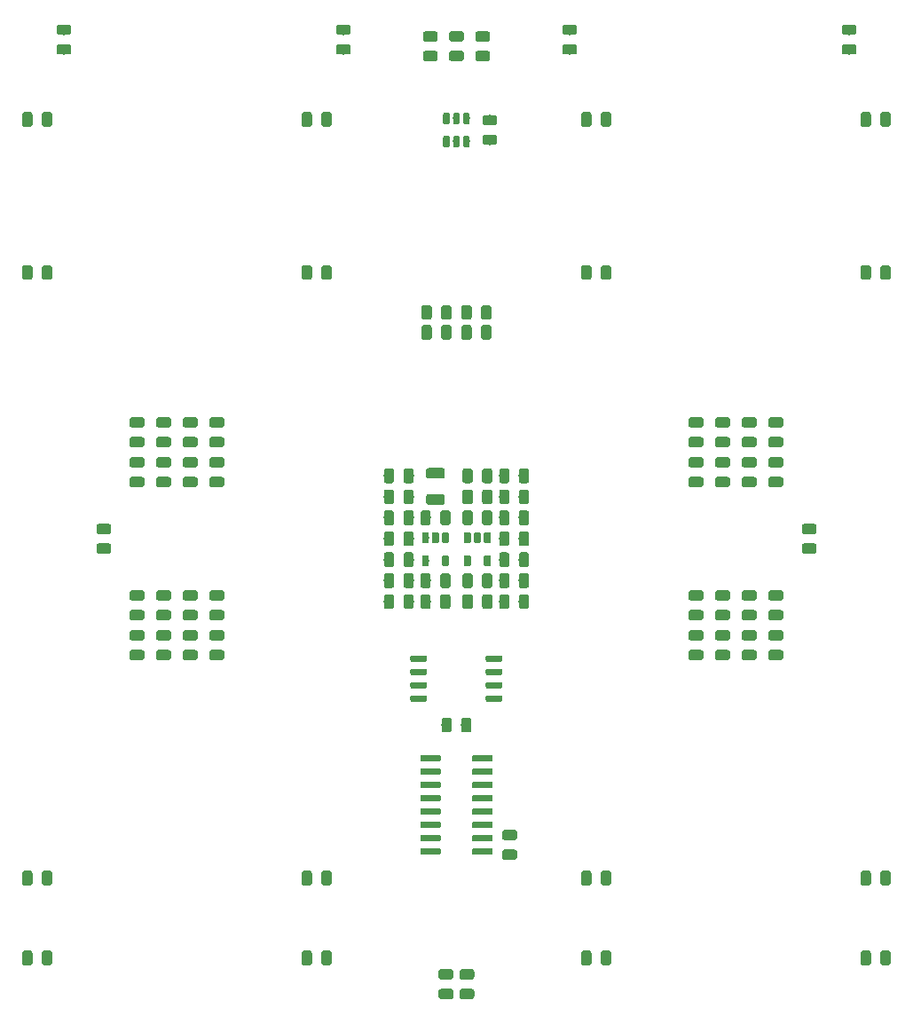
<source format=gbr>
G04 #@! TF.GenerationSoftware,KiCad,Pcbnew,(5.1.2)-2*
G04 #@! TF.CreationDate,2019-09-05T19:51:27+02:00*
G04 #@! TF.ProjectId,PBF4,50424634-2e6b-4696-9361-645f70636258,rev?*
G04 #@! TF.SameCoordinates,Original*
G04 #@! TF.FileFunction,Paste,Bot*
G04 #@! TF.FilePolarity,Positive*
%FSLAX46Y46*%
G04 Gerber Fmt 4.6, Leading zero omitted, Abs format (unit mm)*
G04 Created by KiCad (PCBNEW (5.1.2)-2) date 2019-09-05 19:51:27*
%MOMM*%
%LPD*%
G04 APERTURE LIST*
%ADD10C,0.100000*%
%ADD11C,0.975000*%
%ADD12C,0.600000*%
%ADD13C,1.000000*%
%ADD14C,0.650000*%
G04 APERTURE END LIST*
D10*
G36*
X63015142Y-52826174D02*
G01*
X63038803Y-52829684D01*
X63062007Y-52835496D01*
X63084529Y-52843554D01*
X63106153Y-52853782D01*
X63126670Y-52866079D01*
X63145883Y-52880329D01*
X63163607Y-52896393D01*
X63179671Y-52914117D01*
X63193921Y-52933330D01*
X63206218Y-52953847D01*
X63216446Y-52975471D01*
X63224504Y-52997993D01*
X63230316Y-53021197D01*
X63233826Y-53044858D01*
X63235000Y-53068750D01*
X63235000Y-53556250D01*
X63233826Y-53580142D01*
X63230316Y-53603803D01*
X63224504Y-53627007D01*
X63216446Y-53649529D01*
X63206218Y-53671153D01*
X63193921Y-53691670D01*
X63179671Y-53710883D01*
X63163607Y-53728607D01*
X63145883Y-53744671D01*
X63126670Y-53758921D01*
X63106153Y-53771218D01*
X63084529Y-53781446D01*
X63062007Y-53789504D01*
X63038803Y-53795316D01*
X63015142Y-53798826D01*
X62991250Y-53800000D01*
X62078750Y-53800000D01*
X62054858Y-53798826D01*
X62031197Y-53795316D01*
X62007993Y-53789504D01*
X61985471Y-53781446D01*
X61963847Y-53771218D01*
X61943330Y-53758921D01*
X61924117Y-53744671D01*
X61906393Y-53728607D01*
X61890329Y-53710883D01*
X61876079Y-53691670D01*
X61863782Y-53671153D01*
X61853554Y-53649529D01*
X61845496Y-53627007D01*
X61839684Y-53603803D01*
X61836174Y-53580142D01*
X61835000Y-53556250D01*
X61835000Y-53068750D01*
X61836174Y-53044858D01*
X61839684Y-53021197D01*
X61845496Y-52997993D01*
X61853554Y-52975471D01*
X61863782Y-52953847D01*
X61876079Y-52933330D01*
X61890329Y-52914117D01*
X61906393Y-52896393D01*
X61924117Y-52880329D01*
X61943330Y-52866079D01*
X61963847Y-52853782D01*
X61985471Y-52843554D01*
X62007993Y-52835496D01*
X62031197Y-52829684D01*
X62054858Y-52826174D01*
X62078750Y-52825000D01*
X62991250Y-52825000D01*
X63015142Y-52826174D01*
X63015142Y-52826174D01*
G37*
D11*
X62535000Y-53312500D03*
D10*
G36*
X63015142Y-50951174D02*
G01*
X63038803Y-50954684D01*
X63062007Y-50960496D01*
X63084529Y-50968554D01*
X63106153Y-50978782D01*
X63126670Y-50991079D01*
X63145883Y-51005329D01*
X63163607Y-51021393D01*
X63179671Y-51039117D01*
X63193921Y-51058330D01*
X63206218Y-51078847D01*
X63216446Y-51100471D01*
X63224504Y-51122993D01*
X63230316Y-51146197D01*
X63233826Y-51169858D01*
X63235000Y-51193750D01*
X63235000Y-51681250D01*
X63233826Y-51705142D01*
X63230316Y-51728803D01*
X63224504Y-51752007D01*
X63216446Y-51774529D01*
X63206218Y-51796153D01*
X63193921Y-51816670D01*
X63179671Y-51835883D01*
X63163607Y-51853607D01*
X63145883Y-51869671D01*
X63126670Y-51883921D01*
X63106153Y-51896218D01*
X63084529Y-51906446D01*
X63062007Y-51914504D01*
X63038803Y-51920316D01*
X63015142Y-51923826D01*
X62991250Y-51925000D01*
X62078750Y-51925000D01*
X62054858Y-51923826D01*
X62031197Y-51920316D01*
X62007993Y-51914504D01*
X61985471Y-51906446D01*
X61963847Y-51896218D01*
X61943330Y-51883921D01*
X61924117Y-51869671D01*
X61906393Y-51853607D01*
X61890329Y-51835883D01*
X61876079Y-51816670D01*
X61863782Y-51796153D01*
X61853554Y-51774529D01*
X61845496Y-51752007D01*
X61839684Y-51728803D01*
X61836174Y-51705142D01*
X61835000Y-51681250D01*
X61835000Y-51193750D01*
X61836174Y-51169858D01*
X61839684Y-51146197D01*
X61845496Y-51122993D01*
X61853554Y-51100471D01*
X61863782Y-51078847D01*
X61876079Y-51058330D01*
X61890329Y-51039117D01*
X61906393Y-51021393D01*
X61924117Y-51005329D01*
X61943330Y-50991079D01*
X61963847Y-50978782D01*
X61985471Y-50968554D01*
X62007993Y-50960496D01*
X62031197Y-50954684D01*
X62054858Y-50951174D01*
X62078750Y-50950000D01*
X62991250Y-50950000D01*
X63015142Y-50951174D01*
X63015142Y-50951174D01*
G37*
D11*
X62535000Y-51437500D03*
D10*
G36*
X139335142Y-131686174D02*
G01*
X139358803Y-131689684D01*
X139382007Y-131695496D01*
X139404529Y-131703554D01*
X139426153Y-131713782D01*
X139446670Y-131726079D01*
X139465883Y-131740329D01*
X139483607Y-131756393D01*
X139499671Y-131774117D01*
X139513921Y-131793330D01*
X139526218Y-131813847D01*
X139536446Y-131835471D01*
X139544504Y-131857993D01*
X139550316Y-131881197D01*
X139553826Y-131904858D01*
X139555000Y-131928750D01*
X139555000Y-132841250D01*
X139553826Y-132865142D01*
X139550316Y-132888803D01*
X139544504Y-132912007D01*
X139536446Y-132934529D01*
X139526218Y-132956153D01*
X139513921Y-132976670D01*
X139499671Y-132995883D01*
X139483607Y-133013607D01*
X139465883Y-133029671D01*
X139446670Y-133043921D01*
X139426153Y-133056218D01*
X139404529Y-133066446D01*
X139382007Y-133074504D01*
X139358803Y-133080316D01*
X139335142Y-133083826D01*
X139311250Y-133085000D01*
X138823750Y-133085000D01*
X138799858Y-133083826D01*
X138776197Y-133080316D01*
X138752993Y-133074504D01*
X138730471Y-133066446D01*
X138708847Y-133056218D01*
X138688330Y-133043921D01*
X138669117Y-133029671D01*
X138651393Y-133013607D01*
X138635329Y-132995883D01*
X138621079Y-132976670D01*
X138608782Y-132956153D01*
X138598554Y-132934529D01*
X138590496Y-132912007D01*
X138584684Y-132888803D01*
X138581174Y-132865142D01*
X138580000Y-132841250D01*
X138580000Y-131928750D01*
X138581174Y-131904858D01*
X138584684Y-131881197D01*
X138590496Y-131857993D01*
X138598554Y-131835471D01*
X138608782Y-131813847D01*
X138621079Y-131793330D01*
X138635329Y-131774117D01*
X138651393Y-131756393D01*
X138669117Y-131740329D01*
X138688330Y-131726079D01*
X138708847Y-131713782D01*
X138730471Y-131703554D01*
X138752993Y-131695496D01*
X138776197Y-131689684D01*
X138799858Y-131686174D01*
X138823750Y-131685000D01*
X139311250Y-131685000D01*
X139335142Y-131686174D01*
X139335142Y-131686174D01*
G37*
D11*
X139067500Y-132385000D03*
D10*
G36*
X141210142Y-131686174D02*
G01*
X141233803Y-131689684D01*
X141257007Y-131695496D01*
X141279529Y-131703554D01*
X141301153Y-131713782D01*
X141321670Y-131726079D01*
X141340883Y-131740329D01*
X141358607Y-131756393D01*
X141374671Y-131774117D01*
X141388921Y-131793330D01*
X141401218Y-131813847D01*
X141411446Y-131835471D01*
X141419504Y-131857993D01*
X141425316Y-131881197D01*
X141428826Y-131904858D01*
X141430000Y-131928750D01*
X141430000Y-132841250D01*
X141428826Y-132865142D01*
X141425316Y-132888803D01*
X141419504Y-132912007D01*
X141411446Y-132934529D01*
X141401218Y-132956153D01*
X141388921Y-132976670D01*
X141374671Y-132995883D01*
X141358607Y-133013607D01*
X141340883Y-133029671D01*
X141321670Y-133043921D01*
X141301153Y-133056218D01*
X141279529Y-133066446D01*
X141257007Y-133074504D01*
X141233803Y-133080316D01*
X141210142Y-133083826D01*
X141186250Y-133085000D01*
X140698750Y-133085000D01*
X140674858Y-133083826D01*
X140651197Y-133080316D01*
X140627993Y-133074504D01*
X140605471Y-133066446D01*
X140583847Y-133056218D01*
X140563330Y-133043921D01*
X140544117Y-133029671D01*
X140526393Y-133013607D01*
X140510329Y-132995883D01*
X140496079Y-132976670D01*
X140483782Y-132956153D01*
X140473554Y-132934529D01*
X140465496Y-132912007D01*
X140459684Y-132888803D01*
X140456174Y-132865142D01*
X140455000Y-132841250D01*
X140455000Y-131928750D01*
X140456174Y-131904858D01*
X140459684Y-131881197D01*
X140465496Y-131857993D01*
X140473554Y-131835471D01*
X140483782Y-131813847D01*
X140496079Y-131793330D01*
X140510329Y-131774117D01*
X140526393Y-131756393D01*
X140544117Y-131740329D01*
X140563330Y-131726079D01*
X140583847Y-131713782D01*
X140605471Y-131703554D01*
X140627993Y-131695496D01*
X140651197Y-131689684D01*
X140674858Y-131686174D01*
X140698750Y-131685000D01*
X141186250Y-131685000D01*
X141210142Y-131686174D01*
X141210142Y-131686174D01*
G37*
D11*
X140942500Y-132385000D03*
D10*
G36*
X139335142Y-73901174D02*
G01*
X139358803Y-73904684D01*
X139382007Y-73910496D01*
X139404529Y-73918554D01*
X139426153Y-73928782D01*
X139446670Y-73941079D01*
X139465883Y-73955329D01*
X139483607Y-73971393D01*
X139499671Y-73989117D01*
X139513921Y-74008330D01*
X139526218Y-74028847D01*
X139536446Y-74050471D01*
X139544504Y-74072993D01*
X139550316Y-74096197D01*
X139553826Y-74119858D01*
X139555000Y-74143750D01*
X139555000Y-75056250D01*
X139553826Y-75080142D01*
X139550316Y-75103803D01*
X139544504Y-75127007D01*
X139536446Y-75149529D01*
X139526218Y-75171153D01*
X139513921Y-75191670D01*
X139499671Y-75210883D01*
X139483607Y-75228607D01*
X139465883Y-75244671D01*
X139446670Y-75258921D01*
X139426153Y-75271218D01*
X139404529Y-75281446D01*
X139382007Y-75289504D01*
X139358803Y-75295316D01*
X139335142Y-75298826D01*
X139311250Y-75300000D01*
X138823750Y-75300000D01*
X138799858Y-75298826D01*
X138776197Y-75295316D01*
X138752993Y-75289504D01*
X138730471Y-75281446D01*
X138708847Y-75271218D01*
X138688330Y-75258921D01*
X138669117Y-75244671D01*
X138651393Y-75228607D01*
X138635329Y-75210883D01*
X138621079Y-75191670D01*
X138608782Y-75171153D01*
X138598554Y-75149529D01*
X138590496Y-75127007D01*
X138584684Y-75103803D01*
X138581174Y-75080142D01*
X138580000Y-75056250D01*
X138580000Y-74143750D01*
X138581174Y-74119858D01*
X138584684Y-74096197D01*
X138590496Y-74072993D01*
X138598554Y-74050471D01*
X138608782Y-74028847D01*
X138621079Y-74008330D01*
X138635329Y-73989117D01*
X138651393Y-73971393D01*
X138669117Y-73955329D01*
X138688330Y-73941079D01*
X138708847Y-73928782D01*
X138730471Y-73918554D01*
X138752993Y-73910496D01*
X138776197Y-73904684D01*
X138799858Y-73901174D01*
X138823750Y-73900000D01*
X139311250Y-73900000D01*
X139335142Y-73901174D01*
X139335142Y-73901174D01*
G37*
D11*
X139067500Y-74600000D03*
D10*
G36*
X141210142Y-73901174D02*
G01*
X141233803Y-73904684D01*
X141257007Y-73910496D01*
X141279529Y-73918554D01*
X141301153Y-73928782D01*
X141321670Y-73941079D01*
X141340883Y-73955329D01*
X141358607Y-73971393D01*
X141374671Y-73989117D01*
X141388921Y-74008330D01*
X141401218Y-74028847D01*
X141411446Y-74050471D01*
X141419504Y-74072993D01*
X141425316Y-74096197D01*
X141428826Y-74119858D01*
X141430000Y-74143750D01*
X141430000Y-75056250D01*
X141428826Y-75080142D01*
X141425316Y-75103803D01*
X141419504Y-75127007D01*
X141411446Y-75149529D01*
X141401218Y-75171153D01*
X141388921Y-75191670D01*
X141374671Y-75210883D01*
X141358607Y-75228607D01*
X141340883Y-75244671D01*
X141321670Y-75258921D01*
X141301153Y-75271218D01*
X141279529Y-75281446D01*
X141257007Y-75289504D01*
X141233803Y-75295316D01*
X141210142Y-75298826D01*
X141186250Y-75300000D01*
X140698750Y-75300000D01*
X140674858Y-75298826D01*
X140651197Y-75295316D01*
X140627993Y-75289504D01*
X140605471Y-75281446D01*
X140583847Y-75271218D01*
X140563330Y-75258921D01*
X140544117Y-75244671D01*
X140526393Y-75228607D01*
X140510329Y-75210883D01*
X140496079Y-75191670D01*
X140483782Y-75171153D01*
X140473554Y-75149529D01*
X140465496Y-75127007D01*
X140459684Y-75103803D01*
X140456174Y-75080142D01*
X140455000Y-75056250D01*
X140455000Y-74143750D01*
X140456174Y-74119858D01*
X140459684Y-74096197D01*
X140465496Y-74072993D01*
X140473554Y-74050471D01*
X140483782Y-74028847D01*
X140496079Y-74008330D01*
X140510329Y-73989117D01*
X140526393Y-73971393D01*
X140544117Y-73955329D01*
X140563330Y-73941079D01*
X140583847Y-73928782D01*
X140605471Y-73918554D01*
X140627993Y-73910496D01*
X140651197Y-73904684D01*
X140674858Y-73901174D01*
X140698750Y-73900000D01*
X141186250Y-73900000D01*
X141210142Y-73901174D01*
X141210142Y-73901174D01*
G37*
D11*
X140942500Y-74600000D03*
D10*
G36*
X137945142Y-52826174D02*
G01*
X137968803Y-52829684D01*
X137992007Y-52835496D01*
X138014529Y-52843554D01*
X138036153Y-52853782D01*
X138056670Y-52866079D01*
X138075883Y-52880329D01*
X138093607Y-52896393D01*
X138109671Y-52914117D01*
X138123921Y-52933330D01*
X138136218Y-52953847D01*
X138146446Y-52975471D01*
X138154504Y-52997993D01*
X138160316Y-53021197D01*
X138163826Y-53044858D01*
X138165000Y-53068750D01*
X138165000Y-53556250D01*
X138163826Y-53580142D01*
X138160316Y-53603803D01*
X138154504Y-53627007D01*
X138146446Y-53649529D01*
X138136218Y-53671153D01*
X138123921Y-53691670D01*
X138109671Y-53710883D01*
X138093607Y-53728607D01*
X138075883Y-53744671D01*
X138056670Y-53758921D01*
X138036153Y-53771218D01*
X138014529Y-53781446D01*
X137992007Y-53789504D01*
X137968803Y-53795316D01*
X137945142Y-53798826D01*
X137921250Y-53800000D01*
X137008750Y-53800000D01*
X136984858Y-53798826D01*
X136961197Y-53795316D01*
X136937993Y-53789504D01*
X136915471Y-53781446D01*
X136893847Y-53771218D01*
X136873330Y-53758921D01*
X136854117Y-53744671D01*
X136836393Y-53728607D01*
X136820329Y-53710883D01*
X136806079Y-53691670D01*
X136793782Y-53671153D01*
X136783554Y-53649529D01*
X136775496Y-53627007D01*
X136769684Y-53603803D01*
X136766174Y-53580142D01*
X136765000Y-53556250D01*
X136765000Y-53068750D01*
X136766174Y-53044858D01*
X136769684Y-53021197D01*
X136775496Y-52997993D01*
X136783554Y-52975471D01*
X136793782Y-52953847D01*
X136806079Y-52933330D01*
X136820329Y-52914117D01*
X136836393Y-52896393D01*
X136854117Y-52880329D01*
X136873330Y-52866079D01*
X136893847Y-52853782D01*
X136915471Y-52843554D01*
X136937993Y-52835496D01*
X136961197Y-52829684D01*
X136984858Y-52826174D01*
X137008750Y-52825000D01*
X137921250Y-52825000D01*
X137945142Y-52826174D01*
X137945142Y-52826174D01*
G37*
D11*
X137465000Y-53312500D03*
D10*
G36*
X137945142Y-50951174D02*
G01*
X137968803Y-50954684D01*
X137992007Y-50960496D01*
X138014529Y-50968554D01*
X138036153Y-50978782D01*
X138056670Y-50991079D01*
X138075883Y-51005329D01*
X138093607Y-51021393D01*
X138109671Y-51039117D01*
X138123921Y-51058330D01*
X138136218Y-51078847D01*
X138146446Y-51100471D01*
X138154504Y-51122993D01*
X138160316Y-51146197D01*
X138163826Y-51169858D01*
X138165000Y-51193750D01*
X138165000Y-51681250D01*
X138163826Y-51705142D01*
X138160316Y-51728803D01*
X138154504Y-51752007D01*
X138146446Y-51774529D01*
X138136218Y-51796153D01*
X138123921Y-51816670D01*
X138109671Y-51835883D01*
X138093607Y-51853607D01*
X138075883Y-51869671D01*
X138056670Y-51883921D01*
X138036153Y-51896218D01*
X138014529Y-51906446D01*
X137992007Y-51914504D01*
X137968803Y-51920316D01*
X137945142Y-51923826D01*
X137921250Y-51925000D01*
X137008750Y-51925000D01*
X136984858Y-51923826D01*
X136961197Y-51920316D01*
X136937993Y-51914504D01*
X136915471Y-51906446D01*
X136893847Y-51896218D01*
X136873330Y-51883921D01*
X136854117Y-51869671D01*
X136836393Y-51853607D01*
X136820329Y-51835883D01*
X136806079Y-51816670D01*
X136793782Y-51796153D01*
X136783554Y-51774529D01*
X136775496Y-51752007D01*
X136769684Y-51728803D01*
X136766174Y-51705142D01*
X136765000Y-51681250D01*
X136765000Y-51193750D01*
X136766174Y-51169858D01*
X136769684Y-51146197D01*
X136775496Y-51122993D01*
X136783554Y-51100471D01*
X136793782Y-51078847D01*
X136806079Y-51058330D01*
X136820329Y-51039117D01*
X136836393Y-51021393D01*
X136854117Y-51005329D01*
X136873330Y-50991079D01*
X136893847Y-50978782D01*
X136915471Y-50968554D01*
X136937993Y-50960496D01*
X136961197Y-50954684D01*
X136984858Y-50951174D01*
X137008750Y-50950000D01*
X137921250Y-50950000D01*
X137945142Y-50951174D01*
X137945142Y-50951174D01*
G37*
D11*
X137465000Y-51437500D03*
D10*
G36*
X112665142Y-131686174D02*
G01*
X112688803Y-131689684D01*
X112712007Y-131695496D01*
X112734529Y-131703554D01*
X112756153Y-131713782D01*
X112776670Y-131726079D01*
X112795883Y-131740329D01*
X112813607Y-131756393D01*
X112829671Y-131774117D01*
X112843921Y-131793330D01*
X112856218Y-131813847D01*
X112866446Y-131835471D01*
X112874504Y-131857993D01*
X112880316Y-131881197D01*
X112883826Y-131904858D01*
X112885000Y-131928750D01*
X112885000Y-132841250D01*
X112883826Y-132865142D01*
X112880316Y-132888803D01*
X112874504Y-132912007D01*
X112866446Y-132934529D01*
X112856218Y-132956153D01*
X112843921Y-132976670D01*
X112829671Y-132995883D01*
X112813607Y-133013607D01*
X112795883Y-133029671D01*
X112776670Y-133043921D01*
X112756153Y-133056218D01*
X112734529Y-133066446D01*
X112712007Y-133074504D01*
X112688803Y-133080316D01*
X112665142Y-133083826D01*
X112641250Y-133085000D01*
X112153750Y-133085000D01*
X112129858Y-133083826D01*
X112106197Y-133080316D01*
X112082993Y-133074504D01*
X112060471Y-133066446D01*
X112038847Y-133056218D01*
X112018330Y-133043921D01*
X111999117Y-133029671D01*
X111981393Y-133013607D01*
X111965329Y-132995883D01*
X111951079Y-132976670D01*
X111938782Y-132956153D01*
X111928554Y-132934529D01*
X111920496Y-132912007D01*
X111914684Y-132888803D01*
X111911174Y-132865142D01*
X111910000Y-132841250D01*
X111910000Y-131928750D01*
X111911174Y-131904858D01*
X111914684Y-131881197D01*
X111920496Y-131857993D01*
X111928554Y-131835471D01*
X111938782Y-131813847D01*
X111951079Y-131793330D01*
X111965329Y-131774117D01*
X111981393Y-131756393D01*
X111999117Y-131740329D01*
X112018330Y-131726079D01*
X112038847Y-131713782D01*
X112060471Y-131703554D01*
X112082993Y-131695496D01*
X112106197Y-131689684D01*
X112129858Y-131686174D01*
X112153750Y-131685000D01*
X112641250Y-131685000D01*
X112665142Y-131686174D01*
X112665142Y-131686174D01*
G37*
D11*
X112397500Y-132385000D03*
D10*
G36*
X114540142Y-131686174D02*
G01*
X114563803Y-131689684D01*
X114587007Y-131695496D01*
X114609529Y-131703554D01*
X114631153Y-131713782D01*
X114651670Y-131726079D01*
X114670883Y-131740329D01*
X114688607Y-131756393D01*
X114704671Y-131774117D01*
X114718921Y-131793330D01*
X114731218Y-131813847D01*
X114741446Y-131835471D01*
X114749504Y-131857993D01*
X114755316Y-131881197D01*
X114758826Y-131904858D01*
X114760000Y-131928750D01*
X114760000Y-132841250D01*
X114758826Y-132865142D01*
X114755316Y-132888803D01*
X114749504Y-132912007D01*
X114741446Y-132934529D01*
X114731218Y-132956153D01*
X114718921Y-132976670D01*
X114704671Y-132995883D01*
X114688607Y-133013607D01*
X114670883Y-133029671D01*
X114651670Y-133043921D01*
X114631153Y-133056218D01*
X114609529Y-133066446D01*
X114587007Y-133074504D01*
X114563803Y-133080316D01*
X114540142Y-133083826D01*
X114516250Y-133085000D01*
X114028750Y-133085000D01*
X114004858Y-133083826D01*
X113981197Y-133080316D01*
X113957993Y-133074504D01*
X113935471Y-133066446D01*
X113913847Y-133056218D01*
X113893330Y-133043921D01*
X113874117Y-133029671D01*
X113856393Y-133013607D01*
X113840329Y-132995883D01*
X113826079Y-132976670D01*
X113813782Y-132956153D01*
X113803554Y-132934529D01*
X113795496Y-132912007D01*
X113789684Y-132888803D01*
X113786174Y-132865142D01*
X113785000Y-132841250D01*
X113785000Y-131928750D01*
X113786174Y-131904858D01*
X113789684Y-131881197D01*
X113795496Y-131857993D01*
X113803554Y-131835471D01*
X113813782Y-131813847D01*
X113826079Y-131793330D01*
X113840329Y-131774117D01*
X113856393Y-131756393D01*
X113874117Y-131740329D01*
X113893330Y-131726079D01*
X113913847Y-131713782D01*
X113935471Y-131703554D01*
X113957993Y-131695496D01*
X113981197Y-131689684D01*
X114004858Y-131686174D01*
X114028750Y-131685000D01*
X114516250Y-131685000D01*
X114540142Y-131686174D01*
X114540142Y-131686174D01*
G37*
D11*
X114272500Y-132385000D03*
D10*
G36*
X112665142Y-73901174D02*
G01*
X112688803Y-73904684D01*
X112712007Y-73910496D01*
X112734529Y-73918554D01*
X112756153Y-73928782D01*
X112776670Y-73941079D01*
X112795883Y-73955329D01*
X112813607Y-73971393D01*
X112829671Y-73989117D01*
X112843921Y-74008330D01*
X112856218Y-74028847D01*
X112866446Y-74050471D01*
X112874504Y-74072993D01*
X112880316Y-74096197D01*
X112883826Y-74119858D01*
X112885000Y-74143750D01*
X112885000Y-75056250D01*
X112883826Y-75080142D01*
X112880316Y-75103803D01*
X112874504Y-75127007D01*
X112866446Y-75149529D01*
X112856218Y-75171153D01*
X112843921Y-75191670D01*
X112829671Y-75210883D01*
X112813607Y-75228607D01*
X112795883Y-75244671D01*
X112776670Y-75258921D01*
X112756153Y-75271218D01*
X112734529Y-75281446D01*
X112712007Y-75289504D01*
X112688803Y-75295316D01*
X112665142Y-75298826D01*
X112641250Y-75300000D01*
X112153750Y-75300000D01*
X112129858Y-75298826D01*
X112106197Y-75295316D01*
X112082993Y-75289504D01*
X112060471Y-75281446D01*
X112038847Y-75271218D01*
X112018330Y-75258921D01*
X111999117Y-75244671D01*
X111981393Y-75228607D01*
X111965329Y-75210883D01*
X111951079Y-75191670D01*
X111938782Y-75171153D01*
X111928554Y-75149529D01*
X111920496Y-75127007D01*
X111914684Y-75103803D01*
X111911174Y-75080142D01*
X111910000Y-75056250D01*
X111910000Y-74143750D01*
X111911174Y-74119858D01*
X111914684Y-74096197D01*
X111920496Y-74072993D01*
X111928554Y-74050471D01*
X111938782Y-74028847D01*
X111951079Y-74008330D01*
X111965329Y-73989117D01*
X111981393Y-73971393D01*
X111999117Y-73955329D01*
X112018330Y-73941079D01*
X112038847Y-73928782D01*
X112060471Y-73918554D01*
X112082993Y-73910496D01*
X112106197Y-73904684D01*
X112129858Y-73901174D01*
X112153750Y-73900000D01*
X112641250Y-73900000D01*
X112665142Y-73901174D01*
X112665142Y-73901174D01*
G37*
D11*
X112397500Y-74600000D03*
D10*
G36*
X114540142Y-73901174D02*
G01*
X114563803Y-73904684D01*
X114587007Y-73910496D01*
X114609529Y-73918554D01*
X114631153Y-73928782D01*
X114651670Y-73941079D01*
X114670883Y-73955329D01*
X114688607Y-73971393D01*
X114704671Y-73989117D01*
X114718921Y-74008330D01*
X114731218Y-74028847D01*
X114741446Y-74050471D01*
X114749504Y-74072993D01*
X114755316Y-74096197D01*
X114758826Y-74119858D01*
X114760000Y-74143750D01*
X114760000Y-75056250D01*
X114758826Y-75080142D01*
X114755316Y-75103803D01*
X114749504Y-75127007D01*
X114741446Y-75149529D01*
X114731218Y-75171153D01*
X114718921Y-75191670D01*
X114704671Y-75210883D01*
X114688607Y-75228607D01*
X114670883Y-75244671D01*
X114651670Y-75258921D01*
X114631153Y-75271218D01*
X114609529Y-75281446D01*
X114587007Y-75289504D01*
X114563803Y-75295316D01*
X114540142Y-75298826D01*
X114516250Y-75300000D01*
X114028750Y-75300000D01*
X114004858Y-75298826D01*
X113981197Y-75295316D01*
X113957993Y-75289504D01*
X113935471Y-75281446D01*
X113913847Y-75271218D01*
X113893330Y-75258921D01*
X113874117Y-75244671D01*
X113856393Y-75228607D01*
X113840329Y-75210883D01*
X113826079Y-75191670D01*
X113813782Y-75171153D01*
X113803554Y-75149529D01*
X113795496Y-75127007D01*
X113789684Y-75103803D01*
X113786174Y-75080142D01*
X113785000Y-75056250D01*
X113785000Y-74143750D01*
X113786174Y-74119858D01*
X113789684Y-74096197D01*
X113795496Y-74072993D01*
X113803554Y-74050471D01*
X113813782Y-74028847D01*
X113826079Y-74008330D01*
X113840329Y-73989117D01*
X113856393Y-73971393D01*
X113874117Y-73955329D01*
X113893330Y-73941079D01*
X113913847Y-73928782D01*
X113935471Y-73918554D01*
X113957993Y-73910496D01*
X113981197Y-73904684D01*
X114004858Y-73901174D01*
X114028750Y-73900000D01*
X114516250Y-73900000D01*
X114540142Y-73901174D01*
X114540142Y-73901174D01*
G37*
D11*
X114272500Y-74600000D03*
D10*
G36*
X111275142Y-52826174D02*
G01*
X111298803Y-52829684D01*
X111322007Y-52835496D01*
X111344529Y-52843554D01*
X111366153Y-52853782D01*
X111386670Y-52866079D01*
X111405883Y-52880329D01*
X111423607Y-52896393D01*
X111439671Y-52914117D01*
X111453921Y-52933330D01*
X111466218Y-52953847D01*
X111476446Y-52975471D01*
X111484504Y-52997993D01*
X111490316Y-53021197D01*
X111493826Y-53044858D01*
X111495000Y-53068750D01*
X111495000Y-53556250D01*
X111493826Y-53580142D01*
X111490316Y-53603803D01*
X111484504Y-53627007D01*
X111476446Y-53649529D01*
X111466218Y-53671153D01*
X111453921Y-53691670D01*
X111439671Y-53710883D01*
X111423607Y-53728607D01*
X111405883Y-53744671D01*
X111386670Y-53758921D01*
X111366153Y-53771218D01*
X111344529Y-53781446D01*
X111322007Y-53789504D01*
X111298803Y-53795316D01*
X111275142Y-53798826D01*
X111251250Y-53800000D01*
X110338750Y-53800000D01*
X110314858Y-53798826D01*
X110291197Y-53795316D01*
X110267993Y-53789504D01*
X110245471Y-53781446D01*
X110223847Y-53771218D01*
X110203330Y-53758921D01*
X110184117Y-53744671D01*
X110166393Y-53728607D01*
X110150329Y-53710883D01*
X110136079Y-53691670D01*
X110123782Y-53671153D01*
X110113554Y-53649529D01*
X110105496Y-53627007D01*
X110099684Y-53603803D01*
X110096174Y-53580142D01*
X110095000Y-53556250D01*
X110095000Y-53068750D01*
X110096174Y-53044858D01*
X110099684Y-53021197D01*
X110105496Y-52997993D01*
X110113554Y-52975471D01*
X110123782Y-52953847D01*
X110136079Y-52933330D01*
X110150329Y-52914117D01*
X110166393Y-52896393D01*
X110184117Y-52880329D01*
X110203330Y-52866079D01*
X110223847Y-52853782D01*
X110245471Y-52843554D01*
X110267993Y-52835496D01*
X110291197Y-52829684D01*
X110314858Y-52826174D01*
X110338750Y-52825000D01*
X111251250Y-52825000D01*
X111275142Y-52826174D01*
X111275142Y-52826174D01*
G37*
D11*
X110795000Y-53312500D03*
D10*
G36*
X111275142Y-50951174D02*
G01*
X111298803Y-50954684D01*
X111322007Y-50960496D01*
X111344529Y-50968554D01*
X111366153Y-50978782D01*
X111386670Y-50991079D01*
X111405883Y-51005329D01*
X111423607Y-51021393D01*
X111439671Y-51039117D01*
X111453921Y-51058330D01*
X111466218Y-51078847D01*
X111476446Y-51100471D01*
X111484504Y-51122993D01*
X111490316Y-51146197D01*
X111493826Y-51169858D01*
X111495000Y-51193750D01*
X111495000Y-51681250D01*
X111493826Y-51705142D01*
X111490316Y-51728803D01*
X111484504Y-51752007D01*
X111476446Y-51774529D01*
X111466218Y-51796153D01*
X111453921Y-51816670D01*
X111439671Y-51835883D01*
X111423607Y-51853607D01*
X111405883Y-51869671D01*
X111386670Y-51883921D01*
X111366153Y-51896218D01*
X111344529Y-51906446D01*
X111322007Y-51914504D01*
X111298803Y-51920316D01*
X111275142Y-51923826D01*
X111251250Y-51925000D01*
X110338750Y-51925000D01*
X110314858Y-51923826D01*
X110291197Y-51920316D01*
X110267993Y-51914504D01*
X110245471Y-51906446D01*
X110223847Y-51896218D01*
X110203330Y-51883921D01*
X110184117Y-51869671D01*
X110166393Y-51853607D01*
X110150329Y-51835883D01*
X110136079Y-51816670D01*
X110123782Y-51796153D01*
X110113554Y-51774529D01*
X110105496Y-51752007D01*
X110099684Y-51728803D01*
X110096174Y-51705142D01*
X110095000Y-51681250D01*
X110095000Y-51193750D01*
X110096174Y-51169858D01*
X110099684Y-51146197D01*
X110105496Y-51122993D01*
X110113554Y-51100471D01*
X110123782Y-51078847D01*
X110136079Y-51058330D01*
X110150329Y-51039117D01*
X110166393Y-51021393D01*
X110184117Y-51005329D01*
X110203330Y-50991079D01*
X110223847Y-50978782D01*
X110245471Y-50968554D01*
X110267993Y-50960496D01*
X110291197Y-50954684D01*
X110314858Y-50951174D01*
X110338750Y-50950000D01*
X111251250Y-50950000D01*
X111275142Y-50951174D01*
X111275142Y-50951174D01*
G37*
D11*
X110795000Y-51437500D03*
D10*
G36*
X85995142Y-131686174D02*
G01*
X86018803Y-131689684D01*
X86042007Y-131695496D01*
X86064529Y-131703554D01*
X86086153Y-131713782D01*
X86106670Y-131726079D01*
X86125883Y-131740329D01*
X86143607Y-131756393D01*
X86159671Y-131774117D01*
X86173921Y-131793330D01*
X86186218Y-131813847D01*
X86196446Y-131835471D01*
X86204504Y-131857993D01*
X86210316Y-131881197D01*
X86213826Y-131904858D01*
X86215000Y-131928750D01*
X86215000Y-132841250D01*
X86213826Y-132865142D01*
X86210316Y-132888803D01*
X86204504Y-132912007D01*
X86196446Y-132934529D01*
X86186218Y-132956153D01*
X86173921Y-132976670D01*
X86159671Y-132995883D01*
X86143607Y-133013607D01*
X86125883Y-133029671D01*
X86106670Y-133043921D01*
X86086153Y-133056218D01*
X86064529Y-133066446D01*
X86042007Y-133074504D01*
X86018803Y-133080316D01*
X85995142Y-133083826D01*
X85971250Y-133085000D01*
X85483750Y-133085000D01*
X85459858Y-133083826D01*
X85436197Y-133080316D01*
X85412993Y-133074504D01*
X85390471Y-133066446D01*
X85368847Y-133056218D01*
X85348330Y-133043921D01*
X85329117Y-133029671D01*
X85311393Y-133013607D01*
X85295329Y-132995883D01*
X85281079Y-132976670D01*
X85268782Y-132956153D01*
X85258554Y-132934529D01*
X85250496Y-132912007D01*
X85244684Y-132888803D01*
X85241174Y-132865142D01*
X85240000Y-132841250D01*
X85240000Y-131928750D01*
X85241174Y-131904858D01*
X85244684Y-131881197D01*
X85250496Y-131857993D01*
X85258554Y-131835471D01*
X85268782Y-131813847D01*
X85281079Y-131793330D01*
X85295329Y-131774117D01*
X85311393Y-131756393D01*
X85329117Y-131740329D01*
X85348330Y-131726079D01*
X85368847Y-131713782D01*
X85390471Y-131703554D01*
X85412993Y-131695496D01*
X85436197Y-131689684D01*
X85459858Y-131686174D01*
X85483750Y-131685000D01*
X85971250Y-131685000D01*
X85995142Y-131686174D01*
X85995142Y-131686174D01*
G37*
D11*
X85727500Y-132385000D03*
D10*
G36*
X87870142Y-131686174D02*
G01*
X87893803Y-131689684D01*
X87917007Y-131695496D01*
X87939529Y-131703554D01*
X87961153Y-131713782D01*
X87981670Y-131726079D01*
X88000883Y-131740329D01*
X88018607Y-131756393D01*
X88034671Y-131774117D01*
X88048921Y-131793330D01*
X88061218Y-131813847D01*
X88071446Y-131835471D01*
X88079504Y-131857993D01*
X88085316Y-131881197D01*
X88088826Y-131904858D01*
X88090000Y-131928750D01*
X88090000Y-132841250D01*
X88088826Y-132865142D01*
X88085316Y-132888803D01*
X88079504Y-132912007D01*
X88071446Y-132934529D01*
X88061218Y-132956153D01*
X88048921Y-132976670D01*
X88034671Y-132995883D01*
X88018607Y-133013607D01*
X88000883Y-133029671D01*
X87981670Y-133043921D01*
X87961153Y-133056218D01*
X87939529Y-133066446D01*
X87917007Y-133074504D01*
X87893803Y-133080316D01*
X87870142Y-133083826D01*
X87846250Y-133085000D01*
X87358750Y-133085000D01*
X87334858Y-133083826D01*
X87311197Y-133080316D01*
X87287993Y-133074504D01*
X87265471Y-133066446D01*
X87243847Y-133056218D01*
X87223330Y-133043921D01*
X87204117Y-133029671D01*
X87186393Y-133013607D01*
X87170329Y-132995883D01*
X87156079Y-132976670D01*
X87143782Y-132956153D01*
X87133554Y-132934529D01*
X87125496Y-132912007D01*
X87119684Y-132888803D01*
X87116174Y-132865142D01*
X87115000Y-132841250D01*
X87115000Y-131928750D01*
X87116174Y-131904858D01*
X87119684Y-131881197D01*
X87125496Y-131857993D01*
X87133554Y-131835471D01*
X87143782Y-131813847D01*
X87156079Y-131793330D01*
X87170329Y-131774117D01*
X87186393Y-131756393D01*
X87204117Y-131740329D01*
X87223330Y-131726079D01*
X87243847Y-131713782D01*
X87265471Y-131703554D01*
X87287993Y-131695496D01*
X87311197Y-131689684D01*
X87334858Y-131686174D01*
X87358750Y-131685000D01*
X87846250Y-131685000D01*
X87870142Y-131686174D01*
X87870142Y-131686174D01*
G37*
D11*
X87602500Y-132385000D03*
D10*
G36*
X85995142Y-73901174D02*
G01*
X86018803Y-73904684D01*
X86042007Y-73910496D01*
X86064529Y-73918554D01*
X86086153Y-73928782D01*
X86106670Y-73941079D01*
X86125883Y-73955329D01*
X86143607Y-73971393D01*
X86159671Y-73989117D01*
X86173921Y-74008330D01*
X86186218Y-74028847D01*
X86196446Y-74050471D01*
X86204504Y-74072993D01*
X86210316Y-74096197D01*
X86213826Y-74119858D01*
X86215000Y-74143750D01*
X86215000Y-75056250D01*
X86213826Y-75080142D01*
X86210316Y-75103803D01*
X86204504Y-75127007D01*
X86196446Y-75149529D01*
X86186218Y-75171153D01*
X86173921Y-75191670D01*
X86159671Y-75210883D01*
X86143607Y-75228607D01*
X86125883Y-75244671D01*
X86106670Y-75258921D01*
X86086153Y-75271218D01*
X86064529Y-75281446D01*
X86042007Y-75289504D01*
X86018803Y-75295316D01*
X85995142Y-75298826D01*
X85971250Y-75300000D01*
X85483750Y-75300000D01*
X85459858Y-75298826D01*
X85436197Y-75295316D01*
X85412993Y-75289504D01*
X85390471Y-75281446D01*
X85368847Y-75271218D01*
X85348330Y-75258921D01*
X85329117Y-75244671D01*
X85311393Y-75228607D01*
X85295329Y-75210883D01*
X85281079Y-75191670D01*
X85268782Y-75171153D01*
X85258554Y-75149529D01*
X85250496Y-75127007D01*
X85244684Y-75103803D01*
X85241174Y-75080142D01*
X85240000Y-75056250D01*
X85240000Y-74143750D01*
X85241174Y-74119858D01*
X85244684Y-74096197D01*
X85250496Y-74072993D01*
X85258554Y-74050471D01*
X85268782Y-74028847D01*
X85281079Y-74008330D01*
X85295329Y-73989117D01*
X85311393Y-73971393D01*
X85329117Y-73955329D01*
X85348330Y-73941079D01*
X85368847Y-73928782D01*
X85390471Y-73918554D01*
X85412993Y-73910496D01*
X85436197Y-73904684D01*
X85459858Y-73901174D01*
X85483750Y-73900000D01*
X85971250Y-73900000D01*
X85995142Y-73901174D01*
X85995142Y-73901174D01*
G37*
D11*
X85727500Y-74600000D03*
D10*
G36*
X87870142Y-73901174D02*
G01*
X87893803Y-73904684D01*
X87917007Y-73910496D01*
X87939529Y-73918554D01*
X87961153Y-73928782D01*
X87981670Y-73941079D01*
X88000883Y-73955329D01*
X88018607Y-73971393D01*
X88034671Y-73989117D01*
X88048921Y-74008330D01*
X88061218Y-74028847D01*
X88071446Y-74050471D01*
X88079504Y-74072993D01*
X88085316Y-74096197D01*
X88088826Y-74119858D01*
X88090000Y-74143750D01*
X88090000Y-75056250D01*
X88088826Y-75080142D01*
X88085316Y-75103803D01*
X88079504Y-75127007D01*
X88071446Y-75149529D01*
X88061218Y-75171153D01*
X88048921Y-75191670D01*
X88034671Y-75210883D01*
X88018607Y-75228607D01*
X88000883Y-75244671D01*
X87981670Y-75258921D01*
X87961153Y-75271218D01*
X87939529Y-75281446D01*
X87917007Y-75289504D01*
X87893803Y-75295316D01*
X87870142Y-75298826D01*
X87846250Y-75300000D01*
X87358750Y-75300000D01*
X87334858Y-75298826D01*
X87311197Y-75295316D01*
X87287993Y-75289504D01*
X87265471Y-75281446D01*
X87243847Y-75271218D01*
X87223330Y-75258921D01*
X87204117Y-75244671D01*
X87186393Y-75228607D01*
X87170329Y-75210883D01*
X87156079Y-75191670D01*
X87143782Y-75171153D01*
X87133554Y-75149529D01*
X87125496Y-75127007D01*
X87119684Y-75103803D01*
X87116174Y-75080142D01*
X87115000Y-75056250D01*
X87115000Y-74143750D01*
X87116174Y-74119858D01*
X87119684Y-74096197D01*
X87125496Y-74072993D01*
X87133554Y-74050471D01*
X87143782Y-74028847D01*
X87156079Y-74008330D01*
X87170329Y-73989117D01*
X87186393Y-73971393D01*
X87204117Y-73955329D01*
X87223330Y-73941079D01*
X87243847Y-73928782D01*
X87265471Y-73918554D01*
X87287993Y-73910496D01*
X87311197Y-73904684D01*
X87334858Y-73901174D01*
X87358750Y-73900000D01*
X87846250Y-73900000D01*
X87870142Y-73901174D01*
X87870142Y-73901174D01*
G37*
D11*
X87602500Y-74600000D03*
D10*
G36*
X89685142Y-52826174D02*
G01*
X89708803Y-52829684D01*
X89732007Y-52835496D01*
X89754529Y-52843554D01*
X89776153Y-52853782D01*
X89796670Y-52866079D01*
X89815883Y-52880329D01*
X89833607Y-52896393D01*
X89849671Y-52914117D01*
X89863921Y-52933330D01*
X89876218Y-52953847D01*
X89886446Y-52975471D01*
X89894504Y-52997993D01*
X89900316Y-53021197D01*
X89903826Y-53044858D01*
X89905000Y-53068750D01*
X89905000Y-53556250D01*
X89903826Y-53580142D01*
X89900316Y-53603803D01*
X89894504Y-53627007D01*
X89886446Y-53649529D01*
X89876218Y-53671153D01*
X89863921Y-53691670D01*
X89849671Y-53710883D01*
X89833607Y-53728607D01*
X89815883Y-53744671D01*
X89796670Y-53758921D01*
X89776153Y-53771218D01*
X89754529Y-53781446D01*
X89732007Y-53789504D01*
X89708803Y-53795316D01*
X89685142Y-53798826D01*
X89661250Y-53800000D01*
X88748750Y-53800000D01*
X88724858Y-53798826D01*
X88701197Y-53795316D01*
X88677993Y-53789504D01*
X88655471Y-53781446D01*
X88633847Y-53771218D01*
X88613330Y-53758921D01*
X88594117Y-53744671D01*
X88576393Y-53728607D01*
X88560329Y-53710883D01*
X88546079Y-53691670D01*
X88533782Y-53671153D01*
X88523554Y-53649529D01*
X88515496Y-53627007D01*
X88509684Y-53603803D01*
X88506174Y-53580142D01*
X88505000Y-53556250D01*
X88505000Y-53068750D01*
X88506174Y-53044858D01*
X88509684Y-53021197D01*
X88515496Y-52997993D01*
X88523554Y-52975471D01*
X88533782Y-52953847D01*
X88546079Y-52933330D01*
X88560329Y-52914117D01*
X88576393Y-52896393D01*
X88594117Y-52880329D01*
X88613330Y-52866079D01*
X88633847Y-52853782D01*
X88655471Y-52843554D01*
X88677993Y-52835496D01*
X88701197Y-52829684D01*
X88724858Y-52826174D01*
X88748750Y-52825000D01*
X89661250Y-52825000D01*
X89685142Y-52826174D01*
X89685142Y-52826174D01*
G37*
D11*
X89205000Y-53312500D03*
D10*
G36*
X89685142Y-50951174D02*
G01*
X89708803Y-50954684D01*
X89732007Y-50960496D01*
X89754529Y-50968554D01*
X89776153Y-50978782D01*
X89796670Y-50991079D01*
X89815883Y-51005329D01*
X89833607Y-51021393D01*
X89849671Y-51039117D01*
X89863921Y-51058330D01*
X89876218Y-51078847D01*
X89886446Y-51100471D01*
X89894504Y-51122993D01*
X89900316Y-51146197D01*
X89903826Y-51169858D01*
X89905000Y-51193750D01*
X89905000Y-51681250D01*
X89903826Y-51705142D01*
X89900316Y-51728803D01*
X89894504Y-51752007D01*
X89886446Y-51774529D01*
X89876218Y-51796153D01*
X89863921Y-51816670D01*
X89849671Y-51835883D01*
X89833607Y-51853607D01*
X89815883Y-51869671D01*
X89796670Y-51883921D01*
X89776153Y-51896218D01*
X89754529Y-51906446D01*
X89732007Y-51914504D01*
X89708803Y-51920316D01*
X89685142Y-51923826D01*
X89661250Y-51925000D01*
X88748750Y-51925000D01*
X88724858Y-51923826D01*
X88701197Y-51920316D01*
X88677993Y-51914504D01*
X88655471Y-51906446D01*
X88633847Y-51896218D01*
X88613330Y-51883921D01*
X88594117Y-51869671D01*
X88576393Y-51853607D01*
X88560329Y-51835883D01*
X88546079Y-51816670D01*
X88533782Y-51796153D01*
X88523554Y-51774529D01*
X88515496Y-51752007D01*
X88509684Y-51728803D01*
X88506174Y-51705142D01*
X88505000Y-51681250D01*
X88505000Y-51193750D01*
X88506174Y-51169858D01*
X88509684Y-51146197D01*
X88515496Y-51122993D01*
X88523554Y-51100471D01*
X88533782Y-51078847D01*
X88546079Y-51058330D01*
X88560329Y-51039117D01*
X88576393Y-51021393D01*
X88594117Y-51005329D01*
X88613330Y-50991079D01*
X88633847Y-50978782D01*
X88655471Y-50968554D01*
X88677993Y-50960496D01*
X88701197Y-50954684D01*
X88724858Y-50951174D01*
X88748750Y-50950000D01*
X89661250Y-50950000D01*
X89685142Y-50951174D01*
X89685142Y-50951174D01*
G37*
D11*
X89205000Y-51437500D03*
D10*
G36*
X59325142Y-131686174D02*
G01*
X59348803Y-131689684D01*
X59372007Y-131695496D01*
X59394529Y-131703554D01*
X59416153Y-131713782D01*
X59436670Y-131726079D01*
X59455883Y-131740329D01*
X59473607Y-131756393D01*
X59489671Y-131774117D01*
X59503921Y-131793330D01*
X59516218Y-131813847D01*
X59526446Y-131835471D01*
X59534504Y-131857993D01*
X59540316Y-131881197D01*
X59543826Y-131904858D01*
X59545000Y-131928750D01*
X59545000Y-132841250D01*
X59543826Y-132865142D01*
X59540316Y-132888803D01*
X59534504Y-132912007D01*
X59526446Y-132934529D01*
X59516218Y-132956153D01*
X59503921Y-132976670D01*
X59489671Y-132995883D01*
X59473607Y-133013607D01*
X59455883Y-133029671D01*
X59436670Y-133043921D01*
X59416153Y-133056218D01*
X59394529Y-133066446D01*
X59372007Y-133074504D01*
X59348803Y-133080316D01*
X59325142Y-133083826D01*
X59301250Y-133085000D01*
X58813750Y-133085000D01*
X58789858Y-133083826D01*
X58766197Y-133080316D01*
X58742993Y-133074504D01*
X58720471Y-133066446D01*
X58698847Y-133056218D01*
X58678330Y-133043921D01*
X58659117Y-133029671D01*
X58641393Y-133013607D01*
X58625329Y-132995883D01*
X58611079Y-132976670D01*
X58598782Y-132956153D01*
X58588554Y-132934529D01*
X58580496Y-132912007D01*
X58574684Y-132888803D01*
X58571174Y-132865142D01*
X58570000Y-132841250D01*
X58570000Y-131928750D01*
X58571174Y-131904858D01*
X58574684Y-131881197D01*
X58580496Y-131857993D01*
X58588554Y-131835471D01*
X58598782Y-131813847D01*
X58611079Y-131793330D01*
X58625329Y-131774117D01*
X58641393Y-131756393D01*
X58659117Y-131740329D01*
X58678330Y-131726079D01*
X58698847Y-131713782D01*
X58720471Y-131703554D01*
X58742993Y-131695496D01*
X58766197Y-131689684D01*
X58789858Y-131686174D01*
X58813750Y-131685000D01*
X59301250Y-131685000D01*
X59325142Y-131686174D01*
X59325142Y-131686174D01*
G37*
D11*
X59057500Y-132385000D03*
D10*
G36*
X61200142Y-131686174D02*
G01*
X61223803Y-131689684D01*
X61247007Y-131695496D01*
X61269529Y-131703554D01*
X61291153Y-131713782D01*
X61311670Y-131726079D01*
X61330883Y-131740329D01*
X61348607Y-131756393D01*
X61364671Y-131774117D01*
X61378921Y-131793330D01*
X61391218Y-131813847D01*
X61401446Y-131835471D01*
X61409504Y-131857993D01*
X61415316Y-131881197D01*
X61418826Y-131904858D01*
X61420000Y-131928750D01*
X61420000Y-132841250D01*
X61418826Y-132865142D01*
X61415316Y-132888803D01*
X61409504Y-132912007D01*
X61401446Y-132934529D01*
X61391218Y-132956153D01*
X61378921Y-132976670D01*
X61364671Y-132995883D01*
X61348607Y-133013607D01*
X61330883Y-133029671D01*
X61311670Y-133043921D01*
X61291153Y-133056218D01*
X61269529Y-133066446D01*
X61247007Y-133074504D01*
X61223803Y-133080316D01*
X61200142Y-133083826D01*
X61176250Y-133085000D01*
X60688750Y-133085000D01*
X60664858Y-133083826D01*
X60641197Y-133080316D01*
X60617993Y-133074504D01*
X60595471Y-133066446D01*
X60573847Y-133056218D01*
X60553330Y-133043921D01*
X60534117Y-133029671D01*
X60516393Y-133013607D01*
X60500329Y-132995883D01*
X60486079Y-132976670D01*
X60473782Y-132956153D01*
X60463554Y-132934529D01*
X60455496Y-132912007D01*
X60449684Y-132888803D01*
X60446174Y-132865142D01*
X60445000Y-132841250D01*
X60445000Y-131928750D01*
X60446174Y-131904858D01*
X60449684Y-131881197D01*
X60455496Y-131857993D01*
X60463554Y-131835471D01*
X60473782Y-131813847D01*
X60486079Y-131793330D01*
X60500329Y-131774117D01*
X60516393Y-131756393D01*
X60534117Y-131740329D01*
X60553330Y-131726079D01*
X60573847Y-131713782D01*
X60595471Y-131703554D01*
X60617993Y-131695496D01*
X60641197Y-131689684D01*
X60664858Y-131686174D01*
X60688750Y-131685000D01*
X61176250Y-131685000D01*
X61200142Y-131686174D01*
X61200142Y-131686174D01*
G37*
D11*
X60932500Y-132385000D03*
D10*
G36*
X59325142Y-73901174D02*
G01*
X59348803Y-73904684D01*
X59372007Y-73910496D01*
X59394529Y-73918554D01*
X59416153Y-73928782D01*
X59436670Y-73941079D01*
X59455883Y-73955329D01*
X59473607Y-73971393D01*
X59489671Y-73989117D01*
X59503921Y-74008330D01*
X59516218Y-74028847D01*
X59526446Y-74050471D01*
X59534504Y-74072993D01*
X59540316Y-74096197D01*
X59543826Y-74119858D01*
X59545000Y-74143750D01*
X59545000Y-75056250D01*
X59543826Y-75080142D01*
X59540316Y-75103803D01*
X59534504Y-75127007D01*
X59526446Y-75149529D01*
X59516218Y-75171153D01*
X59503921Y-75191670D01*
X59489671Y-75210883D01*
X59473607Y-75228607D01*
X59455883Y-75244671D01*
X59436670Y-75258921D01*
X59416153Y-75271218D01*
X59394529Y-75281446D01*
X59372007Y-75289504D01*
X59348803Y-75295316D01*
X59325142Y-75298826D01*
X59301250Y-75300000D01*
X58813750Y-75300000D01*
X58789858Y-75298826D01*
X58766197Y-75295316D01*
X58742993Y-75289504D01*
X58720471Y-75281446D01*
X58698847Y-75271218D01*
X58678330Y-75258921D01*
X58659117Y-75244671D01*
X58641393Y-75228607D01*
X58625329Y-75210883D01*
X58611079Y-75191670D01*
X58598782Y-75171153D01*
X58588554Y-75149529D01*
X58580496Y-75127007D01*
X58574684Y-75103803D01*
X58571174Y-75080142D01*
X58570000Y-75056250D01*
X58570000Y-74143750D01*
X58571174Y-74119858D01*
X58574684Y-74096197D01*
X58580496Y-74072993D01*
X58588554Y-74050471D01*
X58598782Y-74028847D01*
X58611079Y-74008330D01*
X58625329Y-73989117D01*
X58641393Y-73971393D01*
X58659117Y-73955329D01*
X58678330Y-73941079D01*
X58698847Y-73928782D01*
X58720471Y-73918554D01*
X58742993Y-73910496D01*
X58766197Y-73904684D01*
X58789858Y-73901174D01*
X58813750Y-73900000D01*
X59301250Y-73900000D01*
X59325142Y-73901174D01*
X59325142Y-73901174D01*
G37*
D11*
X59057500Y-74600000D03*
D10*
G36*
X61200142Y-73901174D02*
G01*
X61223803Y-73904684D01*
X61247007Y-73910496D01*
X61269529Y-73918554D01*
X61291153Y-73928782D01*
X61311670Y-73941079D01*
X61330883Y-73955329D01*
X61348607Y-73971393D01*
X61364671Y-73989117D01*
X61378921Y-74008330D01*
X61391218Y-74028847D01*
X61401446Y-74050471D01*
X61409504Y-74072993D01*
X61415316Y-74096197D01*
X61418826Y-74119858D01*
X61420000Y-74143750D01*
X61420000Y-75056250D01*
X61418826Y-75080142D01*
X61415316Y-75103803D01*
X61409504Y-75127007D01*
X61401446Y-75149529D01*
X61391218Y-75171153D01*
X61378921Y-75191670D01*
X61364671Y-75210883D01*
X61348607Y-75228607D01*
X61330883Y-75244671D01*
X61311670Y-75258921D01*
X61291153Y-75271218D01*
X61269529Y-75281446D01*
X61247007Y-75289504D01*
X61223803Y-75295316D01*
X61200142Y-75298826D01*
X61176250Y-75300000D01*
X60688750Y-75300000D01*
X60664858Y-75298826D01*
X60641197Y-75295316D01*
X60617993Y-75289504D01*
X60595471Y-75281446D01*
X60573847Y-75271218D01*
X60553330Y-75258921D01*
X60534117Y-75244671D01*
X60516393Y-75228607D01*
X60500329Y-75210883D01*
X60486079Y-75191670D01*
X60473782Y-75171153D01*
X60463554Y-75149529D01*
X60455496Y-75127007D01*
X60449684Y-75103803D01*
X60446174Y-75080142D01*
X60445000Y-75056250D01*
X60445000Y-74143750D01*
X60446174Y-74119858D01*
X60449684Y-74096197D01*
X60455496Y-74072993D01*
X60463554Y-74050471D01*
X60473782Y-74028847D01*
X60486079Y-74008330D01*
X60500329Y-73989117D01*
X60516393Y-73971393D01*
X60534117Y-73955329D01*
X60553330Y-73941079D01*
X60573847Y-73928782D01*
X60595471Y-73918554D01*
X60617993Y-73910496D01*
X60641197Y-73904684D01*
X60664858Y-73901174D01*
X60688750Y-73900000D01*
X61176250Y-73900000D01*
X61200142Y-73901174D01*
X61200142Y-73901174D01*
G37*
D11*
X60932500Y-74600000D03*
D10*
G36*
X97064703Y-111130722D02*
G01*
X97079264Y-111132882D01*
X97093543Y-111136459D01*
X97107403Y-111141418D01*
X97120710Y-111147712D01*
X97133336Y-111155280D01*
X97145159Y-111164048D01*
X97156066Y-111173934D01*
X97165952Y-111184841D01*
X97174720Y-111196664D01*
X97182288Y-111209290D01*
X97188582Y-111222597D01*
X97193541Y-111236457D01*
X97197118Y-111250736D01*
X97199278Y-111265297D01*
X97200000Y-111280000D01*
X97200000Y-111580000D01*
X97199278Y-111594703D01*
X97197118Y-111609264D01*
X97193541Y-111623543D01*
X97188582Y-111637403D01*
X97182288Y-111650710D01*
X97174720Y-111663336D01*
X97165952Y-111675159D01*
X97156066Y-111686066D01*
X97145159Y-111695952D01*
X97133336Y-111704720D01*
X97120710Y-111712288D01*
X97107403Y-111718582D01*
X97093543Y-111723541D01*
X97079264Y-111727118D01*
X97064703Y-111729278D01*
X97050000Y-111730000D01*
X95750000Y-111730000D01*
X95735297Y-111729278D01*
X95720736Y-111727118D01*
X95706457Y-111723541D01*
X95692597Y-111718582D01*
X95679290Y-111712288D01*
X95666664Y-111704720D01*
X95654841Y-111695952D01*
X95643934Y-111686066D01*
X95634048Y-111675159D01*
X95625280Y-111663336D01*
X95617712Y-111650710D01*
X95611418Y-111637403D01*
X95606459Y-111623543D01*
X95602882Y-111609264D01*
X95600722Y-111594703D01*
X95600000Y-111580000D01*
X95600000Y-111280000D01*
X95600722Y-111265297D01*
X95602882Y-111250736D01*
X95606459Y-111236457D01*
X95611418Y-111222597D01*
X95617712Y-111209290D01*
X95625280Y-111196664D01*
X95634048Y-111184841D01*
X95643934Y-111173934D01*
X95654841Y-111164048D01*
X95666664Y-111155280D01*
X95679290Y-111147712D01*
X95692597Y-111141418D01*
X95706457Y-111136459D01*
X95720736Y-111132882D01*
X95735297Y-111130722D01*
X95750000Y-111130000D01*
X97050000Y-111130000D01*
X97064703Y-111130722D01*
X97064703Y-111130722D01*
G37*
D12*
X96400000Y-111430000D03*
D10*
G36*
X97064703Y-112400722D02*
G01*
X97079264Y-112402882D01*
X97093543Y-112406459D01*
X97107403Y-112411418D01*
X97120710Y-112417712D01*
X97133336Y-112425280D01*
X97145159Y-112434048D01*
X97156066Y-112443934D01*
X97165952Y-112454841D01*
X97174720Y-112466664D01*
X97182288Y-112479290D01*
X97188582Y-112492597D01*
X97193541Y-112506457D01*
X97197118Y-112520736D01*
X97199278Y-112535297D01*
X97200000Y-112550000D01*
X97200000Y-112850000D01*
X97199278Y-112864703D01*
X97197118Y-112879264D01*
X97193541Y-112893543D01*
X97188582Y-112907403D01*
X97182288Y-112920710D01*
X97174720Y-112933336D01*
X97165952Y-112945159D01*
X97156066Y-112956066D01*
X97145159Y-112965952D01*
X97133336Y-112974720D01*
X97120710Y-112982288D01*
X97107403Y-112988582D01*
X97093543Y-112993541D01*
X97079264Y-112997118D01*
X97064703Y-112999278D01*
X97050000Y-113000000D01*
X95750000Y-113000000D01*
X95735297Y-112999278D01*
X95720736Y-112997118D01*
X95706457Y-112993541D01*
X95692597Y-112988582D01*
X95679290Y-112982288D01*
X95666664Y-112974720D01*
X95654841Y-112965952D01*
X95643934Y-112956066D01*
X95634048Y-112945159D01*
X95625280Y-112933336D01*
X95617712Y-112920710D01*
X95611418Y-112907403D01*
X95606459Y-112893543D01*
X95602882Y-112879264D01*
X95600722Y-112864703D01*
X95600000Y-112850000D01*
X95600000Y-112550000D01*
X95600722Y-112535297D01*
X95602882Y-112520736D01*
X95606459Y-112506457D01*
X95611418Y-112492597D01*
X95617712Y-112479290D01*
X95625280Y-112466664D01*
X95634048Y-112454841D01*
X95643934Y-112443934D01*
X95654841Y-112434048D01*
X95666664Y-112425280D01*
X95679290Y-112417712D01*
X95692597Y-112411418D01*
X95706457Y-112406459D01*
X95720736Y-112402882D01*
X95735297Y-112400722D01*
X95750000Y-112400000D01*
X97050000Y-112400000D01*
X97064703Y-112400722D01*
X97064703Y-112400722D01*
G37*
D12*
X96400000Y-112700000D03*
D10*
G36*
X97064703Y-113670722D02*
G01*
X97079264Y-113672882D01*
X97093543Y-113676459D01*
X97107403Y-113681418D01*
X97120710Y-113687712D01*
X97133336Y-113695280D01*
X97145159Y-113704048D01*
X97156066Y-113713934D01*
X97165952Y-113724841D01*
X97174720Y-113736664D01*
X97182288Y-113749290D01*
X97188582Y-113762597D01*
X97193541Y-113776457D01*
X97197118Y-113790736D01*
X97199278Y-113805297D01*
X97200000Y-113820000D01*
X97200000Y-114120000D01*
X97199278Y-114134703D01*
X97197118Y-114149264D01*
X97193541Y-114163543D01*
X97188582Y-114177403D01*
X97182288Y-114190710D01*
X97174720Y-114203336D01*
X97165952Y-114215159D01*
X97156066Y-114226066D01*
X97145159Y-114235952D01*
X97133336Y-114244720D01*
X97120710Y-114252288D01*
X97107403Y-114258582D01*
X97093543Y-114263541D01*
X97079264Y-114267118D01*
X97064703Y-114269278D01*
X97050000Y-114270000D01*
X95750000Y-114270000D01*
X95735297Y-114269278D01*
X95720736Y-114267118D01*
X95706457Y-114263541D01*
X95692597Y-114258582D01*
X95679290Y-114252288D01*
X95666664Y-114244720D01*
X95654841Y-114235952D01*
X95643934Y-114226066D01*
X95634048Y-114215159D01*
X95625280Y-114203336D01*
X95617712Y-114190710D01*
X95611418Y-114177403D01*
X95606459Y-114163543D01*
X95602882Y-114149264D01*
X95600722Y-114134703D01*
X95600000Y-114120000D01*
X95600000Y-113820000D01*
X95600722Y-113805297D01*
X95602882Y-113790736D01*
X95606459Y-113776457D01*
X95611418Y-113762597D01*
X95617712Y-113749290D01*
X95625280Y-113736664D01*
X95634048Y-113724841D01*
X95643934Y-113713934D01*
X95654841Y-113704048D01*
X95666664Y-113695280D01*
X95679290Y-113687712D01*
X95692597Y-113681418D01*
X95706457Y-113676459D01*
X95720736Y-113672882D01*
X95735297Y-113670722D01*
X95750000Y-113670000D01*
X97050000Y-113670000D01*
X97064703Y-113670722D01*
X97064703Y-113670722D01*
G37*
D12*
X96400000Y-113970000D03*
D10*
G36*
X97064703Y-114940722D02*
G01*
X97079264Y-114942882D01*
X97093543Y-114946459D01*
X97107403Y-114951418D01*
X97120710Y-114957712D01*
X97133336Y-114965280D01*
X97145159Y-114974048D01*
X97156066Y-114983934D01*
X97165952Y-114994841D01*
X97174720Y-115006664D01*
X97182288Y-115019290D01*
X97188582Y-115032597D01*
X97193541Y-115046457D01*
X97197118Y-115060736D01*
X97199278Y-115075297D01*
X97200000Y-115090000D01*
X97200000Y-115390000D01*
X97199278Y-115404703D01*
X97197118Y-115419264D01*
X97193541Y-115433543D01*
X97188582Y-115447403D01*
X97182288Y-115460710D01*
X97174720Y-115473336D01*
X97165952Y-115485159D01*
X97156066Y-115496066D01*
X97145159Y-115505952D01*
X97133336Y-115514720D01*
X97120710Y-115522288D01*
X97107403Y-115528582D01*
X97093543Y-115533541D01*
X97079264Y-115537118D01*
X97064703Y-115539278D01*
X97050000Y-115540000D01*
X95750000Y-115540000D01*
X95735297Y-115539278D01*
X95720736Y-115537118D01*
X95706457Y-115533541D01*
X95692597Y-115528582D01*
X95679290Y-115522288D01*
X95666664Y-115514720D01*
X95654841Y-115505952D01*
X95643934Y-115496066D01*
X95634048Y-115485159D01*
X95625280Y-115473336D01*
X95617712Y-115460710D01*
X95611418Y-115447403D01*
X95606459Y-115433543D01*
X95602882Y-115419264D01*
X95600722Y-115404703D01*
X95600000Y-115390000D01*
X95600000Y-115090000D01*
X95600722Y-115075297D01*
X95602882Y-115060736D01*
X95606459Y-115046457D01*
X95611418Y-115032597D01*
X95617712Y-115019290D01*
X95625280Y-115006664D01*
X95634048Y-114994841D01*
X95643934Y-114983934D01*
X95654841Y-114974048D01*
X95666664Y-114965280D01*
X95679290Y-114957712D01*
X95692597Y-114951418D01*
X95706457Y-114946459D01*
X95720736Y-114942882D01*
X95735297Y-114940722D01*
X95750000Y-114940000D01*
X97050000Y-114940000D01*
X97064703Y-114940722D01*
X97064703Y-114940722D01*
G37*
D12*
X96400000Y-115240000D03*
D10*
G36*
X104264703Y-114940722D02*
G01*
X104279264Y-114942882D01*
X104293543Y-114946459D01*
X104307403Y-114951418D01*
X104320710Y-114957712D01*
X104333336Y-114965280D01*
X104345159Y-114974048D01*
X104356066Y-114983934D01*
X104365952Y-114994841D01*
X104374720Y-115006664D01*
X104382288Y-115019290D01*
X104388582Y-115032597D01*
X104393541Y-115046457D01*
X104397118Y-115060736D01*
X104399278Y-115075297D01*
X104400000Y-115090000D01*
X104400000Y-115390000D01*
X104399278Y-115404703D01*
X104397118Y-115419264D01*
X104393541Y-115433543D01*
X104388582Y-115447403D01*
X104382288Y-115460710D01*
X104374720Y-115473336D01*
X104365952Y-115485159D01*
X104356066Y-115496066D01*
X104345159Y-115505952D01*
X104333336Y-115514720D01*
X104320710Y-115522288D01*
X104307403Y-115528582D01*
X104293543Y-115533541D01*
X104279264Y-115537118D01*
X104264703Y-115539278D01*
X104250000Y-115540000D01*
X102950000Y-115540000D01*
X102935297Y-115539278D01*
X102920736Y-115537118D01*
X102906457Y-115533541D01*
X102892597Y-115528582D01*
X102879290Y-115522288D01*
X102866664Y-115514720D01*
X102854841Y-115505952D01*
X102843934Y-115496066D01*
X102834048Y-115485159D01*
X102825280Y-115473336D01*
X102817712Y-115460710D01*
X102811418Y-115447403D01*
X102806459Y-115433543D01*
X102802882Y-115419264D01*
X102800722Y-115404703D01*
X102800000Y-115390000D01*
X102800000Y-115090000D01*
X102800722Y-115075297D01*
X102802882Y-115060736D01*
X102806459Y-115046457D01*
X102811418Y-115032597D01*
X102817712Y-115019290D01*
X102825280Y-115006664D01*
X102834048Y-114994841D01*
X102843934Y-114983934D01*
X102854841Y-114974048D01*
X102866664Y-114965280D01*
X102879290Y-114957712D01*
X102892597Y-114951418D01*
X102906457Y-114946459D01*
X102920736Y-114942882D01*
X102935297Y-114940722D01*
X102950000Y-114940000D01*
X104250000Y-114940000D01*
X104264703Y-114940722D01*
X104264703Y-114940722D01*
G37*
D12*
X103600000Y-115240000D03*
D10*
G36*
X104264703Y-113670722D02*
G01*
X104279264Y-113672882D01*
X104293543Y-113676459D01*
X104307403Y-113681418D01*
X104320710Y-113687712D01*
X104333336Y-113695280D01*
X104345159Y-113704048D01*
X104356066Y-113713934D01*
X104365952Y-113724841D01*
X104374720Y-113736664D01*
X104382288Y-113749290D01*
X104388582Y-113762597D01*
X104393541Y-113776457D01*
X104397118Y-113790736D01*
X104399278Y-113805297D01*
X104400000Y-113820000D01*
X104400000Y-114120000D01*
X104399278Y-114134703D01*
X104397118Y-114149264D01*
X104393541Y-114163543D01*
X104388582Y-114177403D01*
X104382288Y-114190710D01*
X104374720Y-114203336D01*
X104365952Y-114215159D01*
X104356066Y-114226066D01*
X104345159Y-114235952D01*
X104333336Y-114244720D01*
X104320710Y-114252288D01*
X104307403Y-114258582D01*
X104293543Y-114263541D01*
X104279264Y-114267118D01*
X104264703Y-114269278D01*
X104250000Y-114270000D01*
X102950000Y-114270000D01*
X102935297Y-114269278D01*
X102920736Y-114267118D01*
X102906457Y-114263541D01*
X102892597Y-114258582D01*
X102879290Y-114252288D01*
X102866664Y-114244720D01*
X102854841Y-114235952D01*
X102843934Y-114226066D01*
X102834048Y-114215159D01*
X102825280Y-114203336D01*
X102817712Y-114190710D01*
X102811418Y-114177403D01*
X102806459Y-114163543D01*
X102802882Y-114149264D01*
X102800722Y-114134703D01*
X102800000Y-114120000D01*
X102800000Y-113820000D01*
X102800722Y-113805297D01*
X102802882Y-113790736D01*
X102806459Y-113776457D01*
X102811418Y-113762597D01*
X102817712Y-113749290D01*
X102825280Y-113736664D01*
X102834048Y-113724841D01*
X102843934Y-113713934D01*
X102854841Y-113704048D01*
X102866664Y-113695280D01*
X102879290Y-113687712D01*
X102892597Y-113681418D01*
X102906457Y-113676459D01*
X102920736Y-113672882D01*
X102935297Y-113670722D01*
X102950000Y-113670000D01*
X104250000Y-113670000D01*
X104264703Y-113670722D01*
X104264703Y-113670722D01*
G37*
D12*
X103600000Y-113970000D03*
D10*
G36*
X104264703Y-112400722D02*
G01*
X104279264Y-112402882D01*
X104293543Y-112406459D01*
X104307403Y-112411418D01*
X104320710Y-112417712D01*
X104333336Y-112425280D01*
X104345159Y-112434048D01*
X104356066Y-112443934D01*
X104365952Y-112454841D01*
X104374720Y-112466664D01*
X104382288Y-112479290D01*
X104388582Y-112492597D01*
X104393541Y-112506457D01*
X104397118Y-112520736D01*
X104399278Y-112535297D01*
X104400000Y-112550000D01*
X104400000Y-112850000D01*
X104399278Y-112864703D01*
X104397118Y-112879264D01*
X104393541Y-112893543D01*
X104388582Y-112907403D01*
X104382288Y-112920710D01*
X104374720Y-112933336D01*
X104365952Y-112945159D01*
X104356066Y-112956066D01*
X104345159Y-112965952D01*
X104333336Y-112974720D01*
X104320710Y-112982288D01*
X104307403Y-112988582D01*
X104293543Y-112993541D01*
X104279264Y-112997118D01*
X104264703Y-112999278D01*
X104250000Y-113000000D01*
X102950000Y-113000000D01*
X102935297Y-112999278D01*
X102920736Y-112997118D01*
X102906457Y-112993541D01*
X102892597Y-112988582D01*
X102879290Y-112982288D01*
X102866664Y-112974720D01*
X102854841Y-112965952D01*
X102843934Y-112956066D01*
X102834048Y-112945159D01*
X102825280Y-112933336D01*
X102817712Y-112920710D01*
X102811418Y-112907403D01*
X102806459Y-112893543D01*
X102802882Y-112879264D01*
X102800722Y-112864703D01*
X102800000Y-112850000D01*
X102800000Y-112550000D01*
X102800722Y-112535297D01*
X102802882Y-112520736D01*
X102806459Y-112506457D01*
X102811418Y-112492597D01*
X102817712Y-112479290D01*
X102825280Y-112466664D01*
X102834048Y-112454841D01*
X102843934Y-112443934D01*
X102854841Y-112434048D01*
X102866664Y-112425280D01*
X102879290Y-112417712D01*
X102892597Y-112411418D01*
X102906457Y-112406459D01*
X102920736Y-112402882D01*
X102935297Y-112400722D01*
X102950000Y-112400000D01*
X104250000Y-112400000D01*
X104264703Y-112400722D01*
X104264703Y-112400722D01*
G37*
D12*
X103600000Y-112700000D03*
D10*
G36*
X104264703Y-111130722D02*
G01*
X104279264Y-111132882D01*
X104293543Y-111136459D01*
X104307403Y-111141418D01*
X104320710Y-111147712D01*
X104333336Y-111155280D01*
X104345159Y-111164048D01*
X104356066Y-111173934D01*
X104365952Y-111184841D01*
X104374720Y-111196664D01*
X104382288Y-111209290D01*
X104388582Y-111222597D01*
X104393541Y-111236457D01*
X104397118Y-111250736D01*
X104399278Y-111265297D01*
X104400000Y-111280000D01*
X104400000Y-111580000D01*
X104399278Y-111594703D01*
X104397118Y-111609264D01*
X104393541Y-111623543D01*
X104388582Y-111637403D01*
X104382288Y-111650710D01*
X104374720Y-111663336D01*
X104365952Y-111675159D01*
X104356066Y-111686066D01*
X104345159Y-111695952D01*
X104333336Y-111704720D01*
X104320710Y-111712288D01*
X104307403Y-111718582D01*
X104293543Y-111723541D01*
X104279264Y-111727118D01*
X104264703Y-111729278D01*
X104250000Y-111730000D01*
X102950000Y-111730000D01*
X102935297Y-111729278D01*
X102920736Y-111727118D01*
X102906457Y-111723541D01*
X102892597Y-111718582D01*
X102879290Y-111712288D01*
X102866664Y-111704720D01*
X102854841Y-111695952D01*
X102843934Y-111686066D01*
X102834048Y-111675159D01*
X102825280Y-111663336D01*
X102817712Y-111650710D01*
X102811418Y-111637403D01*
X102806459Y-111623543D01*
X102802882Y-111609264D01*
X102800722Y-111594703D01*
X102800000Y-111580000D01*
X102800000Y-111280000D01*
X102800722Y-111265297D01*
X102802882Y-111250736D01*
X102806459Y-111236457D01*
X102811418Y-111222597D01*
X102817712Y-111209290D01*
X102825280Y-111196664D01*
X102834048Y-111184841D01*
X102843934Y-111173934D01*
X102854841Y-111164048D01*
X102866664Y-111155280D01*
X102879290Y-111147712D01*
X102892597Y-111141418D01*
X102906457Y-111136459D01*
X102920736Y-111132882D01*
X102935297Y-111130722D01*
X102950000Y-111130000D01*
X104250000Y-111130000D01*
X104264703Y-111130722D01*
X104264703Y-111130722D01*
G37*
D12*
X103600000Y-111430000D03*
D10*
G36*
X98674504Y-93251204D02*
G01*
X98698773Y-93254804D01*
X98722571Y-93260765D01*
X98745671Y-93269030D01*
X98767849Y-93279520D01*
X98788893Y-93292133D01*
X98808598Y-93306747D01*
X98826777Y-93323223D01*
X98843253Y-93341402D01*
X98857867Y-93361107D01*
X98870480Y-93382151D01*
X98880970Y-93404329D01*
X98889235Y-93427429D01*
X98895196Y-93451227D01*
X98898796Y-93475496D01*
X98900000Y-93500000D01*
X98900000Y-94000000D01*
X98898796Y-94024504D01*
X98895196Y-94048773D01*
X98889235Y-94072571D01*
X98880970Y-94095671D01*
X98870480Y-94117849D01*
X98857867Y-94138893D01*
X98843253Y-94158598D01*
X98826777Y-94176777D01*
X98808598Y-94193253D01*
X98788893Y-94207867D01*
X98767849Y-94220480D01*
X98745671Y-94230970D01*
X98722571Y-94239235D01*
X98698773Y-94245196D01*
X98674504Y-94248796D01*
X98650000Y-94250000D01*
X97350000Y-94250000D01*
X97325496Y-94248796D01*
X97301227Y-94245196D01*
X97277429Y-94239235D01*
X97254329Y-94230970D01*
X97232151Y-94220480D01*
X97211107Y-94207867D01*
X97191402Y-94193253D01*
X97173223Y-94176777D01*
X97156747Y-94158598D01*
X97142133Y-94138893D01*
X97129520Y-94117849D01*
X97119030Y-94095671D01*
X97110765Y-94072571D01*
X97104804Y-94048773D01*
X97101204Y-94024504D01*
X97100000Y-94000000D01*
X97100000Y-93500000D01*
X97101204Y-93475496D01*
X97104804Y-93451227D01*
X97110765Y-93427429D01*
X97119030Y-93404329D01*
X97129520Y-93382151D01*
X97142133Y-93361107D01*
X97156747Y-93341402D01*
X97173223Y-93323223D01*
X97191402Y-93306747D01*
X97211107Y-93292133D01*
X97232151Y-93279520D01*
X97254329Y-93269030D01*
X97277429Y-93260765D01*
X97301227Y-93254804D01*
X97325496Y-93251204D01*
X97350000Y-93250000D01*
X98650000Y-93250000D01*
X98674504Y-93251204D01*
X98674504Y-93251204D01*
G37*
D13*
X98000000Y-93750000D03*
D10*
G36*
X98674504Y-95751204D02*
G01*
X98698773Y-95754804D01*
X98722571Y-95760765D01*
X98745671Y-95769030D01*
X98767849Y-95779520D01*
X98788893Y-95792133D01*
X98808598Y-95806747D01*
X98826777Y-95823223D01*
X98843253Y-95841402D01*
X98857867Y-95861107D01*
X98870480Y-95882151D01*
X98880970Y-95904329D01*
X98889235Y-95927429D01*
X98895196Y-95951227D01*
X98898796Y-95975496D01*
X98900000Y-96000000D01*
X98900000Y-96500000D01*
X98898796Y-96524504D01*
X98895196Y-96548773D01*
X98889235Y-96572571D01*
X98880970Y-96595671D01*
X98870480Y-96617849D01*
X98857867Y-96638893D01*
X98843253Y-96658598D01*
X98826777Y-96676777D01*
X98808598Y-96693253D01*
X98788893Y-96707867D01*
X98767849Y-96720480D01*
X98745671Y-96730970D01*
X98722571Y-96739235D01*
X98698773Y-96745196D01*
X98674504Y-96748796D01*
X98650000Y-96750000D01*
X97350000Y-96750000D01*
X97325496Y-96748796D01*
X97301227Y-96745196D01*
X97277429Y-96739235D01*
X97254329Y-96730970D01*
X97232151Y-96720480D01*
X97211107Y-96707867D01*
X97191402Y-96693253D01*
X97173223Y-96676777D01*
X97156747Y-96658598D01*
X97142133Y-96638893D01*
X97129520Y-96617849D01*
X97119030Y-96595671D01*
X97110765Y-96572571D01*
X97104804Y-96548773D01*
X97101204Y-96524504D01*
X97100000Y-96500000D01*
X97100000Y-96000000D01*
X97101204Y-95975496D01*
X97104804Y-95951227D01*
X97110765Y-95927429D01*
X97119030Y-95904329D01*
X97129520Y-95882151D01*
X97142133Y-95861107D01*
X97156747Y-95841402D01*
X97173223Y-95823223D01*
X97191402Y-95806747D01*
X97211107Y-95792133D01*
X97232151Y-95779520D01*
X97254329Y-95769030D01*
X97277429Y-95760765D01*
X97301227Y-95754804D01*
X97325496Y-95751204D01*
X97350000Y-95750000D01*
X98650000Y-95750000D01*
X98674504Y-95751204D01*
X98674504Y-95751204D01*
G37*
D13*
X98000000Y-96250000D03*
D10*
G36*
X100178428Y-61570782D02*
G01*
X100194202Y-61573122D01*
X100209671Y-61576997D01*
X100224686Y-61582370D01*
X100239102Y-61589188D01*
X100252780Y-61597386D01*
X100265589Y-61606886D01*
X100277405Y-61617595D01*
X100288114Y-61629411D01*
X100297614Y-61642220D01*
X100305812Y-61655898D01*
X100312630Y-61670314D01*
X100318003Y-61685329D01*
X100321878Y-61700798D01*
X100324218Y-61716572D01*
X100325000Y-61732500D01*
X100325000Y-62467500D01*
X100324218Y-62483428D01*
X100321878Y-62499202D01*
X100318003Y-62514671D01*
X100312630Y-62529686D01*
X100305812Y-62544102D01*
X100297614Y-62557780D01*
X100288114Y-62570589D01*
X100277405Y-62582405D01*
X100265589Y-62593114D01*
X100252780Y-62602614D01*
X100239102Y-62610812D01*
X100224686Y-62617630D01*
X100209671Y-62623003D01*
X100194202Y-62626878D01*
X100178428Y-62629218D01*
X100162500Y-62630000D01*
X99837500Y-62630000D01*
X99821572Y-62629218D01*
X99805798Y-62626878D01*
X99790329Y-62623003D01*
X99775314Y-62617630D01*
X99760898Y-62610812D01*
X99747220Y-62602614D01*
X99734411Y-62593114D01*
X99722595Y-62582405D01*
X99711886Y-62570589D01*
X99702386Y-62557780D01*
X99694188Y-62544102D01*
X99687370Y-62529686D01*
X99681997Y-62514671D01*
X99678122Y-62499202D01*
X99675782Y-62483428D01*
X99675000Y-62467500D01*
X99675000Y-61732500D01*
X99675782Y-61716572D01*
X99678122Y-61700798D01*
X99681997Y-61685329D01*
X99687370Y-61670314D01*
X99694188Y-61655898D01*
X99702386Y-61642220D01*
X99711886Y-61629411D01*
X99722595Y-61617595D01*
X99734411Y-61606886D01*
X99747220Y-61597386D01*
X99760898Y-61589188D01*
X99775314Y-61582370D01*
X99790329Y-61576997D01*
X99805798Y-61573122D01*
X99821572Y-61570782D01*
X99837500Y-61570000D01*
X100162500Y-61570000D01*
X100178428Y-61570782D01*
X100178428Y-61570782D01*
G37*
D14*
X100000000Y-62100000D03*
D10*
G36*
X99228428Y-61570782D02*
G01*
X99244202Y-61573122D01*
X99259671Y-61576997D01*
X99274686Y-61582370D01*
X99289102Y-61589188D01*
X99302780Y-61597386D01*
X99315589Y-61606886D01*
X99327405Y-61617595D01*
X99338114Y-61629411D01*
X99347614Y-61642220D01*
X99355812Y-61655898D01*
X99362630Y-61670314D01*
X99368003Y-61685329D01*
X99371878Y-61700798D01*
X99374218Y-61716572D01*
X99375000Y-61732500D01*
X99375000Y-62467500D01*
X99374218Y-62483428D01*
X99371878Y-62499202D01*
X99368003Y-62514671D01*
X99362630Y-62529686D01*
X99355812Y-62544102D01*
X99347614Y-62557780D01*
X99338114Y-62570589D01*
X99327405Y-62582405D01*
X99315589Y-62593114D01*
X99302780Y-62602614D01*
X99289102Y-62610812D01*
X99274686Y-62617630D01*
X99259671Y-62623003D01*
X99244202Y-62626878D01*
X99228428Y-62629218D01*
X99212500Y-62630000D01*
X98887500Y-62630000D01*
X98871572Y-62629218D01*
X98855798Y-62626878D01*
X98840329Y-62623003D01*
X98825314Y-62617630D01*
X98810898Y-62610812D01*
X98797220Y-62602614D01*
X98784411Y-62593114D01*
X98772595Y-62582405D01*
X98761886Y-62570589D01*
X98752386Y-62557780D01*
X98744188Y-62544102D01*
X98737370Y-62529686D01*
X98731997Y-62514671D01*
X98728122Y-62499202D01*
X98725782Y-62483428D01*
X98725000Y-62467500D01*
X98725000Y-61732500D01*
X98725782Y-61716572D01*
X98728122Y-61700798D01*
X98731997Y-61685329D01*
X98737370Y-61670314D01*
X98744188Y-61655898D01*
X98752386Y-61642220D01*
X98761886Y-61629411D01*
X98772595Y-61617595D01*
X98784411Y-61606886D01*
X98797220Y-61597386D01*
X98810898Y-61589188D01*
X98825314Y-61582370D01*
X98840329Y-61576997D01*
X98855798Y-61573122D01*
X98871572Y-61570782D01*
X98887500Y-61570000D01*
X99212500Y-61570000D01*
X99228428Y-61570782D01*
X99228428Y-61570782D01*
G37*
D14*
X99050000Y-62100000D03*
D10*
G36*
X101128428Y-61570782D02*
G01*
X101144202Y-61573122D01*
X101159671Y-61576997D01*
X101174686Y-61582370D01*
X101189102Y-61589188D01*
X101202780Y-61597386D01*
X101215589Y-61606886D01*
X101227405Y-61617595D01*
X101238114Y-61629411D01*
X101247614Y-61642220D01*
X101255812Y-61655898D01*
X101262630Y-61670314D01*
X101268003Y-61685329D01*
X101271878Y-61700798D01*
X101274218Y-61716572D01*
X101275000Y-61732500D01*
X101275000Y-62467500D01*
X101274218Y-62483428D01*
X101271878Y-62499202D01*
X101268003Y-62514671D01*
X101262630Y-62529686D01*
X101255812Y-62544102D01*
X101247614Y-62557780D01*
X101238114Y-62570589D01*
X101227405Y-62582405D01*
X101215589Y-62593114D01*
X101202780Y-62602614D01*
X101189102Y-62610812D01*
X101174686Y-62617630D01*
X101159671Y-62623003D01*
X101144202Y-62626878D01*
X101128428Y-62629218D01*
X101112500Y-62630000D01*
X100787500Y-62630000D01*
X100771572Y-62629218D01*
X100755798Y-62626878D01*
X100740329Y-62623003D01*
X100725314Y-62617630D01*
X100710898Y-62610812D01*
X100697220Y-62602614D01*
X100684411Y-62593114D01*
X100672595Y-62582405D01*
X100661886Y-62570589D01*
X100652386Y-62557780D01*
X100644188Y-62544102D01*
X100637370Y-62529686D01*
X100631997Y-62514671D01*
X100628122Y-62499202D01*
X100625782Y-62483428D01*
X100625000Y-62467500D01*
X100625000Y-61732500D01*
X100625782Y-61716572D01*
X100628122Y-61700798D01*
X100631997Y-61685329D01*
X100637370Y-61670314D01*
X100644188Y-61655898D01*
X100652386Y-61642220D01*
X100661886Y-61629411D01*
X100672595Y-61617595D01*
X100684411Y-61606886D01*
X100697220Y-61597386D01*
X100710898Y-61589188D01*
X100725314Y-61582370D01*
X100740329Y-61576997D01*
X100755798Y-61573122D01*
X100771572Y-61570782D01*
X100787500Y-61570000D01*
X101112500Y-61570000D01*
X101128428Y-61570782D01*
X101128428Y-61570782D01*
G37*
D14*
X100950000Y-62100000D03*
D10*
G36*
X101128428Y-59370782D02*
G01*
X101144202Y-59373122D01*
X101159671Y-59376997D01*
X101174686Y-59382370D01*
X101189102Y-59389188D01*
X101202780Y-59397386D01*
X101215589Y-59406886D01*
X101227405Y-59417595D01*
X101238114Y-59429411D01*
X101247614Y-59442220D01*
X101255812Y-59455898D01*
X101262630Y-59470314D01*
X101268003Y-59485329D01*
X101271878Y-59500798D01*
X101274218Y-59516572D01*
X101275000Y-59532500D01*
X101275000Y-60267500D01*
X101274218Y-60283428D01*
X101271878Y-60299202D01*
X101268003Y-60314671D01*
X101262630Y-60329686D01*
X101255812Y-60344102D01*
X101247614Y-60357780D01*
X101238114Y-60370589D01*
X101227405Y-60382405D01*
X101215589Y-60393114D01*
X101202780Y-60402614D01*
X101189102Y-60410812D01*
X101174686Y-60417630D01*
X101159671Y-60423003D01*
X101144202Y-60426878D01*
X101128428Y-60429218D01*
X101112500Y-60430000D01*
X100787500Y-60430000D01*
X100771572Y-60429218D01*
X100755798Y-60426878D01*
X100740329Y-60423003D01*
X100725314Y-60417630D01*
X100710898Y-60410812D01*
X100697220Y-60402614D01*
X100684411Y-60393114D01*
X100672595Y-60382405D01*
X100661886Y-60370589D01*
X100652386Y-60357780D01*
X100644188Y-60344102D01*
X100637370Y-60329686D01*
X100631997Y-60314671D01*
X100628122Y-60299202D01*
X100625782Y-60283428D01*
X100625000Y-60267500D01*
X100625000Y-59532500D01*
X100625782Y-59516572D01*
X100628122Y-59500798D01*
X100631997Y-59485329D01*
X100637370Y-59470314D01*
X100644188Y-59455898D01*
X100652386Y-59442220D01*
X100661886Y-59429411D01*
X100672595Y-59417595D01*
X100684411Y-59406886D01*
X100697220Y-59397386D01*
X100710898Y-59389188D01*
X100725314Y-59382370D01*
X100740329Y-59376997D01*
X100755798Y-59373122D01*
X100771572Y-59370782D01*
X100787500Y-59370000D01*
X101112500Y-59370000D01*
X101128428Y-59370782D01*
X101128428Y-59370782D01*
G37*
D14*
X100950000Y-59900000D03*
D10*
G36*
X100178428Y-59370782D02*
G01*
X100194202Y-59373122D01*
X100209671Y-59376997D01*
X100224686Y-59382370D01*
X100239102Y-59389188D01*
X100252780Y-59397386D01*
X100265589Y-59406886D01*
X100277405Y-59417595D01*
X100288114Y-59429411D01*
X100297614Y-59442220D01*
X100305812Y-59455898D01*
X100312630Y-59470314D01*
X100318003Y-59485329D01*
X100321878Y-59500798D01*
X100324218Y-59516572D01*
X100325000Y-59532500D01*
X100325000Y-60267500D01*
X100324218Y-60283428D01*
X100321878Y-60299202D01*
X100318003Y-60314671D01*
X100312630Y-60329686D01*
X100305812Y-60344102D01*
X100297614Y-60357780D01*
X100288114Y-60370589D01*
X100277405Y-60382405D01*
X100265589Y-60393114D01*
X100252780Y-60402614D01*
X100239102Y-60410812D01*
X100224686Y-60417630D01*
X100209671Y-60423003D01*
X100194202Y-60426878D01*
X100178428Y-60429218D01*
X100162500Y-60430000D01*
X99837500Y-60430000D01*
X99821572Y-60429218D01*
X99805798Y-60426878D01*
X99790329Y-60423003D01*
X99775314Y-60417630D01*
X99760898Y-60410812D01*
X99747220Y-60402614D01*
X99734411Y-60393114D01*
X99722595Y-60382405D01*
X99711886Y-60370589D01*
X99702386Y-60357780D01*
X99694188Y-60344102D01*
X99687370Y-60329686D01*
X99681997Y-60314671D01*
X99678122Y-60299202D01*
X99675782Y-60283428D01*
X99675000Y-60267500D01*
X99675000Y-59532500D01*
X99675782Y-59516572D01*
X99678122Y-59500798D01*
X99681997Y-59485329D01*
X99687370Y-59470314D01*
X99694188Y-59455898D01*
X99702386Y-59442220D01*
X99711886Y-59429411D01*
X99722595Y-59417595D01*
X99734411Y-59406886D01*
X99747220Y-59397386D01*
X99760898Y-59389188D01*
X99775314Y-59382370D01*
X99790329Y-59376997D01*
X99805798Y-59373122D01*
X99821572Y-59370782D01*
X99837500Y-59370000D01*
X100162500Y-59370000D01*
X100178428Y-59370782D01*
X100178428Y-59370782D01*
G37*
D14*
X100000000Y-59900000D03*
D10*
G36*
X99228428Y-59370782D02*
G01*
X99244202Y-59373122D01*
X99259671Y-59376997D01*
X99274686Y-59382370D01*
X99289102Y-59389188D01*
X99302780Y-59397386D01*
X99315589Y-59406886D01*
X99327405Y-59417595D01*
X99338114Y-59429411D01*
X99347614Y-59442220D01*
X99355812Y-59455898D01*
X99362630Y-59470314D01*
X99368003Y-59485329D01*
X99371878Y-59500798D01*
X99374218Y-59516572D01*
X99375000Y-59532500D01*
X99375000Y-60267500D01*
X99374218Y-60283428D01*
X99371878Y-60299202D01*
X99368003Y-60314671D01*
X99362630Y-60329686D01*
X99355812Y-60344102D01*
X99347614Y-60357780D01*
X99338114Y-60370589D01*
X99327405Y-60382405D01*
X99315589Y-60393114D01*
X99302780Y-60402614D01*
X99289102Y-60410812D01*
X99274686Y-60417630D01*
X99259671Y-60423003D01*
X99244202Y-60426878D01*
X99228428Y-60429218D01*
X99212500Y-60430000D01*
X98887500Y-60430000D01*
X98871572Y-60429218D01*
X98855798Y-60426878D01*
X98840329Y-60423003D01*
X98825314Y-60417630D01*
X98810898Y-60410812D01*
X98797220Y-60402614D01*
X98784411Y-60393114D01*
X98772595Y-60382405D01*
X98761886Y-60370589D01*
X98752386Y-60357780D01*
X98744188Y-60344102D01*
X98737370Y-60329686D01*
X98731997Y-60314671D01*
X98728122Y-60299202D01*
X98725782Y-60283428D01*
X98725000Y-60267500D01*
X98725000Y-59532500D01*
X98725782Y-59516572D01*
X98728122Y-59500798D01*
X98731997Y-59485329D01*
X98737370Y-59470314D01*
X98744188Y-59455898D01*
X98752386Y-59442220D01*
X98761886Y-59429411D01*
X98772595Y-59417595D01*
X98784411Y-59406886D01*
X98797220Y-59397386D01*
X98810898Y-59389188D01*
X98825314Y-59382370D01*
X98840329Y-59376997D01*
X98855798Y-59373122D01*
X98871572Y-59370782D01*
X98887500Y-59370000D01*
X99212500Y-59370000D01*
X99228428Y-59370782D01*
X99228428Y-59370782D01*
G37*
D14*
X99050000Y-59900000D03*
D10*
G36*
X97980142Y-53461174D02*
G01*
X98003803Y-53464684D01*
X98027007Y-53470496D01*
X98049529Y-53478554D01*
X98071153Y-53488782D01*
X98091670Y-53501079D01*
X98110883Y-53515329D01*
X98128607Y-53531393D01*
X98144671Y-53549117D01*
X98158921Y-53568330D01*
X98171218Y-53588847D01*
X98181446Y-53610471D01*
X98189504Y-53632993D01*
X98195316Y-53656197D01*
X98198826Y-53679858D01*
X98200000Y-53703750D01*
X98200000Y-54191250D01*
X98198826Y-54215142D01*
X98195316Y-54238803D01*
X98189504Y-54262007D01*
X98181446Y-54284529D01*
X98171218Y-54306153D01*
X98158921Y-54326670D01*
X98144671Y-54345883D01*
X98128607Y-54363607D01*
X98110883Y-54379671D01*
X98091670Y-54393921D01*
X98071153Y-54406218D01*
X98049529Y-54416446D01*
X98027007Y-54424504D01*
X98003803Y-54430316D01*
X97980142Y-54433826D01*
X97956250Y-54435000D01*
X97043750Y-54435000D01*
X97019858Y-54433826D01*
X96996197Y-54430316D01*
X96972993Y-54424504D01*
X96950471Y-54416446D01*
X96928847Y-54406218D01*
X96908330Y-54393921D01*
X96889117Y-54379671D01*
X96871393Y-54363607D01*
X96855329Y-54345883D01*
X96841079Y-54326670D01*
X96828782Y-54306153D01*
X96818554Y-54284529D01*
X96810496Y-54262007D01*
X96804684Y-54238803D01*
X96801174Y-54215142D01*
X96800000Y-54191250D01*
X96800000Y-53703750D01*
X96801174Y-53679858D01*
X96804684Y-53656197D01*
X96810496Y-53632993D01*
X96818554Y-53610471D01*
X96828782Y-53588847D01*
X96841079Y-53568330D01*
X96855329Y-53549117D01*
X96871393Y-53531393D01*
X96889117Y-53515329D01*
X96908330Y-53501079D01*
X96928847Y-53488782D01*
X96950471Y-53478554D01*
X96972993Y-53470496D01*
X96996197Y-53464684D01*
X97019858Y-53461174D01*
X97043750Y-53460000D01*
X97956250Y-53460000D01*
X97980142Y-53461174D01*
X97980142Y-53461174D01*
G37*
D11*
X97500000Y-53947500D03*
D10*
G36*
X97980142Y-51586174D02*
G01*
X98003803Y-51589684D01*
X98027007Y-51595496D01*
X98049529Y-51603554D01*
X98071153Y-51613782D01*
X98091670Y-51626079D01*
X98110883Y-51640329D01*
X98128607Y-51656393D01*
X98144671Y-51674117D01*
X98158921Y-51693330D01*
X98171218Y-51713847D01*
X98181446Y-51735471D01*
X98189504Y-51757993D01*
X98195316Y-51781197D01*
X98198826Y-51804858D01*
X98200000Y-51828750D01*
X98200000Y-52316250D01*
X98198826Y-52340142D01*
X98195316Y-52363803D01*
X98189504Y-52387007D01*
X98181446Y-52409529D01*
X98171218Y-52431153D01*
X98158921Y-52451670D01*
X98144671Y-52470883D01*
X98128607Y-52488607D01*
X98110883Y-52504671D01*
X98091670Y-52518921D01*
X98071153Y-52531218D01*
X98049529Y-52541446D01*
X98027007Y-52549504D01*
X98003803Y-52555316D01*
X97980142Y-52558826D01*
X97956250Y-52560000D01*
X97043750Y-52560000D01*
X97019858Y-52558826D01*
X96996197Y-52555316D01*
X96972993Y-52549504D01*
X96950471Y-52541446D01*
X96928847Y-52531218D01*
X96908330Y-52518921D01*
X96889117Y-52504671D01*
X96871393Y-52488607D01*
X96855329Y-52470883D01*
X96841079Y-52451670D01*
X96828782Y-52431153D01*
X96818554Y-52409529D01*
X96810496Y-52387007D01*
X96804684Y-52363803D01*
X96801174Y-52340142D01*
X96800000Y-52316250D01*
X96800000Y-51828750D01*
X96801174Y-51804858D01*
X96804684Y-51781197D01*
X96810496Y-51757993D01*
X96818554Y-51735471D01*
X96828782Y-51713847D01*
X96841079Y-51693330D01*
X96855329Y-51674117D01*
X96871393Y-51656393D01*
X96889117Y-51640329D01*
X96908330Y-51626079D01*
X96928847Y-51613782D01*
X96950471Y-51603554D01*
X96972993Y-51595496D01*
X96996197Y-51589684D01*
X97019858Y-51586174D01*
X97043750Y-51585000D01*
X97956250Y-51585000D01*
X97980142Y-51586174D01*
X97980142Y-51586174D01*
G37*
D11*
X97500000Y-52072500D03*
D10*
G36*
X98364703Y-129545722D02*
G01*
X98379264Y-129547882D01*
X98393543Y-129551459D01*
X98407403Y-129556418D01*
X98420710Y-129562712D01*
X98433336Y-129570280D01*
X98445159Y-129579048D01*
X98456066Y-129588934D01*
X98465952Y-129599841D01*
X98474720Y-129611664D01*
X98482288Y-129624290D01*
X98488582Y-129637597D01*
X98493541Y-129651457D01*
X98497118Y-129665736D01*
X98499278Y-129680297D01*
X98500000Y-129695000D01*
X98500000Y-129995000D01*
X98499278Y-130009703D01*
X98497118Y-130024264D01*
X98493541Y-130038543D01*
X98488582Y-130052403D01*
X98482288Y-130065710D01*
X98474720Y-130078336D01*
X98465952Y-130090159D01*
X98456066Y-130101066D01*
X98445159Y-130110952D01*
X98433336Y-130119720D01*
X98420710Y-130127288D01*
X98407403Y-130133582D01*
X98393543Y-130138541D01*
X98379264Y-130142118D01*
X98364703Y-130144278D01*
X98350000Y-130145000D01*
X96700000Y-130145000D01*
X96685297Y-130144278D01*
X96670736Y-130142118D01*
X96656457Y-130138541D01*
X96642597Y-130133582D01*
X96629290Y-130127288D01*
X96616664Y-130119720D01*
X96604841Y-130110952D01*
X96593934Y-130101066D01*
X96584048Y-130090159D01*
X96575280Y-130078336D01*
X96567712Y-130065710D01*
X96561418Y-130052403D01*
X96556459Y-130038543D01*
X96552882Y-130024264D01*
X96550722Y-130009703D01*
X96550000Y-129995000D01*
X96550000Y-129695000D01*
X96550722Y-129680297D01*
X96552882Y-129665736D01*
X96556459Y-129651457D01*
X96561418Y-129637597D01*
X96567712Y-129624290D01*
X96575280Y-129611664D01*
X96584048Y-129599841D01*
X96593934Y-129588934D01*
X96604841Y-129579048D01*
X96616664Y-129570280D01*
X96629290Y-129562712D01*
X96642597Y-129556418D01*
X96656457Y-129551459D01*
X96670736Y-129547882D01*
X96685297Y-129545722D01*
X96700000Y-129545000D01*
X98350000Y-129545000D01*
X98364703Y-129545722D01*
X98364703Y-129545722D01*
G37*
D12*
X97525000Y-129845000D03*
D10*
G36*
X98364703Y-128275722D02*
G01*
X98379264Y-128277882D01*
X98393543Y-128281459D01*
X98407403Y-128286418D01*
X98420710Y-128292712D01*
X98433336Y-128300280D01*
X98445159Y-128309048D01*
X98456066Y-128318934D01*
X98465952Y-128329841D01*
X98474720Y-128341664D01*
X98482288Y-128354290D01*
X98488582Y-128367597D01*
X98493541Y-128381457D01*
X98497118Y-128395736D01*
X98499278Y-128410297D01*
X98500000Y-128425000D01*
X98500000Y-128725000D01*
X98499278Y-128739703D01*
X98497118Y-128754264D01*
X98493541Y-128768543D01*
X98488582Y-128782403D01*
X98482288Y-128795710D01*
X98474720Y-128808336D01*
X98465952Y-128820159D01*
X98456066Y-128831066D01*
X98445159Y-128840952D01*
X98433336Y-128849720D01*
X98420710Y-128857288D01*
X98407403Y-128863582D01*
X98393543Y-128868541D01*
X98379264Y-128872118D01*
X98364703Y-128874278D01*
X98350000Y-128875000D01*
X96700000Y-128875000D01*
X96685297Y-128874278D01*
X96670736Y-128872118D01*
X96656457Y-128868541D01*
X96642597Y-128863582D01*
X96629290Y-128857288D01*
X96616664Y-128849720D01*
X96604841Y-128840952D01*
X96593934Y-128831066D01*
X96584048Y-128820159D01*
X96575280Y-128808336D01*
X96567712Y-128795710D01*
X96561418Y-128782403D01*
X96556459Y-128768543D01*
X96552882Y-128754264D01*
X96550722Y-128739703D01*
X96550000Y-128725000D01*
X96550000Y-128425000D01*
X96550722Y-128410297D01*
X96552882Y-128395736D01*
X96556459Y-128381457D01*
X96561418Y-128367597D01*
X96567712Y-128354290D01*
X96575280Y-128341664D01*
X96584048Y-128329841D01*
X96593934Y-128318934D01*
X96604841Y-128309048D01*
X96616664Y-128300280D01*
X96629290Y-128292712D01*
X96642597Y-128286418D01*
X96656457Y-128281459D01*
X96670736Y-128277882D01*
X96685297Y-128275722D01*
X96700000Y-128275000D01*
X98350000Y-128275000D01*
X98364703Y-128275722D01*
X98364703Y-128275722D01*
G37*
D12*
X97525000Y-128575000D03*
D10*
G36*
X98364703Y-127005722D02*
G01*
X98379264Y-127007882D01*
X98393543Y-127011459D01*
X98407403Y-127016418D01*
X98420710Y-127022712D01*
X98433336Y-127030280D01*
X98445159Y-127039048D01*
X98456066Y-127048934D01*
X98465952Y-127059841D01*
X98474720Y-127071664D01*
X98482288Y-127084290D01*
X98488582Y-127097597D01*
X98493541Y-127111457D01*
X98497118Y-127125736D01*
X98499278Y-127140297D01*
X98500000Y-127155000D01*
X98500000Y-127455000D01*
X98499278Y-127469703D01*
X98497118Y-127484264D01*
X98493541Y-127498543D01*
X98488582Y-127512403D01*
X98482288Y-127525710D01*
X98474720Y-127538336D01*
X98465952Y-127550159D01*
X98456066Y-127561066D01*
X98445159Y-127570952D01*
X98433336Y-127579720D01*
X98420710Y-127587288D01*
X98407403Y-127593582D01*
X98393543Y-127598541D01*
X98379264Y-127602118D01*
X98364703Y-127604278D01*
X98350000Y-127605000D01*
X96700000Y-127605000D01*
X96685297Y-127604278D01*
X96670736Y-127602118D01*
X96656457Y-127598541D01*
X96642597Y-127593582D01*
X96629290Y-127587288D01*
X96616664Y-127579720D01*
X96604841Y-127570952D01*
X96593934Y-127561066D01*
X96584048Y-127550159D01*
X96575280Y-127538336D01*
X96567712Y-127525710D01*
X96561418Y-127512403D01*
X96556459Y-127498543D01*
X96552882Y-127484264D01*
X96550722Y-127469703D01*
X96550000Y-127455000D01*
X96550000Y-127155000D01*
X96550722Y-127140297D01*
X96552882Y-127125736D01*
X96556459Y-127111457D01*
X96561418Y-127097597D01*
X96567712Y-127084290D01*
X96575280Y-127071664D01*
X96584048Y-127059841D01*
X96593934Y-127048934D01*
X96604841Y-127039048D01*
X96616664Y-127030280D01*
X96629290Y-127022712D01*
X96642597Y-127016418D01*
X96656457Y-127011459D01*
X96670736Y-127007882D01*
X96685297Y-127005722D01*
X96700000Y-127005000D01*
X98350000Y-127005000D01*
X98364703Y-127005722D01*
X98364703Y-127005722D01*
G37*
D12*
X97525000Y-127305000D03*
D10*
G36*
X98364703Y-125735722D02*
G01*
X98379264Y-125737882D01*
X98393543Y-125741459D01*
X98407403Y-125746418D01*
X98420710Y-125752712D01*
X98433336Y-125760280D01*
X98445159Y-125769048D01*
X98456066Y-125778934D01*
X98465952Y-125789841D01*
X98474720Y-125801664D01*
X98482288Y-125814290D01*
X98488582Y-125827597D01*
X98493541Y-125841457D01*
X98497118Y-125855736D01*
X98499278Y-125870297D01*
X98500000Y-125885000D01*
X98500000Y-126185000D01*
X98499278Y-126199703D01*
X98497118Y-126214264D01*
X98493541Y-126228543D01*
X98488582Y-126242403D01*
X98482288Y-126255710D01*
X98474720Y-126268336D01*
X98465952Y-126280159D01*
X98456066Y-126291066D01*
X98445159Y-126300952D01*
X98433336Y-126309720D01*
X98420710Y-126317288D01*
X98407403Y-126323582D01*
X98393543Y-126328541D01*
X98379264Y-126332118D01*
X98364703Y-126334278D01*
X98350000Y-126335000D01*
X96700000Y-126335000D01*
X96685297Y-126334278D01*
X96670736Y-126332118D01*
X96656457Y-126328541D01*
X96642597Y-126323582D01*
X96629290Y-126317288D01*
X96616664Y-126309720D01*
X96604841Y-126300952D01*
X96593934Y-126291066D01*
X96584048Y-126280159D01*
X96575280Y-126268336D01*
X96567712Y-126255710D01*
X96561418Y-126242403D01*
X96556459Y-126228543D01*
X96552882Y-126214264D01*
X96550722Y-126199703D01*
X96550000Y-126185000D01*
X96550000Y-125885000D01*
X96550722Y-125870297D01*
X96552882Y-125855736D01*
X96556459Y-125841457D01*
X96561418Y-125827597D01*
X96567712Y-125814290D01*
X96575280Y-125801664D01*
X96584048Y-125789841D01*
X96593934Y-125778934D01*
X96604841Y-125769048D01*
X96616664Y-125760280D01*
X96629290Y-125752712D01*
X96642597Y-125746418D01*
X96656457Y-125741459D01*
X96670736Y-125737882D01*
X96685297Y-125735722D01*
X96700000Y-125735000D01*
X98350000Y-125735000D01*
X98364703Y-125735722D01*
X98364703Y-125735722D01*
G37*
D12*
X97525000Y-126035000D03*
D10*
G36*
X98364703Y-124465722D02*
G01*
X98379264Y-124467882D01*
X98393543Y-124471459D01*
X98407403Y-124476418D01*
X98420710Y-124482712D01*
X98433336Y-124490280D01*
X98445159Y-124499048D01*
X98456066Y-124508934D01*
X98465952Y-124519841D01*
X98474720Y-124531664D01*
X98482288Y-124544290D01*
X98488582Y-124557597D01*
X98493541Y-124571457D01*
X98497118Y-124585736D01*
X98499278Y-124600297D01*
X98500000Y-124615000D01*
X98500000Y-124915000D01*
X98499278Y-124929703D01*
X98497118Y-124944264D01*
X98493541Y-124958543D01*
X98488582Y-124972403D01*
X98482288Y-124985710D01*
X98474720Y-124998336D01*
X98465952Y-125010159D01*
X98456066Y-125021066D01*
X98445159Y-125030952D01*
X98433336Y-125039720D01*
X98420710Y-125047288D01*
X98407403Y-125053582D01*
X98393543Y-125058541D01*
X98379264Y-125062118D01*
X98364703Y-125064278D01*
X98350000Y-125065000D01*
X96700000Y-125065000D01*
X96685297Y-125064278D01*
X96670736Y-125062118D01*
X96656457Y-125058541D01*
X96642597Y-125053582D01*
X96629290Y-125047288D01*
X96616664Y-125039720D01*
X96604841Y-125030952D01*
X96593934Y-125021066D01*
X96584048Y-125010159D01*
X96575280Y-124998336D01*
X96567712Y-124985710D01*
X96561418Y-124972403D01*
X96556459Y-124958543D01*
X96552882Y-124944264D01*
X96550722Y-124929703D01*
X96550000Y-124915000D01*
X96550000Y-124615000D01*
X96550722Y-124600297D01*
X96552882Y-124585736D01*
X96556459Y-124571457D01*
X96561418Y-124557597D01*
X96567712Y-124544290D01*
X96575280Y-124531664D01*
X96584048Y-124519841D01*
X96593934Y-124508934D01*
X96604841Y-124499048D01*
X96616664Y-124490280D01*
X96629290Y-124482712D01*
X96642597Y-124476418D01*
X96656457Y-124471459D01*
X96670736Y-124467882D01*
X96685297Y-124465722D01*
X96700000Y-124465000D01*
X98350000Y-124465000D01*
X98364703Y-124465722D01*
X98364703Y-124465722D01*
G37*
D12*
X97525000Y-124765000D03*
D10*
G36*
X98364703Y-123195722D02*
G01*
X98379264Y-123197882D01*
X98393543Y-123201459D01*
X98407403Y-123206418D01*
X98420710Y-123212712D01*
X98433336Y-123220280D01*
X98445159Y-123229048D01*
X98456066Y-123238934D01*
X98465952Y-123249841D01*
X98474720Y-123261664D01*
X98482288Y-123274290D01*
X98488582Y-123287597D01*
X98493541Y-123301457D01*
X98497118Y-123315736D01*
X98499278Y-123330297D01*
X98500000Y-123345000D01*
X98500000Y-123645000D01*
X98499278Y-123659703D01*
X98497118Y-123674264D01*
X98493541Y-123688543D01*
X98488582Y-123702403D01*
X98482288Y-123715710D01*
X98474720Y-123728336D01*
X98465952Y-123740159D01*
X98456066Y-123751066D01*
X98445159Y-123760952D01*
X98433336Y-123769720D01*
X98420710Y-123777288D01*
X98407403Y-123783582D01*
X98393543Y-123788541D01*
X98379264Y-123792118D01*
X98364703Y-123794278D01*
X98350000Y-123795000D01*
X96700000Y-123795000D01*
X96685297Y-123794278D01*
X96670736Y-123792118D01*
X96656457Y-123788541D01*
X96642597Y-123783582D01*
X96629290Y-123777288D01*
X96616664Y-123769720D01*
X96604841Y-123760952D01*
X96593934Y-123751066D01*
X96584048Y-123740159D01*
X96575280Y-123728336D01*
X96567712Y-123715710D01*
X96561418Y-123702403D01*
X96556459Y-123688543D01*
X96552882Y-123674264D01*
X96550722Y-123659703D01*
X96550000Y-123645000D01*
X96550000Y-123345000D01*
X96550722Y-123330297D01*
X96552882Y-123315736D01*
X96556459Y-123301457D01*
X96561418Y-123287597D01*
X96567712Y-123274290D01*
X96575280Y-123261664D01*
X96584048Y-123249841D01*
X96593934Y-123238934D01*
X96604841Y-123229048D01*
X96616664Y-123220280D01*
X96629290Y-123212712D01*
X96642597Y-123206418D01*
X96656457Y-123201459D01*
X96670736Y-123197882D01*
X96685297Y-123195722D01*
X96700000Y-123195000D01*
X98350000Y-123195000D01*
X98364703Y-123195722D01*
X98364703Y-123195722D01*
G37*
D12*
X97525000Y-123495000D03*
D10*
G36*
X98364703Y-121925722D02*
G01*
X98379264Y-121927882D01*
X98393543Y-121931459D01*
X98407403Y-121936418D01*
X98420710Y-121942712D01*
X98433336Y-121950280D01*
X98445159Y-121959048D01*
X98456066Y-121968934D01*
X98465952Y-121979841D01*
X98474720Y-121991664D01*
X98482288Y-122004290D01*
X98488582Y-122017597D01*
X98493541Y-122031457D01*
X98497118Y-122045736D01*
X98499278Y-122060297D01*
X98500000Y-122075000D01*
X98500000Y-122375000D01*
X98499278Y-122389703D01*
X98497118Y-122404264D01*
X98493541Y-122418543D01*
X98488582Y-122432403D01*
X98482288Y-122445710D01*
X98474720Y-122458336D01*
X98465952Y-122470159D01*
X98456066Y-122481066D01*
X98445159Y-122490952D01*
X98433336Y-122499720D01*
X98420710Y-122507288D01*
X98407403Y-122513582D01*
X98393543Y-122518541D01*
X98379264Y-122522118D01*
X98364703Y-122524278D01*
X98350000Y-122525000D01*
X96700000Y-122525000D01*
X96685297Y-122524278D01*
X96670736Y-122522118D01*
X96656457Y-122518541D01*
X96642597Y-122513582D01*
X96629290Y-122507288D01*
X96616664Y-122499720D01*
X96604841Y-122490952D01*
X96593934Y-122481066D01*
X96584048Y-122470159D01*
X96575280Y-122458336D01*
X96567712Y-122445710D01*
X96561418Y-122432403D01*
X96556459Y-122418543D01*
X96552882Y-122404264D01*
X96550722Y-122389703D01*
X96550000Y-122375000D01*
X96550000Y-122075000D01*
X96550722Y-122060297D01*
X96552882Y-122045736D01*
X96556459Y-122031457D01*
X96561418Y-122017597D01*
X96567712Y-122004290D01*
X96575280Y-121991664D01*
X96584048Y-121979841D01*
X96593934Y-121968934D01*
X96604841Y-121959048D01*
X96616664Y-121950280D01*
X96629290Y-121942712D01*
X96642597Y-121936418D01*
X96656457Y-121931459D01*
X96670736Y-121927882D01*
X96685297Y-121925722D01*
X96700000Y-121925000D01*
X98350000Y-121925000D01*
X98364703Y-121925722D01*
X98364703Y-121925722D01*
G37*
D12*
X97525000Y-122225000D03*
D10*
G36*
X98364703Y-120655722D02*
G01*
X98379264Y-120657882D01*
X98393543Y-120661459D01*
X98407403Y-120666418D01*
X98420710Y-120672712D01*
X98433336Y-120680280D01*
X98445159Y-120689048D01*
X98456066Y-120698934D01*
X98465952Y-120709841D01*
X98474720Y-120721664D01*
X98482288Y-120734290D01*
X98488582Y-120747597D01*
X98493541Y-120761457D01*
X98497118Y-120775736D01*
X98499278Y-120790297D01*
X98500000Y-120805000D01*
X98500000Y-121105000D01*
X98499278Y-121119703D01*
X98497118Y-121134264D01*
X98493541Y-121148543D01*
X98488582Y-121162403D01*
X98482288Y-121175710D01*
X98474720Y-121188336D01*
X98465952Y-121200159D01*
X98456066Y-121211066D01*
X98445159Y-121220952D01*
X98433336Y-121229720D01*
X98420710Y-121237288D01*
X98407403Y-121243582D01*
X98393543Y-121248541D01*
X98379264Y-121252118D01*
X98364703Y-121254278D01*
X98350000Y-121255000D01*
X96700000Y-121255000D01*
X96685297Y-121254278D01*
X96670736Y-121252118D01*
X96656457Y-121248541D01*
X96642597Y-121243582D01*
X96629290Y-121237288D01*
X96616664Y-121229720D01*
X96604841Y-121220952D01*
X96593934Y-121211066D01*
X96584048Y-121200159D01*
X96575280Y-121188336D01*
X96567712Y-121175710D01*
X96561418Y-121162403D01*
X96556459Y-121148543D01*
X96552882Y-121134264D01*
X96550722Y-121119703D01*
X96550000Y-121105000D01*
X96550000Y-120805000D01*
X96550722Y-120790297D01*
X96552882Y-120775736D01*
X96556459Y-120761457D01*
X96561418Y-120747597D01*
X96567712Y-120734290D01*
X96575280Y-120721664D01*
X96584048Y-120709841D01*
X96593934Y-120698934D01*
X96604841Y-120689048D01*
X96616664Y-120680280D01*
X96629290Y-120672712D01*
X96642597Y-120666418D01*
X96656457Y-120661459D01*
X96670736Y-120657882D01*
X96685297Y-120655722D01*
X96700000Y-120655000D01*
X98350000Y-120655000D01*
X98364703Y-120655722D01*
X98364703Y-120655722D01*
G37*
D12*
X97525000Y-120955000D03*
D10*
G36*
X103314703Y-120655722D02*
G01*
X103329264Y-120657882D01*
X103343543Y-120661459D01*
X103357403Y-120666418D01*
X103370710Y-120672712D01*
X103383336Y-120680280D01*
X103395159Y-120689048D01*
X103406066Y-120698934D01*
X103415952Y-120709841D01*
X103424720Y-120721664D01*
X103432288Y-120734290D01*
X103438582Y-120747597D01*
X103443541Y-120761457D01*
X103447118Y-120775736D01*
X103449278Y-120790297D01*
X103450000Y-120805000D01*
X103450000Y-121105000D01*
X103449278Y-121119703D01*
X103447118Y-121134264D01*
X103443541Y-121148543D01*
X103438582Y-121162403D01*
X103432288Y-121175710D01*
X103424720Y-121188336D01*
X103415952Y-121200159D01*
X103406066Y-121211066D01*
X103395159Y-121220952D01*
X103383336Y-121229720D01*
X103370710Y-121237288D01*
X103357403Y-121243582D01*
X103343543Y-121248541D01*
X103329264Y-121252118D01*
X103314703Y-121254278D01*
X103300000Y-121255000D01*
X101650000Y-121255000D01*
X101635297Y-121254278D01*
X101620736Y-121252118D01*
X101606457Y-121248541D01*
X101592597Y-121243582D01*
X101579290Y-121237288D01*
X101566664Y-121229720D01*
X101554841Y-121220952D01*
X101543934Y-121211066D01*
X101534048Y-121200159D01*
X101525280Y-121188336D01*
X101517712Y-121175710D01*
X101511418Y-121162403D01*
X101506459Y-121148543D01*
X101502882Y-121134264D01*
X101500722Y-121119703D01*
X101500000Y-121105000D01*
X101500000Y-120805000D01*
X101500722Y-120790297D01*
X101502882Y-120775736D01*
X101506459Y-120761457D01*
X101511418Y-120747597D01*
X101517712Y-120734290D01*
X101525280Y-120721664D01*
X101534048Y-120709841D01*
X101543934Y-120698934D01*
X101554841Y-120689048D01*
X101566664Y-120680280D01*
X101579290Y-120672712D01*
X101592597Y-120666418D01*
X101606457Y-120661459D01*
X101620736Y-120657882D01*
X101635297Y-120655722D01*
X101650000Y-120655000D01*
X103300000Y-120655000D01*
X103314703Y-120655722D01*
X103314703Y-120655722D01*
G37*
D12*
X102475000Y-120955000D03*
D10*
G36*
X103314703Y-121925722D02*
G01*
X103329264Y-121927882D01*
X103343543Y-121931459D01*
X103357403Y-121936418D01*
X103370710Y-121942712D01*
X103383336Y-121950280D01*
X103395159Y-121959048D01*
X103406066Y-121968934D01*
X103415952Y-121979841D01*
X103424720Y-121991664D01*
X103432288Y-122004290D01*
X103438582Y-122017597D01*
X103443541Y-122031457D01*
X103447118Y-122045736D01*
X103449278Y-122060297D01*
X103450000Y-122075000D01*
X103450000Y-122375000D01*
X103449278Y-122389703D01*
X103447118Y-122404264D01*
X103443541Y-122418543D01*
X103438582Y-122432403D01*
X103432288Y-122445710D01*
X103424720Y-122458336D01*
X103415952Y-122470159D01*
X103406066Y-122481066D01*
X103395159Y-122490952D01*
X103383336Y-122499720D01*
X103370710Y-122507288D01*
X103357403Y-122513582D01*
X103343543Y-122518541D01*
X103329264Y-122522118D01*
X103314703Y-122524278D01*
X103300000Y-122525000D01*
X101650000Y-122525000D01*
X101635297Y-122524278D01*
X101620736Y-122522118D01*
X101606457Y-122518541D01*
X101592597Y-122513582D01*
X101579290Y-122507288D01*
X101566664Y-122499720D01*
X101554841Y-122490952D01*
X101543934Y-122481066D01*
X101534048Y-122470159D01*
X101525280Y-122458336D01*
X101517712Y-122445710D01*
X101511418Y-122432403D01*
X101506459Y-122418543D01*
X101502882Y-122404264D01*
X101500722Y-122389703D01*
X101500000Y-122375000D01*
X101500000Y-122075000D01*
X101500722Y-122060297D01*
X101502882Y-122045736D01*
X101506459Y-122031457D01*
X101511418Y-122017597D01*
X101517712Y-122004290D01*
X101525280Y-121991664D01*
X101534048Y-121979841D01*
X101543934Y-121968934D01*
X101554841Y-121959048D01*
X101566664Y-121950280D01*
X101579290Y-121942712D01*
X101592597Y-121936418D01*
X101606457Y-121931459D01*
X101620736Y-121927882D01*
X101635297Y-121925722D01*
X101650000Y-121925000D01*
X103300000Y-121925000D01*
X103314703Y-121925722D01*
X103314703Y-121925722D01*
G37*
D12*
X102475000Y-122225000D03*
D10*
G36*
X103314703Y-123195722D02*
G01*
X103329264Y-123197882D01*
X103343543Y-123201459D01*
X103357403Y-123206418D01*
X103370710Y-123212712D01*
X103383336Y-123220280D01*
X103395159Y-123229048D01*
X103406066Y-123238934D01*
X103415952Y-123249841D01*
X103424720Y-123261664D01*
X103432288Y-123274290D01*
X103438582Y-123287597D01*
X103443541Y-123301457D01*
X103447118Y-123315736D01*
X103449278Y-123330297D01*
X103450000Y-123345000D01*
X103450000Y-123645000D01*
X103449278Y-123659703D01*
X103447118Y-123674264D01*
X103443541Y-123688543D01*
X103438582Y-123702403D01*
X103432288Y-123715710D01*
X103424720Y-123728336D01*
X103415952Y-123740159D01*
X103406066Y-123751066D01*
X103395159Y-123760952D01*
X103383336Y-123769720D01*
X103370710Y-123777288D01*
X103357403Y-123783582D01*
X103343543Y-123788541D01*
X103329264Y-123792118D01*
X103314703Y-123794278D01*
X103300000Y-123795000D01*
X101650000Y-123795000D01*
X101635297Y-123794278D01*
X101620736Y-123792118D01*
X101606457Y-123788541D01*
X101592597Y-123783582D01*
X101579290Y-123777288D01*
X101566664Y-123769720D01*
X101554841Y-123760952D01*
X101543934Y-123751066D01*
X101534048Y-123740159D01*
X101525280Y-123728336D01*
X101517712Y-123715710D01*
X101511418Y-123702403D01*
X101506459Y-123688543D01*
X101502882Y-123674264D01*
X101500722Y-123659703D01*
X101500000Y-123645000D01*
X101500000Y-123345000D01*
X101500722Y-123330297D01*
X101502882Y-123315736D01*
X101506459Y-123301457D01*
X101511418Y-123287597D01*
X101517712Y-123274290D01*
X101525280Y-123261664D01*
X101534048Y-123249841D01*
X101543934Y-123238934D01*
X101554841Y-123229048D01*
X101566664Y-123220280D01*
X101579290Y-123212712D01*
X101592597Y-123206418D01*
X101606457Y-123201459D01*
X101620736Y-123197882D01*
X101635297Y-123195722D01*
X101650000Y-123195000D01*
X103300000Y-123195000D01*
X103314703Y-123195722D01*
X103314703Y-123195722D01*
G37*
D12*
X102475000Y-123495000D03*
D10*
G36*
X103314703Y-124465722D02*
G01*
X103329264Y-124467882D01*
X103343543Y-124471459D01*
X103357403Y-124476418D01*
X103370710Y-124482712D01*
X103383336Y-124490280D01*
X103395159Y-124499048D01*
X103406066Y-124508934D01*
X103415952Y-124519841D01*
X103424720Y-124531664D01*
X103432288Y-124544290D01*
X103438582Y-124557597D01*
X103443541Y-124571457D01*
X103447118Y-124585736D01*
X103449278Y-124600297D01*
X103450000Y-124615000D01*
X103450000Y-124915000D01*
X103449278Y-124929703D01*
X103447118Y-124944264D01*
X103443541Y-124958543D01*
X103438582Y-124972403D01*
X103432288Y-124985710D01*
X103424720Y-124998336D01*
X103415952Y-125010159D01*
X103406066Y-125021066D01*
X103395159Y-125030952D01*
X103383336Y-125039720D01*
X103370710Y-125047288D01*
X103357403Y-125053582D01*
X103343543Y-125058541D01*
X103329264Y-125062118D01*
X103314703Y-125064278D01*
X103300000Y-125065000D01*
X101650000Y-125065000D01*
X101635297Y-125064278D01*
X101620736Y-125062118D01*
X101606457Y-125058541D01*
X101592597Y-125053582D01*
X101579290Y-125047288D01*
X101566664Y-125039720D01*
X101554841Y-125030952D01*
X101543934Y-125021066D01*
X101534048Y-125010159D01*
X101525280Y-124998336D01*
X101517712Y-124985710D01*
X101511418Y-124972403D01*
X101506459Y-124958543D01*
X101502882Y-124944264D01*
X101500722Y-124929703D01*
X101500000Y-124915000D01*
X101500000Y-124615000D01*
X101500722Y-124600297D01*
X101502882Y-124585736D01*
X101506459Y-124571457D01*
X101511418Y-124557597D01*
X101517712Y-124544290D01*
X101525280Y-124531664D01*
X101534048Y-124519841D01*
X101543934Y-124508934D01*
X101554841Y-124499048D01*
X101566664Y-124490280D01*
X101579290Y-124482712D01*
X101592597Y-124476418D01*
X101606457Y-124471459D01*
X101620736Y-124467882D01*
X101635297Y-124465722D01*
X101650000Y-124465000D01*
X103300000Y-124465000D01*
X103314703Y-124465722D01*
X103314703Y-124465722D01*
G37*
D12*
X102475000Y-124765000D03*
D10*
G36*
X103314703Y-125735722D02*
G01*
X103329264Y-125737882D01*
X103343543Y-125741459D01*
X103357403Y-125746418D01*
X103370710Y-125752712D01*
X103383336Y-125760280D01*
X103395159Y-125769048D01*
X103406066Y-125778934D01*
X103415952Y-125789841D01*
X103424720Y-125801664D01*
X103432288Y-125814290D01*
X103438582Y-125827597D01*
X103443541Y-125841457D01*
X103447118Y-125855736D01*
X103449278Y-125870297D01*
X103450000Y-125885000D01*
X103450000Y-126185000D01*
X103449278Y-126199703D01*
X103447118Y-126214264D01*
X103443541Y-126228543D01*
X103438582Y-126242403D01*
X103432288Y-126255710D01*
X103424720Y-126268336D01*
X103415952Y-126280159D01*
X103406066Y-126291066D01*
X103395159Y-126300952D01*
X103383336Y-126309720D01*
X103370710Y-126317288D01*
X103357403Y-126323582D01*
X103343543Y-126328541D01*
X103329264Y-126332118D01*
X103314703Y-126334278D01*
X103300000Y-126335000D01*
X101650000Y-126335000D01*
X101635297Y-126334278D01*
X101620736Y-126332118D01*
X101606457Y-126328541D01*
X101592597Y-126323582D01*
X101579290Y-126317288D01*
X101566664Y-126309720D01*
X101554841Y-126300952D01*
X101543934Y-126291066D01*
X101534048Y-126280159D01*
X101525280Y-126268336D01*
X101517712Y-126255710D01*
X101511418Y-126242403D01*
X101506459Y-126228543D01*
X101502882Y-126214264D01*
X101500722Y-126199703D01*
X101500000Y-126185000D01*
X101500000Y-125885000D01*
X101500722Y-125870297D01*
X101502882Y-125855736D01*
X101506459Y-125841457D01*
X101511418Y-125827597D01*
X101517712Y-125814290D01*
X101525280Y-125801664D01*
X101534048Y-125789841D01*
X101543934Y-125778934D01*
X101554841Y-125769048D01*
X101566664Y-125760280D01*
X101579290Y-125752712D01*
X101592597Y-125746418D01*
X101606457Y-125741459D01*
X101620736Y-125737882D01*
X101635297Y-125735722D01*
X101650000Y-125735000D01*
X103300000Y-125735000D01*
X103314703Y-125735722D01*
X103314703Y-125735722D01*
G37*
D12*
X102475000Y-126035000D03*
D10*
G36*
X103314703Y-127005722D02*
G01*
X103329264Y-127007882D01*
X103343543Y-127011459D01*
X103357403Y-127016418D01*
X103370710Y-127022712D01*
X103383336Y-127030280D01*
X103395159Y-127039048D01*
X103406066Y-127048934D01*
X103415952Y-127059841D01*
X103424720Y-127071664D01*
X103432288Y-127084290D01*
X103438582Y-127097597D01*
X103443541Y-127111457D01*
X103447118Y-127125736D01*
X103449278Y-127140297D01*
X103450000Y-127155000D01*
X103450000Y-127455000D01*
X103449278Y-127469703D01*
X103447118Y-127484264D01*
X103443541Y-127498543D01*
X103438582Y-127512403D01*
X103432288Y-127525710D01*
X103424720Y-127538336D01*
X103415952Y-127550159D01*
X103406066Y-127561066D01*
X103395159Y-127570952D01*
X103383336Y-127579720D01*
X103370710Y-127587288D01*
X103357403Y-127593582D01*
X103343543Y-127598541D01*
X103329264Y-127602118D01*
X103314703Y-127604278D01*
X103300000Y-127605000D01*
X101650000Y-127605000D01*
X101635297Y-127604278D01*
X101620736Y-127602118D01*
X101606457Y-127598541D01*
X101592597Y-127593582D01*
X101579290Y-127587288D01*
X101566664Y-127579720D01*
X101554841Y-127570952D01*
X101543934Y-127561066D01*
X101534048Y-127550159D01*
X101525280Y-127538336D01*
X101517712Y-127525710D01*
X101511418Y-127512403D01*
X101506459Y-127498543D01*
X101502882Y-127484264D01*
X101500722Y-127469703D01*
X101500000Y-127455000D01*
X101500000Y-127155000D01*
X101500722Y-127140297D01*
X101502882Y-127125736D01*
X101506459Y-127111457D01*
X101511418Y-127097597D01*
X101517712Y-127084290D01*
X101525280Y-127071664D01*
X101534048Y-127059841D01*
X101543934Y-127048934D01*
X101554841Y-127039048D01*
X101566664Y-127030280D01*
X101579290Y-127022712D01*
X101592597Y-127016418D01*
X101606457Y-127011459D01*
X101620736Y-127007882D01*
X101635297Y-127005722D01*
X101650000Y-127005000D01*
X103300000Y-127005000D01*
X103314703Y-127005722D01*
X103314703Y-127005722D01*
G37*
D12*
X102475000Y-127305000D03*
D10*
G36*
X103314703Y-128275722D02*
G01*
X103329264Y-128277882D01*
X103343543Y-128281459D01*
X103357403Y-128286418D01*
X103370710Y-128292712D01*
X103383336Y-128300280D01*
X103395159Y-128309048D01*
X103406066Y-128318934D01*
X103415952Y-128329841D01*
X103424720Y-128341664D01*
X103432288Y-128354290D01*
X103438582Y-128367597D01*
X103443541Y-128381457D01*
X103447118Y-128395736D01*
X103449278Y-128410297D01*
X103450000Y-128425000D01*
X103450000Y-128725000D01*
X103449278Y-128739703D01*
X103447118Y-128754264D01*
X103443541Y-128768543D01*
X103438582Y-128782403D01*
X103432288Y-128795710D01*
X103424720Y-128808336D01*
X103415952Y-128820159D01*
X103406066Y-128831066D01*
X103395159Y-128840952D01*
X103383336Y-128849720D01*
X103370710Y-128857288D01*
X103357403Y-128863582D01*
X103343543Y-128868541D01*
X103329264Y-128872118D01*
X103314703Y-128874278D01*
X103300000Y-128875000D01*
X101650000Y-128875000D01*
X101635297Y-128874278D01*
X101620736Y-128872118D01*
X101606457Y-128868541D01*
X101592597Y-128863582D01*
X101579290Y-128857288D01*
X101566664Y-128849720D01*
X101554841Y-128840952D01*
X101543934Y-128831066D01*
X101534048Y-128820159D01*
X101525280Y-128808336D01*
X101517712Y-128795710D01*
X101511418Y-128782403D01*
X101506459Y-128768543D01*
X101502882Y-128754264D01*
X101500722Y-128739703D01*
X101500000Y-128725000D01*
X101500000Y-128425000D01*
X101500722Y-128410297D01*
X101502882Y-128395736D01*
X101506459Y-128381457D01*
X101511418Y-128367597D01*
X101517712Y-128354290D01*
X101525280Y-128341664D01*
X101534048Y-128329841D01*
X101543934Y-128318934D01*
X101554841Y-128309048D01*
X101566664Y-128300280D01*
X101579290Y-128292712D01*
X101592597Y-128286418D01*
X101606457Y-128281459D01*
X101620736Y-128277882D01*
X101635297Y-128275722D01*
X101650000Y-128275000D01*
X103300000Y-128275000D01*
X103314703Y-128275722D01*
X103314703Y-128275722D01*
G37*
D12*
X102475000Y-128575000D03*
D10*
G36*
X103314703Y-129545722D02*
G01*
X103329264Y-129547882D01*
X103343543Y-129551459D01*
X103357403Y-129556418D01*
X103370710Y-129562712D01*
X103383336Y-129570280D01*
X103395159Y-129579048D01*
X103406066Y-129588934D01*
X103415952Y-129599841D01*
X103424720Y-129611664D01*
X103432288Y-129624290D01*
X103438582Y-129637597D01*
X103443541Y-129651457D01*
X103447118Y-129665736D01*
X103449278Y-129680297D01*
X103450000Y-129695000D01*
X103450000Y-129995000D01*
X103449278Y-130009703D01*
X103447118Y-130024264D01*
X103443541Y-130038543D01*
X103438582Y-130052403D01*
X103432288Y-130065710D01*
X103424720Y-130078336D01*
X103415952Y-130090159D01*
X103406066Y-130101066D01*
X103395159Y-130110952D01*
X103383336Y-130119720D01*
X103370710Y-130127288D01*
X103357403Y-130133582D01*
X103343543Y-130138541D01*
X103329264Y-130142118D01*
X103314703Y-130144278D01*
X103300000Y-130145000D01*
X101650000Y-130145000D01*
X101635297Y-130144278D01*
X101620736Y-130142118D01*
X101606457Y-130138541D01*
X101592597Y-130133582D01*
X101579290Y-130127288D01*
X101566664Y-130119720D01*
X101554841Y-130110952D01*
X101543934Y-130101066D01*
X101534048Y-130090159D01*
X101525280Y-130078336D01*
X101517712Y-130065710D01*
X101511418Y-130052403D01*
X101506459Y-130038543D01*
X101502882Y-130024264D01*
X101500722Y-130009703D01*
X101500000Y-129995000D01*
X101500000Y-129695000D01*
X101500722Y-129680297D01*
X101502882Y-129665736D01*
X101506459Y-129651457D01*
X101511418Y-129637597D01*
X101517712Y-129624290D01*
X101525280Y-129611664D01*
X101534048Y-129599841D01*
X101543934Y-129588934D01*
X101554841Y-129579048D01*
X101566664Y-129570280D01*
X101579290Y-129562712D01*
X101592597Y-129556418D01*
X101606457Y-129551459D01*
X101620736Y-129547882D01*
X101635297Y-129545722D01*
X101650000Y-129545000D01*
X103300000Y-129545000D01*
X103314703Y-129545722D01*
X103314703Y-129545722D01*
G37*
D12*
X102475000Y-129845000D03*
D10*
G36*
X101228428Y-101570782D02*
G01*
X101244202Y-101573122D01*
X101259671Y-101576997D01*
X101274686Y-101582370D01*
X101289102Y-101589188D01*
X101302780Y-101597386D01*
X101315589Y-101606886D01*
X101327405Y-101617595D01*
X101338114Y-101629411D01*
X101347614Y-101642220D01*
X101355812Y-101655898D01*
X101362630Y-101670314D01*
X101368003Y-101685329D01*
X101371878Y-101700798D01*
X101374218Y-101716572D01*
X101375000Y-101732500D01*
X101375000Y-102467500D01*
X101374218Y-102483428D01*
X101371878Y-102499202D01*
X101368003Y-102514671D01*
X101362630Y-102529686D01*
X101355812Y-102544102D01*
X101347614Y-102557780D01*
X101338114Y-102570589D01*
X101327405Y-102582405D01*
X101315589Y-102593114D01*
X101302780Y-102602614D01*
X101289102Y-102610812D01*
X101274686Y-102617630D01*
X101259671Y-102623003D01*
X101244202Y-102626878D01*
X101228428Y-102629218D01*
X101212500Y-102630000D01*
X100887500Y-102630000D01*
X100871572Y-102629218D01*
X100855798Y-102626878D01*
X100840329Y-102623003D01*
X100825314Y-102617630D01*
X100810898Y-102610812D01*
X100797220Y-102602614D01*
X100784411Y-102593114D01*
X100772595Y-102582405D01*
X100761886Y-102570589D01*
X100752386Y-102557780D01*
X100744188Y-102544102D01*
X100737370Y-102529686D01*
X100731997Y-102514671D01*
X100728122Y-102499202D01*
X100725782Y-102483428D01*
X100725000Y-102467500D01*
X100725000Y-101732500D01*
X100725782Y-101716572D01*
X100728122Y-101700798D01*
X100731997Y-101685329D01*
X100737370Y-101670314D01*
X100744188Y-101655898D01*
X100752386Y-101642220D01*
X100761886Y-101629411D01*
X100772595Y-101617595D01*
X100784411Y-101606886D01*
X100797220Y-101597386D01*
X100810898Y-101589188D01*
X100825314Y-101582370D01*
X100840329Y-101576997D01*
X100855798Y-101573122D01*
X100871572Y-101570782D01*
X100887500Y-101570000D01*
X101212500Y-101570000D01*
X101228428Y-101570782D01*
X101228428Y-101570782D01*
G37*
D14*
X101050000Y-102100000D03*
D10*
G36*
X103128428Y-101570782D02*
G01*
X103144202Y-101573122D01*
X103159671Y-101576997D01*
X103174686Y-101582370D01*
X103189102Y-101589188D01*
X103202780Y-101597386D01*
X103215589Y-101606886D01*
X103227405Y-101617595D01*
X103238114Y-101629411D01*
X103247614Y-101642220D01*
X103255812Y-101655898D01*
X103262630Y-101670314D01*
X103268003Y-101685329D01*
X103271878Y-101700798D01*
X103274218Y-101716572D01*
X103275000Y-101732500D01*
X103275000Y-102467500D01*
X103274218Y-102483428D01*
X103271878Y-102499202D01*
X103268003Y-102514671D01*
X103262630Y-102529686D01*
X103255812Y-102544102D01*
X103247614Y-102557780D01*
X103238114Y-102570589D01*
X103227405Y-102582405D01*
X103215589Y-102593114D01*
X103202780Y-102602614D01*
X103189102Y-102610812D01*
X103174686Y-102617630D01*
X103159671Y-102623003D01*
X103144202Y-102626878D01*
X103128428Y-102629218D01*
X103112500Y-102630000D01*
X102787500Y-102630000D01*
X102771572Y-102629218D01*
X102755798Y-102626878D01*
X102740329Y-102623003D01*
X102725314Y-102617630D01*
X102710898Y-102610812D01*
X102697220Y-102602614D01*
X102684411Y-102593114D01*
X102672595Y-102582405D01*
X102661886Y-102570589D01*
X102652386Y-102557780D01*
X102644188Y-102544102D01*
X102637370Y-102529686D01*
X102631997Y-102514671D01*
X102628122Y-102499202D01*
X102625782Y-102483428D01*
X102625000Y-102467500D01*
X102625000Y-101732500D01*
X102625782Y-101716572D01*
X102628122Y-101700798D01*
X102631997Y-101685329D01*
X102637370Y-101670314D01*
X102644188Y-101655898D01*
X102652386Y-101642220D01*
X102661886Y-101629411D01*
X102672595Y-101617595D01*
X102684411Y-101606886D01*
X102697220Y-101597386D01*
X102710898Y-101589188D01*
X102725314Y-101582370D01*
X102740329Y-101576997D01*
X102755798Y-101573122D01*
X102771572Y-101570782D01*
X102787500Y-101570000D01*
X103112500Y-101570000D01*
X103128428Y-101570782D01*
X103128428Y-101570782D01*
G37*
D14*
X102950000Y-102100000D03*
D10*
G36*
X103128428Y-99370782D02*
G01*
X103144202Y-99373122D01*
X103159671Y-99376997D01*
X103174686Y-99382370D01*
X103189102Y-99389188D01*
X103202780Y-99397386D01*
X103215589Y-99406886D01*
X103227405Y-99417595D01*
X103238114Y-99429411D01*
X103247614Y-99442220D01*
X103255812Y-99455898D01*
X103262630Y-99470314D01*
X103268003Y-99485329D01*
X103271878Y-99500798D01*
X103274218Y-99516572D01*
X103275000Y-99532500D01*
X103275000Y-100267500D01*
X103274218Y-100283428D01*
X103271878Y-100299202D01*
X103268003Y-100314671D01*
X103262630Y-100329686D01*
X103255812Y-100344102D01*
X103247614Y-100357780D01*
X103238114Y-100370589D01*
X103227405Y-100382405D01*
X103215589Y-100393114D01*
X103202780Y-100402614D01*
X103189102Y-100410812D01*
X103174686Y-100417630D01*
X103159671Y-100423003D01*
X103144202Y-100426878D01*
X103128428Y-100429218D01*
X103112500Y-100430000D01*
X102787500Y-100430000D01*
X102771572Y-100429218D01*
X102755798Y-100426878D01*
X102740329Y-100423003D01*
X102725314Y-100417630D01*
X102710898Y-100410812D01*
X102697220Y-100402614D01*
X102684411Y-100393114D01*
X102672595Y-100382405D01*
X102661886Y-100370589D01*
X102652386Y-100357780D01*
X102644188Y-100344102D01*
X102637370Y-100329686D01*
X102631997Y-100314671D01*
X102628122Y-100299202D01*
X102625782Y-100283428D01*
X102625000Y-100267500D01*
X102625000Y-99532500D01*
X102625782Y-99516572D01*
X102628122Y-99500798D01*
X102631997Y-99485329D01*
X102637370Y-99470314D01*
X102644188Y-99455898D01*
X102652386Y-99442220D01*
X102661886Y-99429411D01*
X102672595Y-99417595D01*
X102684411Y-99406886D01*
X102697220Y-99397386D01*
X102710898Y-99389188D01*
X102725314Y-99382370D01*
X102740329Y-99376997D01*
X102755798Y-99373122D01*
X102771572Y-99370782D01*
X102787500Y-99370000D01*
X103112500Y-99370000D01*
X103128428Y-99370782D01*
X103128428Y-99370782D01*
G37*
D14*
X102950000Y-99900000D03*
D10*
G36*
X102178428Y-99370782D02*
G01*
X102194202Y-99373122D01*
X102209671Y-99376997D01*
X102224686Y-99382370D01*
X102239102Y-99389188D01*
X102252780Y-99397386D01*
X102265589Y-99406886D01*
X102277405Y-99417595D01*
X102288114Y-99429411D01*
X102297614Y-99442220D01*
X102305812Y-99455898D01*
X102312630Y-99470314D01*
X102318003Y-99485329D01*
X102321878Y-99500798D01*
X102324218Y-99516572D01*
X102325000Y-99532500D01*
X102325000Y-100267500D01*
X102324218Y-100283428D01*
X102321878Y-100299202D01*
X102318003Y-100314671D01*
X102312630Y-100329686D01*
X102305812Y-100344102D01*
X102297614Y-100357780D01*
X102288114Y-100370589D01*
X102277405Y-100382405D01*
X102265589Y-100393114D01*
X102252780Y-100402614D01*
X102239102Y-100410812D01*
X102224686Y-100417630D01*
X102209671Y-100423003D01*
X102194202Y-100426878D01*
X102178428Y-100429218D01*
X102162500Y-100430000D01*
X101837500Y-100430000D01*
X101821572Y-100429218D01*
X101805798Y-100426878D01*
X101790329Y-100423003D01*
X101775314Y-100417630D01*
X101760898Y-100410812D01*
X101747220Y-100402614D01*
X101734411Y-100393114D01*
X101722595Y-100382405D01*
X101711886Y-100370589D01*
X101702386Y-100357780D01*
X101694188Y-100344102D01*
X101687370Y-100329686D01*
X101681997Y-100314671D01*
X101678122Y-100299202D01*
X101675782Y-100283428D01*
X101675000Y-100267500D01*
X101675000Y-99532500D01*
X101675782Y-99516572D01*
X101678122Y-99500798D01*
X101681997Y-99485329D01*
X101687370Y-99470314D01*
X101694188Y-99455898D01*
X101702386Y-99442220D01*
X101711886Y-99429411D01*
X101722595Y-99417595D01*
X101734411Y-99406886D01*
X101747220Y-99397386D01*
X101760898Y-99389188D01*
X101775314Y-99382370D01*
X101790329Y-99376997D01*
X101805798Y-99373122D01*
X101821572Y-99370782D01*
X101837500Y-99370000D01*
X102162500Y-99370000D01*
X102178428Y-99370782D01*
X102178428Y-99370782D01*
G37*
D14*
X102000000Y-99900000D03*
D10*
G36*
X101228428Y-99370782D02*
G01*
X101244202Y-99373122D01*
X101259671Y-99376997D01*
X101274686Y-99382370D01*
X101289102Y-99389188D01*
X101302780Y-99397386D01*
X101315589Y-99406886D01*
X101327405Y-99417595D01*
X101338114Y-99429411D01*
X101347614Y-99442220D01*
X101355812Y-99455898D01*
X101362630Y-99470314D01*
X101368003Y-99485329D01*
X101371878Y-99500798D01*
X101374218Y-99516572D01*
X101375000Y-99532500D01*
X101375000Y-100267500D01*
X101374218Y-100283428D01*
X101371878Y-100299202D01*
X101368003Y-100314671D01*
X101362630Y-100329686D01*
X101355812Y-100344102D01*
X101347614Y-100357780D01*
X101338114Y-100370589D01*
X101327405Y-100382405D01*
X101315589Y-100393114D01*
X101302780Y-100402614D01*
X101289102Y-100410812D01*
X101274686Y-100417630D01*
X101259671Y-100423003D01*
X101244202Y-100426878D01*
X101228428Y-100429218D01*
X101212500Y-100430000D01*
X100887500Y-100430000D01*
X100871572Y-100429218D01*
X100855798Y-100426878D01*
X100840329Y-100423003D01*
X100825314Y-100417630D01*
X100810898Y-100410812D01*
X100797220Y-100402614D01*
X100784411Y-100393114D01*
X100772595Y-100382405D01*
X100761886Y-100370589D01*
X100752386Y-100357780D01*
X100744188Y-100344102D01*
X100737370Y-100329686D01*
X100731997Y-100314671D01*
X100728122Y-100299202D01*
X100725782Y-100283428D01*
X100725000Y-100267500D01*
X100725000Y-99532500D01*
X100725782Y-99516572D01*
X100728122Y-99500798D01*
X100731997Y-99485329D01*
X100737370Y-99470314D01*
X100744188Y-99455898D01*
X100752386Y-99442220D01*
X100761886Y-99429411D01*
X100772595Y-99417595D01*
X100784411Y-99406886D01*
X100797220Y-99397386D01*
X100810898Y-99389188D01*
X100825314Y-99382370D01*
X100840329Y-99376997D01*
X100855798Y-99373122D01*
X100871572Y-99370782D01*
X100887500Y-99370000D01*
X101212500Y-99370000D01*
X101228428Y-99370782D01*
X101228428Y-99370782D01*
G37*
D14*
X101050000Y-99900000D03*
D10*
G36*
X97228428Y-101570782D02*
G01*
X97244202Y-101573122D01*
X97259671Y-101576997D01*
X97274686Y-101582370D01*
X97289102Y-101589188D01*
X97302780Y-101597386D01*
X97315589Y-101606886D01*
X97327405Y-101617595D01*
X97338114Y-101629411D01*
X97347614Y-101642220D01*
X97355812Y-101655898D01*
X97362630Y-101670314D01*
X97368003Y-101685329D01*
X97371878Y-101700798D01*
X97374218Y-101716572D01*
X97375000Y-101732500D01*
X97375000Y-102467500D01*
X97374218Y-102483428D01*
X97371878Y-102499202D01*
X97368003Y-102514671D01*
X97362630Y-102529686D01*
X97355812Y-102544102D01*
X97347614Y-102557780D01*
X97338114Y-102570589D01*
X97327405Y-102582405D01*
X97315589Y-102593114D01*
X97302780Y-102602614D01*
X97289102Y-102610812D01*
X97274686Y-102617630D01*
X97259671Y-102623003D01*
X97244202Y-102626878D01*
X97228428Y-102629218D01*
X97212500Y-102630000D01*
X96887500Y-102630000D01*
X96871572Y-102629218D01*
X96855798Y-102626878D01*
X96840329Y-102623003D01*
X96825314Y-102617630D01*
X96810898Y-102610812D01*
X96797220Y-102602614D01*
X96784411Y-102593114D01*
X96772595Y-102582405D01*
X96761886Y-102570589D01*
X96752386Y-102557780D01*
X96744188Y-102544102D01*
X96737370Y-102529686D01*
X96731997Y-102514671D01*
X96728122Y-102499202D01*
X96725782Y-102483428D01*
X96725000Y-102467500D01*
X96725000Y-101732500D01*
X96725782Y-101716572D01*
X96728122Y-101700798D01*
X96731997Y-101685329D01*
X96737370Y-101670314D01*
X96744188Y-101655898D01*
X96752386Y-101642220D01*
X96761886Y-101629411D01*
X96772595Y-101617595D01*
X96784411Y-101606886D01*
X96797220Y-101597386D01*
X96810898Y-101589188D01*
X96825314Y-101582370D01*
X96840329Y-101576997D01*
X96855798Y-101573122D01*
X96871572Y-101570782D01*
X96887500Y-101570000D01*
X97212500Y-101570000D01*
X97228428Y-101570782D01*
X97228428Y-101570782D01*
G37*
D14*
X97050000Y-102100000D03*
D10*
G36*
X99128428Y-101570782D02*
G01*
X99144202Y-101573122D01*
X99159671Y-101576997D01*
X99174686Y-101582370D01*
X99189102Y-101589188D01*
X99202780Y-101597386D01*
X99215589Y-101606886D01*
X99227405Y-101617595D01*
X99238114Y-101629411D01*
X99247614Y-101642220D01*
X99255812Y-101655898D01*
X99262630Y-101670314D01*
X99268003Y-101685329D01*
X99271878Y-101700798D01*
X99274218Y-101716572D01*
X99275000Y-101732500D01*
X99275000Y-102467500D01*
X99274218Y-102483428D01*
X99271878Y-102499202D01*
X99268003Y-102514671D01*
X99262630Y-102529686D01*
X99255812Y-102544102D01*
X99247614Y-102557780D01*
X99238114Y-102570589D01*
X99227405Y-102582405D01*
X99215589Y-102593114D01*
X99202780Y-102602614D01*
X99189102Y-102610812D01*
X99174686Y-102617630D01*
X99159671Y-102623003D01*
X99144202Y-102626878D01*
X99128428Y-102629218D01*
X99112500Y-102630000D01*
X98787500Y-102630000D01*
X98771572Y-102629218D01*
X98755798Y-102626878D01*
X98740329Y-102623003D01*
X98725314Y-102617630D01*
X98710898Y-102610812D01*
X98697220Y-102602614D01*
X98684411Y-102593114D01*
X98672595Y-102582405D01*
X98661886Y-102570589D01*
X98652386Y-102557780D01*
X98644188Y-102544102D01*
X98637370Y-102529686D01*
X98631997Y-102514671D01*
X98628122Y-102499202D01*
X98625782Y-102483428D01*
X98625000Y-102467500D01*
X98625000Y-101732500D01*
X98625782Y-101716572D01*
X98628122Y-101700798D01*
X98631997Y-101685329D01*
X98637370Y-101670314D01*
X98644188Y-101655898D01*
X98652386Y-101642220D01*
X98661886Y-101629411D01*
X98672595Y-101617595D01*
X98684411Y-101606886D01*
X98697220Y-101597386D01*
X98710898Y-101589188D01*
X98725314Y-101582370D01*
X98740329Y-101576997D01*
X98755798Y-101573122D01*
X98771572Y-101570782D01*
X98787500Y-101570000D01*
X99112500Y-101570000D01*
X99128428Y-101570782D01*
X99128428Y-101570782D01*
G37*
D14*
X98950000Y-102100000D03*
D10*
G36*
X99128428Y-99370782D02*
G01*
X99144202Y-99373122D01*
X99159671Y-99376997D01*
X99174686Y-99382370D01*
X99189102Y-99389188D01*
X99202780Y-99397386D01*
X99215589Y-99406886D01*
X99227405Y-99417595D01*
X99238114Y-99429411D01*
X99247614Y-99442220D01*
X99255812Y-99455898D01*
X99262630Y-99470314D01*
X99268003Y-99485329D01*
X99271878Y-99500798D01*
X99274218Y-99516572D01*
X99275000Y-99532500D01*
X99275000Y-100267500D01*
X99274218Y-100283428D01*
X99271878Y-100299202D01*
X99268003Y-100314671D01*
X99262630Y-100329686D01*
X99255812Y-100344102D01*
X99247614Y-100357780D01*
X99238114Y-100370589D01*
X99227405Y-100382405D01*
X99215589Y-100393114D01*
X99202780Y-100402614D01*
X99189102Y-100410812D01*
X99174686Y-100417630D01*
X99159671Y-100423003D01*
X99144202Y-100426878D01*
X99128428Y-100429218D01*
X99112500Y-100430000D01*
X98787500Y-100430000D01*
X98771572Y-100429218D01*
X98755798Y-100426878D01*
X98740329Y-100423003D01*
X98725314Y-100417630D01*
X98710898Y-100410812D01*
X98697220Y-100402614D01*
X98684411Y-100393114D01*
X98672595Y-100382405D01*
X98661886Y-100370589D01*
X98652386Y-100357780D01*
X98644188Y-100344102D01*
X98637370Y-100329686D01*
X98631997Y-100314671D01*
X98628122Y-100299202D01*
X98625782Y-100283428D01*
X98625000Y-100267500D01*
X98625000Y-99532500D01*
X98625782Y-99516572D01*
X98628122Y-99500798D01*
X98631997Y-99485329D01*
X98637370Y-99470314D01*
X98644188Y-99455898D01*
X98652386Y-99442220D01*
X98661886Y-99429411D01*
X98672595Y-99417595D01*
X98684411Y-99406886D01*
X98697220Y-99397386D01*
X98710898Y-99389188D01*
X98725314Y-99382370D01*
X98740329Y-99376997D01*
X98755798Y-99373122D01*
X98771572Y-99370782D01*
X98787500Y-99370000D01*
X99112500Y-99370000D01*
X99128428Y-99370782D01*
X99128428Y-99370782D01*
G37*
D14*
X98950000Y-99900000D03*
D10*
G36*
X98178428Y-99370782D02*
G01*
X98194202Y-99373122D01*
X98209671Y-99376997D01*
X98224686Y-99382370D01*
X98239102Y-99389188D01*
X98252780Y-99397386D01*
X98265589Y-99406886D01*
X98277405Y-99417595D01*
X98288114Y-99429411D01*
X98297614Y-99442220D01*
X98305812Y-99455898D01*
X98312630Y-99470314D01*
X98318003Y-99485329D01*
X98321878Y-99500798D01*
X98324218Y-99516572D01*
X98325000Y-99532500D01*
X98325000Y-100267500D01*
X98324218Y-100283428D01*
X98321878Y-100299202D01*
X98318003Y-100314671D01*
X98312630Y-100329686D01*
X98305812Y-100344102D01*
X98297614Y-100357780D01*
X98288114Y-100370589D01*
X98277405Y-100382405D01*
X98265589Y-100393114D01*
X98252780Y-100402614D01*
X98239102Y-100410812D01*
X98224686Y-100417630D01*
X98209671Y-100423003D01*
X98194202Y-100426878D01*
X98178428Y-100429218D01*
X98162500Y-100430000D01*
X97837500Y-100430000D01*
X97821572Y-100429218D01*
X97805798Y-100426878D01*
X97790329Y-100423003D01*
X97775314Y-100417630D01*
X97760898Y-100410812D01*
X97747220Y-100402614D01*
X97734411Y-100393114D01*
X97722595Y-100382405D01*
X97711886Y-100370589D01*
X97702386Y-100357780D01*
X97694188Y-100344102D01*
X97687370Y-100329686D01*
X97681997Y-100314671D01*
X97678122Y-100299202D01*
X97675782Y-100283428D01*
X97675000Y-100267500D01*
X97675000Y-99532500D01*
X97675782Y-99516572D01*
X97678122Y-99500798D01*
X97681997Y-99485329D01*
X97687370Y-99470314D01*
X97694188Y-99455898D01*
X97702386Y-99442220D01*
X97711886Y-99429411D01*
X97722595Y-99417595D01*
X97734411Y-99406886D01*
X97747220Y-99397386D01*
X97760898Y-99389188D01*
X97775314Y-99382370D01*
X97790329Y-99376997D01*
X97805798Y-99373122D01*
X97821572Y-99370782D01*
X97837500Y-99370000D01*
X98162500Y-99370000D01*
X98178428Y-99370782D01*
X98178428Y-99370782D01*
G37*
D14*
X98000000Y-99900000D03*
D10*
G36*
X97228428Y-99370782D02*
G01*
X97244202Y-99373122D01*
X97259671Y-99376997D01*
X97274686Y-99382370D01*
X97289102Y-99389188D01*
X97302780Y-99397386D01*
X97315589Y-99406886D01*
X97327405Y-99417595D01*
X97338114Y-99429411D01*
X97347614Y-99442220D01*
X97355812Y-99455898D01*
X97362630Y-99470314D01*
X97368003Y-99485329D01*
X97371878Y-99500798D01*
X97374218Y-99516572D01*
X97375000Y-99532500D01*
X97375000Y-100267500D01*
X97374218Y-100283428D01*
X97371878Y-100299202D01*
X97368003Y-100314671D01*
X97362630Y-100329686D01*
X97355812Y-100344102D01*
X97347614Y-100357780D01*
X97338114Y-100370589D01*
X97327405Y-100382405D01*
X97315589Y-100393114D01*
X97302780Y-100402614D01*
X97289102Y-100410812D01*
X97274686Y-100417630D01*
X97259671Y-100423003D01*
X97244202Y-100426878D01*
X97228428Y-100429218D01*
X97212500Y-100430000D01*
X96887500Y-100430000D01*
X96871572Y-100429218D01*
X96855798Y-100426878D01*
X96840329Y-100423003D01*
X96825314Y-100417630D01*
X96810898Y-100410812D01*
X96797220Y-100402614D01*
X96784411Y-100393114D01*
X96772595Y-100382405D01*
X96761886Y-100370589D01*
X96752386Y-100357780D01*
X96744188Y-100344102D01*
X96737370Y-100329686D01*
X96731997Y-100314671D01*
X96728122Y-100299202D01*
X96725782Y-100283428D01*
X96725000Y-100267500D01*
X96725000Y-99532500D01*
X96725782Y-99516572D01*
X96728122Y-99500798D01*
X96731997Y-99485329D01*
X96737370Y-99470314D01*
X96744188Y-99455898D01*
X96752386Y-99442220D01*
X96761886Y-99429411D01*
X96772595Y-99417595D01*
X96784411Y-99406886D01*
X96797220Y-99397386D01*
X96810898Y-99389188D01*
X96825314Y-99382370D01*
X96840329Y-99376997D01*
X96855798Y-99373122D01*
X96871572Y-99370782D01*
X96887500Y-99370000D01*
X97212500Y-99370000D01*
X97228428Y-99370782D01*
X97228428Y-99370782D01*
G37*
D14*
X97050000Y-99900000D03*
D10*
G36*
X106705142Y-93301174D02*
G01*
X106728803Y-93304684D01*
X106752007Y-93310496D01*
X106774529Y-93318554D01*
X106796153Y-93328782D01*
X106816670Y-93341079D01*
X106835883Y-93355329D01*
X106853607Y-93371393D01*
X106869671Y-93389117D01*
X106883921Y-93408330D01*
X106896218Y-93428847D01*
X106906446Y-93450471D01*
X106914504Y-93472993D01*
X106920316Y-93496197D01*
X106923826Y-93519858D01*
X106925000Y-93543750D01*
X106925000Y-94456250D01*
X106923826Y-94480142D01*
X106920316Y-94503803D01*
X106914504Y-94527007D01*
X106906446Y-94549529D01*
X106896218Y-94571153D01*
X106883921Y-94591670D01*
X106869671Y-94610883D01*
X106853607Y-94628607D01*
X106835883Y-94644671D01*
X106816670Y-94658921D01*
X106796153Y-94671218D01*
X106774529Y-94681446D01*
X106752007Y-94689504D01*
X106728803Y-94695316D01*
X106705142Y-94698826D01*
X106681250Y-94700000D01*
X106193750Y-94700000D01*
X106169858Y-94698826D01*
X106146197Y-94695316D01*
X106122993Y-94689504D01*
X106100471Y-94681446D01*
X106078847Y-94671218D01*
X106058330Y-94658921D01*
X106039117Y-94644671D01*
X106021393Y-94628607D01*
X106005329Y-94610883D01*
X105991079Y-94591670D01*
X105978782Y-94571153D01*
X105968554Y-94549529D01*
X105960496Y-94527007D01*
X105954684Y-94503803D01*
X105951174Y-94480142D01*
X105950000Y-94456250D01*
X105950000Y-93543750D01*
X105951174Y-93519858D01*
X105954684Y-93496197D01*
X105960496Y-93472993D01*
X105968554Y-93450471D01*
X105978782Y-93428847D01*
X105991079Y-93408330D01*
X106005329Y-93389117D01*
X106021393Y-93371393D01*
X106039117Y-93355329D01*
X106058330Y-93341079D01*
X106078847Y-93328782D01*
X106100471Y-93318554D01*
X106122993Y-93310496D01*
X106146197Y-93304684D01*
X106169858Y-93301174D01*
X106193750Y-93300000D01*
X106681250Y-93300000D01*
X106705142Y-93301174D01*
X106705142Y-93301174D01*
G37*
D11*
X106437500Y-94000000D03*
D10*
G36*
X104830142Y-93301174D02*
G01*
X104853803Y-93304684D01*
X104877007Y-93310496D01*
X104899529Y-93318554D01*
X104921153Y-93328782D01*
X104941670Y-93341079D01*
X104960883Y-93355329D01*
X104978607Y-93371393D01*
X104994671Y-93389117D01*
X105008921Y-93408330D01*
X105021218Y-93428847D01*
X105031446Y-93450471D01*
X105039504Y-93472993D01*
X105045316Y-93496197D01*
X105048826Y-93519858D01*
X105050000Y-93543750D01*
X105050000Y-94456250D01*
X105048826Y-94480142D01*
X105045316Y-94503803D01*
X105039504Y-94527007D01*
X105031446Y-94549529D01*
X105021218Y-94571153D01*
X105008921Y-94591670D01*
X104994671Y-94610883D01*
X104978607Y-94628607D01*
X104960883Y-94644671D01*
X104941670Y-94658921D01*
X104921153Y-94671218D01*
X104899529Y-94681446D01*
X104877007Y-94689504D01*
X104853803Y-94695316D01*
X104830142Y-94698826D01*
X104806250Y-94700000D01*
X104318750Y-94700000D01*
X104294858Y-94698826D01*
X104271197Y-94695316D01*
X104247993Y-94689504D01*
X104225471Y-94681446D01*
X104203847Y-94671218D01*
X104183330Y-94658921D01*
X104164117Y-94644671D01*
X104146393Y-94628607D01*
X104130329Y-94610883D01*
X104116079Y-94591670D01*
X104103782Y-94571153D01*
X104093554Y-94549529D01*
X104085496Y-94527007D01*
X104079684Y-94503803D01*
X104076174Y-94480142D01*
X104075000Y-94456250D01*
X104075000Y-93543750D01*
X104076174Y-93519858D01*
X104079684Y-93496197D01*
X104085496Y-93472993D01*
X104093554Y-93450471D01*
X104103782Y-93428847D01*
X104116079Y-93408330D01*
X104130329Y-93389117D01*
X104146393Y-93371393D01*
X104164117Y-93355329D01*
X104183330Y-93341079D01*
X104203847Y-93328782D01*
X104225471Y-93318554D01*
X104247993Y-93310496D01*
X104271197Y-93304684D01*
X104294858Y-93301174D01*
X104318750Y-93300000D01*
X104806250Y-93300000D01*
X104830142Y-93301174D01*
X104830142Y-93301174D01*
G37*
D11*
X104562500Y-94000000D03*
D10*
G36*
X106705142Y-97301174D02*
G01*
X106728803Y-97304684D01*
X106752007Y-97310496D01*
X106774529Y-97318554D01*
X106796153Y-97328782D01*
X106816670Y-97341079D01*
X106835883Y-97355329D01*
X106853607Y-97371393D01*
X106869671Y-97389117D01*
X106883921Y-97408330D01*
X106896218Y-97428847D01*
X106906446Y-97450471D01*
X106914504Y-97472993D01*
X106920316Y-97496197D01*
X106923826Y-97519858D01*
X106925000Y-97543750D01*
X106925000Y-98456250D01*
X106923826Y-98480142D01*
X106920316Y-98503803D01*
X106914504Y-98527007D01*
X106906446Y-98549529D01*
X106896218Y-98571153D01*
X106883921Y-98591670D01*
X106869671Y-98610883D01*
X106853607Y-98628607D01*
X106835883Y-98644671D01*
X106816670Y-98658921D01*
X106796153Y-98671218D01*
X106774529Y-98681446D01*
X106752007Y-98689504D01*
X106728803Y-98695316D01*
X106705142Y-98698826D01*
X106681250Y-98700000D01*
X106193750Y-98700000D01*
X106169858Y-98698826D01*
X106146197Y-98695316D01*
X106122993Y-98689504D01*
X106100471Y-98681446D01*
X106078847Y-98671218D01*
X106058330Y-98658921D01*
X106039117Y-98644671D01*
X106021393Y-98628607D01*
X106005329Y-98610883D01*
X105991079Y-98591670D01*
X105978782Y-98571153D01*
X105968554Y-98549529D01*
X105960496Y-98527007D01*
X105954684Y-98503803D01*
X105951174Y-98480142D01*
X105950000Y-98456250D01*
X105950000Y-97543750D01*
X105951174Y-97519858D01*
X105954684Y-97496197D01*
X105960496Y-97472993D01*
X105968554Y-97450471D01*
X105978782Y-97428847D01*
X105991079Y-97408330D01*
X106005329Y-97389117D01*
X106021393Y-97371393D01*
X106039117Y-97355329D01*
X106058330Y-97341079D01*
X106078847Y-97328782D01*
X106100471Y-97318554D01*
X106122993Y-97310496D01*
X106146197Y-97304684D01*
X106169858Y-97301174D01*
X106193750Y-97300000D01*
X106681250Y-97300000D01*
X106705142Y-97301174D01*
X106705142Y-97301174D01*
G37*
D11*
X106437500Y-98000000D03*
D10*
G36*
X104830142Y-97301174D02*
G01*
X104853803Y-97304684D01*
X104877007Y-97310496D01*
X104899529Y-97318554D01*
X104921153Y-97328782D01*
X104941670Y-97341079D01*
X104960883Y-97355329D01*
X104978607Y-97371393D01*
X104994671Y-97389117D01*
X105008921Y-97408330D01*
X105021218Y-97428847D01*
X105031446Y-97450471D01*
X105039504Y-97472993D01*
X105045316Y-97496197D01*
X105048826Y-97519858D01*
X105050000Y-97543750D01*
X105050000Y-98456250D01*
X105048826Y-98480142D01*
X105045316Y-98503803D01*
X105039504Y-98527007D01*
X105031446Y-98549529D01*
X105021218Y-98571153D01*
X105008921Y-98591670D01*
X104994671Y-98610883D01*
X104978607Y-98628607D01*
X104960883Y-98644671D01*
X104941670Y-98658921D01*
X104921153Y-98671218D01*
X104899529Y-98681446D01*
X104877007Y-98689504D01*
X104853803Y-98695316D01*
X104830142Y-98698826D01*
X104806250Y-98700000D01*
X104318750Y-98700000D01*
X104294858Y-98698826D01*
X104271197Y-98695316D01*
X104247993Y-98689504D01*
X104225471Y-98681446D01*
X104203847Y-98671218D01*
X104183330Y-98658921D01*
X104164117Y-98644671D01*
X104146393Y-98628607D01*
X104130329Y-98610883D01*
X104116079Y-98591670D01*
X104103782Y-98571153D01*
X104093554Y-98549529D01*
X104085496Y-98527007D01*
X104079684Y-98503803D01*
X104076174Y-98480142D01*
X104075000Y-98456250D01*
X104075000Y-97543750D01*
X104076174Y-97519858D01*
X104079684Y-97496197D01*
X104085496Y-97472993D01*
X104093554Y-97450471D01*
X104103782Y-97428847D01*
X104116079Y-97408330D01*
X104130329Y-97389117D01*
X104146393Y-97371393D01*
X104164117Y-97355329D01*
X104183330Y-97341079D01*
X104203847Y-97328782D01*
X104225471Y-97318554D01*
X104247993Y-97310496D01*
X104271197Y-97304684D01*
X104294858Y-97301174D01*
X104318750Y-97300000D01*
X104806250Y-97300000D01*
X104830142Y-97301174D01*
X104830142Y-97301174D01*
G37*
D11*
X104562500Y-98000000D03*
D10*
G36*
X103205142Y-97301174D02*
G01*
X103228803Y-97304684D01*
X103252007Y-97310496D01*
X103274529Y-97318554D01*
X103296153Y-97328782D01*
X103316670Y-97341079D01*
X103335883Y-97355329D01*
X103353607Y-97371393D01*
X103369671Y-97389117D01*
X103383921Y-97408330D01*
X103396218Y-97428847D01*
X103406446Y-97450471D01*
X103414504Y-97472993D01*
X103420316Y-97496197D01*
X103423826Y-97519858D01*
X103425000Y-97543750D01*
X103425000Y-98456250D01*
X103423826Y-98480142D01*
X103420316Y-98503803D01*
X103414504Y-98527007D01*
X103406446Y-98549529D01*
X103396218Y-98571153D01*
X103383921Y-98591670D01*
X103369671Y-98610883D01*
X103353607Y-98628607D01*
X103335883Y-98644671D01*
X103316670Y-98658921D01*
X103296153Y-98671218D01*
X103274529Y-98681446D01*
X103252007Y-98689504D01*
X103228803Y-98695316D01*
X103205142Y-98698826D01*
X103181250Y-98700000D01*
X102693750Y-98700000D01*
X102669858Y-98698826D01*
X102646197Y-98695316D01*
X102622993Y-98689504D01*
X102600471Y-98681446D01*
X102578847Y-98671218D01*
X102558330Y-98658921D01*
X102539117Y-98644671D01*
X102521393Y-98628607D01*
X102505329Y-98610883D01*
X102491079Y-98591670D01*
X102478782Y-98571153D01*
X102468554Y-98549529D01*
X102460496Y-98527007D01*
X102454684Y-98503803D01*
X102451174Y-98480142D01*
X102450000Y-98456250D01*
X102450000Y-97543750D01*
X102451174Y-97519858D01*
X102454684Y-97496197D01*
X102460496Y-97472993D01*
X102468554Y-97450471D01*
X102478782Y-97428847D01*
X102491079Y-97408330D01*
X102505329Y-97389117D01*
X102521393Y-97371393D01*
X102539117Y-97355329D01*
X102558330Y-97341079D01*
X102578847Y-97328782D01*
X102600471Y-97318554D01*
X102622993Y-97310496D01*
X102646197Y-97304684D01*
X102669858Y-97301174D01*
X102693750Y-97300000D01*
X103181250Y-97300000D01*
X103205142Y-97301174D01*
X103205142Y-97301174D01*
G37*
D11*
X102937500Y-98000000D03*
D10*
G36*
X101330142Y-97301174D02*
G01*
X101353803Y-97304684D01*
X101377007Y-97310496D01*
X101399529Y-97318554D01*
X101421153Y-97328782D01*
X101441670Y-97341079D01*
X101460883Y-97355329D01*
X101478607Y-97371393D01*
X101494671Y-97389117D01*
X101508921Y-97408330D01*
X101521218Y-97428847D01*
X101531446Y-97450471D01*
X101539504Y-97472993D01*
X101545316Y-97496197D01*
X101548826Y-97519858D01*
X101550000Y-97543750D01*
X101550000Y-98456250D01*
X101548826Y-98480142D01*
X101545316Y-98503803D01*
X101539504Y-98527007D01*
X101531446Y-98549529D01*
X101521218Y-98571153D01*
X101508921Y-98591670D01*
X101494671Y-98610883D01*
X101478607Y-98628607D01*
X101460883Y-98644671D01*
X101441670Y-98658921D01*
X101421153Y-98671218D01*
X101399529Y-98681446D01*
X101377007Y-98689504D01*
X101353803Y-98695316D01*
X101330142Y-98698826D01*
X101306250Y-98700000D01*
X100818750Y-98700000D01*
X100794858Y-98698826D01*
X100771197Y-98695316D01*
X100747993Y-98689504D01*
X100725471Y-98681446D01*
X100703847Y-98671218D01*
X100683330Y-98658921D01*
X100664117Y-98644671D01*
X100646393Y-98628607D01*
X100630329Y-98610883D01*
X100616079Y-98591670D01*
X100603782Y-98571153D01*
X100593554Y-98549529D01*
X100585496Y-98527007D01*
X100579684Y-98503803D01*
X100576174Y-98480142D01*
X100575000Y-98456250D01*
X100575000Y-97543750D01*
X100576174Y-97519858D01*
X100579684Y-97496197D01*
X100585496Y-97472993D01*
X100593554Y-97450471D01*
X100603782Y-97428847D01*
X100616079Y-97408330D01*
X100630329Y-97389117D01*
X100646393Y-97371393D01*
X100664117Y-97355329D01*
X100683330Y-97341079D01*
X100703847Y-97328782D01*
X100725471Y-97318554D01*
X100747993Y-97310496D01*
X100771197Y-97304684D01*
X100794858Y-97301174D01*
X100818750Y-97300000D01*
X101306250Y-97300000D01*
X101330142Y-97301174D01*
X101330142Y-97301174D01*
G37*
D11*
X101062500Y-98000000D03*
D10*
G36*
X103205142Y-105301174D02*
G01*
X103228803Y-105304684D01*
X103252007Y-105310496D01*
X103274529Y-105318554D01*
X103296153Y-105328782D01*
X103316670Y-105341079D01*
X103335883Y-105355329D01*
X103353607Y-105371393D01*
X103369671Y-105389117D01*
X103383921Y-105408330D01*
X103396218Y-105428847D01*
X103406446Y-105450471D01*
X103414504Y-105472993D01*
X103420316Y-105496197D01*
X103423826Y-105519858D01*
X103425000Y-105543750D01*
X103425000Y-106456250D01*
X103423826Y-106480142D01*
X103420316Y-106503803D01*
X103414504Y-106527007D01*
X103406446Y-106549529D01*
X103396218Y-106571153D01*
X103383921Y-106591670D01*
X103369671Y-106610883D01*
X103353607Y-106628607D01*
X103335883Y-106644671D01*
X103316670Y-106658921D01*
X103296153Y-106671218D01*
X103274529Y-106681446D01*
X103252007Y-106689504D01*
X103228803Y-106695316D01*
X103205142Y-106698826D01*
X103181250Y-106700000D01*
X102693750Y-106700000D01*
X102669858Y-106698826D01*
X102646197Y-106695316D01*
X102622993Y-106689504D01*
X102600471Y-106681446D01*
X102578847Y-106671218D01*
X102558330Y-106658921D01*
X102539117Y-106644671D01*
X102521393Y-106628607D01*
X102505329Y-106610883D01*
X102491079Y-106591670D01*
X102478782Y-106571153D01*
X102468554Y-106549529D01*
X102460496Y-106527007D01*
X102454684Y-106503803D01*
X102451174Y-106480142D01*
X102450000Y-106456250D01*
X102450000Y-105543750D01*
X102451174Y-105519858D01*
X102454684Y-105496197D01*
X102460496Y-105472993D01*
X102468554Y-105450471D01*
X102478782Y-105428847D01*
X102491079Y-105408330D01*
X102505329Y-105389117D01*
X102521393Y-105371393D01*
X102539117Y-105355329D01*
X102558330Y-105341079D01*
X102578847Y-105328782D01*
X102600471Y-105318554D01*
X102622993Y-105310496D01*
X102646197Y-105304684D01*
X102669858Y-105301174D01*
X102693750Y-105300000D01*
X103181250Y-105300000D01*
X103205142Y-105301174D01*
X103205142Y-105301174D01*
G37*
D11*
X102937500Y-106000000D03*
D10*
G36*
X101330142Y-105301174D02*
G01*
X101353803Y-105304684D01*
X101377007Y-105310496D01*
X101399529Y-105318554D01*
X101421153Y-105328782D01*
X101441670Y-105341079D01*
X101460883Y-105355329D01*
X101478607Y-105371393D01*
X101494671Y-105389117D01*
X101508921Y-105408330D01*
X101521218Y-105428847D01*
X101531446Y-105450471D01*
X101539504Y-105472993D01*
X101545316Y-105496197D01*
X101548826Y-105519858D01*
X101550000Y-105543750D01*
X101550000Y-106456250D01*
X101548826Y-106480142D01*
X101545316Y-106503803D01*
X101539504Y-106527007D01*
X101531446Y-106549529D01*
X101521218Y-106571153D01*
X101508921Y-106591670D01*
X101494671Y-106610883D01*
X101478607Y-106628607D01*
X101460883Y-106644671D01*
X101441670Y-106658921D01*
X101421153Y-106671218D01*
X101399529Y-106681446D01*
X101377007Y-106689504D01*
X101353803Y-106695316D01*
X101330142Y-106698826D01*
X101306250Y-106700000D01*
X100818750Y-106700000D01*
X100794858Y-106698826D01*
X100771197Y-106695316D01*
X100747993Y-106689504D01*
X100725471Y-106681446D01*
X100703847Y-106671218D01*
X100683330Y-106658921D01*
X100664117Y-106644671D01*
X100646393Y-106628607D01*
X100630329Y-106610883D01*
X100616079Y-106591670D01*
X100603782Y-106571153D01*
X100593554Y-106549529D01*
X100585496Y-106527007D01*
X100579684Y-106503803D01*
X100576174Y-106480142D01*
X100575000Y-106456250D01*
X100575000Y-105543750D01*
X100576174Y-105519858D01*
X100579684Y-105496197D01*
X100585496Y-105472993D01*
X100593554Y-105450471D01*
X100603782Y-105428847D01*
X100616079Y-105408330D01*
X100630329Y-105389117D01*
X100646393Y-105371393D01*
X100664117Y-105355329D01*
X100683330Y-105341079D01*
X100703847Y-105328782D01*
X100725471Y-105318554D01*
X100747993Y-105310496D01*
X100771197Y-105304684D01*
X100794858Y-105301174D01*
X100818750Y-105300000D01*
X101306250Y-105300000D01*
X101330142Y-105301174D01*
X101330142Y-105301174D01*
G37*
D11*
X101062500Y-106000000D03*
D10*
G36*
X103205142Y-103301174D02*
G01*
X103228803Y-103304684D01*
X103252007Y-103310496D01*
X103274529Y-103318554D01*
X103296153Y-103328782D01*
X103316670Y-103341079D01*
X103335883Y-103355329D01*
X103353607Y-103371393D01*
X103369671Y-103389117D01*
X103383921Y-103408330D01*
X103396218Y-103428847D01*
X103406446Y-103450471D01*
X103414504Y-103472993D01*
X103420316Y-103496197D01*
X103423826Y-103519858D01*
X103425000Y-103543750D01*
X103425000Y-104456250D01*
X103423826Y-104480142D01*
X103420316Y-104503803D01*
X103414504Y-104527007D01*
X103406446Y-104549529D01*
X103396218Y-104571153D01*
X103383921Y-104591670D01*
X103369671Y-104610883D01*
X103353607Y-104628607D01*
X103335883Y-104644671D01*
X103316670Y-104658921D01*
X103296153Y-104671218D01*
X103274529Y-104681446D01*
X103252007Y-104689504D01*
X103228803Y-104695316D01*
X103205142Y-104698826D01*
X103181250Y-104700000D01*
X102693750Y-104700000D01*
X102669858Y-104698826D01*
X102646197Y-104695316D01*
X102622993Y-104689504D01*
X102600471Y-104681446D01*
X102578847Y-104671218D01*
X102558330Y-104658921D01*
X102539117Y-104644671D01*
X102521393Y-104628607D01*
X102505329Y-104610883D01*
X102491079Y-104591670D01*
X102478782Y-104571153D01*
X102468554Y-104549529D01*
X102460496Y-104527007D01*
X102454684Y-104503803D01*
X102451174Y-104480142D01*
X102450000Y-104456250D01*
X102450000Y-103543750D01*
X102451174Y-103519858D01*
X102454684Y-103496197D01*
X102460496Y-103472993D01*
X102468554Y-103450471D01*
X102478782Y-103428847D01*
X102491079Y-103408330D01*
X102505329Y-103389117D01*
X102521393Y-103371393D01*
X102539117Y-103355329D01*
X102558330Y-103341079D01*
X102578847Y-103328782D01*
X102600471Y-103318554D01*
X102622993Y-103310496D01*
X102646197Y-103304684D01*
X102669858Y-103301174D01*
X102693750Y-103300000D01*
X103181250Y-103300000D01*
X103205142Y-103301174D01*
X103205142Y-103301174D01*
G37*
D11*
X102937500Y-104000000D03*
D10*
G36*
X101330142Y-103301174D02*
G01*
X101353803Y-103304684D01*
X101377007Y-103310496D01*
X101399529Y-103318554D01*
X101421153Y-103328782D01*
X101441670Y-103341079D01*
X101460883Y-103355329D01*
X101478607Y-103371393D01*
X101494671Y-103389117D01*
X101508921Y-103408330D01*
X101521218Y-103428847D01*
X101531446Y-103450471D01*
X101539504Y-103472993D01*
X101545316Y-103496197D01*
X101548826Y-103519858D01*
X101550000Y-103543750D01*
X101550000Y-104456250D01*
X101548826Y-104480142D01*
X101545316Y-104503803D01*
X101539504Y-104527007D01*
X101531446Y-104549529D01*
X101521218Y-104571153D01*
X101508921Y-104591670D01*
X101494671Y-104610883D01*
X101478607Y-104628607D01*
X101460883Y-104644671D01*
X101441670Y-104658921D01*
X101421153Y-104671218D01*
X101399529Y-104681446D01*
X101377007Y-104689504D01*
X101353803Y-104695316D01*
X101330142Y-104698826D01*
X101306250Y-104700000D01*
X100818750Y-104700000D01*
X100794858Y-104698826D01*
X100771197Y-104695316D01*
X100747993Y-104689504D01*
X100725471Y-104681446D01*
X100703847Y-104671218D01*
X100683330Y-104658921D01*
X100664117Y-104644671D01*
X100646393Y-104628607D01*
X100630329Y-104610883D01*
X100616079Y-104591670D01*
X100603782Y-104571153D01*
X100593554Y-104549529D01*
X100585496Y-104527007D01*
X100579684Y-104503803D01*
X100576174Y-104480142D01*
X100575000Y-104456250D01*
X100575000Y-103543750D01*
X100576174Y-103519858D01*
X100579684Y-103496197D01*
X100585496Y-103472993D01*
X100593554Y-103450471D01*
X100603782Y-103428847D01*
X100616079Y-103408330D01*
X100630329Y-103389117D01*
X100646393Y-103371393D01*
X100664117Y-103355329D01*
X100683330Y-103341079D01*
X100703847Y-103328782D01*
X100725471Y-103318554D01*
X100747993Y-103310496D01*
X100771197Y-103304684D01*
X100794858Y-103301174D01*
X100818750Y-103300000D01*
X101306250Y-103300000D01*
X101330142Y-103301174D01*
X101330142Y-103301174D01*
G37*
D11*
X101062500Y-104000000D03*
D10*
G36*
X93830142Y-93301174D02*
G01*
X93853803Y-93304684D01*
X93877007Y-93310496D01*
X93899529Y-93318554D01*
X93921153Y-93328782D01*
X93941670Y-93341079D01*
X93960883Y-93355329D01*
X93978607Y-93371393D01*
X93994671Y-93389117D01*
X94008921Y-93408330D01*
X94021218Y-93428847D01*
X94031446Y-93450471D01*
X94039504Y-93472993D01*
X94045316Y-93496197D01*
X94048826Y-93519858D01*
X94050000Y-93543750D01*
X94050000Y-94456250D01*
X94048826Y-94480142D01*
X94045316Y-94503803D01*
X94039504Y-94527007D01*
X94031446Y-94549529D01*
X94021218Y-94571153D01*
X94008921Y-94591670D01*
X93994671Y-94610883D01*
X93978607Y-94628607D01*
X93960883Y-94644671D01*
X93941670Y-94658921D01*
X93921153Y-94671218D01*
X93899529Y-94681446D01*
X93877007Y-94689504D01*
X93853803Y-94695316D01*
X93830142Y-94698826D01*
X93806250Y-94700000D01*
X93318750Y-94700000D01*
X93294858Y-94698826D01*
X93271197Y-94695316D01*
X93247993Y-94689504D01*
X93225471Y-94681446D01*
X93203847Y-94671218D01*
X93183330Y-94658921D01*
X93164117Y-94644671D01*
X93146393Y-94628607D01*
X93130329Y-94610883D01*
X93116079Y-94591670D01*
X93103782Y-94571153D01*
X93093554Y-94549529D01*
X93085496Y-94527007D01*
X93079684Y-94503803D01*
X93076174Y-94480142D01*
X93075000Y-94456250D01*
X93075000Y-93543750D01*
X93076174Y-93519858D01*
X93079684Y-93496197D01*
X93085496Y-93472993D01*
X93093554Y-93450471D01*
X93103782Y-93428847D01*
X93116079Y-93408330D01*
X93130329Y-93389117D01*
X93146393Y-93371393D01*
X93164117Y-93355329D01*
X93183330Y-93341079D01*
X93203847Y-93328782D01*
X93225471Y-93318554D01*
X93247993Y-93310496D01*
X93271197Y-93304684D01*
X93294858Y-93301174D01*
X93318750Y-93300000D01*
X93806250Y-93300000D01*
X93830142Y-93301174D01*
X93830142Y-93301174D01*
G37*
D11*
X93562500Y-94000000D03*
D10*
G36*
X95705142Y-93301174D02*
G01*
X95728803Y-93304684D01*
X95752007Y-93310496D01*
X95774529Y-93318554D01*
X95796153Y-93328782D01*
X95816670Y-93341079D01*
X95835883Y-93355329D01*
X95853607Y-93371393D01*
X95869671Y-93389117D01*
X95883921Y-93408330D01*
X95896218Y-93428847D01*
X95906446Y-93450471D01*
X95914504Y-93472993D01*
X95920316Y-93496197D01*
X95923826Y-93519858D01*
X95925000Y-93543750D01*
X95925000Y-94456250D01*
X95923826Y-94480142D01*
X95920316Y-94503803D01*
X95914504Y-94527007D01*
X95906446Y-94549529D01*
X95896218Y-94571153D01*
X95883921Y-94591670D01*
X95869671Y-94610883D01*
X95853607Y-94628607D01*
X95835883Y-94644671D01*
X95816670Y-94658921D01*
X95796153Y-94671218D01*
X95774529Y-94681446D01*
X95752007Y-94689504D01*
X95728803Y-94695316D01*
X95705142Y-94698826D01*
X95681250Y-94700000D01*
X95193750Y-94700000D01*
X95169858Y-94698826D01*
X95146197Y-94695316D01*
X95122993Y-94689504D01*
X95100471Y-94681446D01*
X95078847Y-94671218D01*
X95058330Y-94658921D01*
X95039117Y-94644671D01*
X95021393Y-94628607D01*
X95005329Y-94610883D01*
X94991079Y-94591670D01*
X94978782Y-94571153D01*
X94968554Y-94549529D01*
X94960496Y-94527007D01*
X94954684Y-94503803D01*
X94951174Y-94480142D01*
X94950000Y-94456250D01*
X94950000Y-93543750D01*
X94951174Y-93519858D01*
X94954684Y-93496197D01*
X94960496Y-93472993D01*
X94968554Y-93450471D01*
X94978782Y-93428847D01*
X94991079Y-93408330D01*
X95005329Y-93389117D01*
X95021393Y-93371393D01*
X95039117Y-93355329D01*
X95058330Y-93341079D01*
X95078847Y-93328782D01*
X95100471Y-93318554D01*
X95122993Y-93310496D01*
X95146197Y-93304684D01*
X95169858Y-93301174D01*
X95193750Y-93300000D01*
X95681250Y-93300000D01*
X95705142Y-93301174D01*
X95705142Y-93301174D01*
G37*
D11*
X95437500Y-94000000D03*
D10*
G36*
X101330142Y-95301174D02*
G01*
X101353803Y-95304684D01*
X101377007Y-95310496D01*
X101399529Y-95318554D01*
X101421153Y-95328782D01*
X101441670Y-95341079D01*
X101460883Y-95355329D01*
X101478607Y-95371393D01*
X101494671Y-95389117D01*
X101508921Y-95408330D01*
X101521218Y-95428847D01*
X101531446Y-95450471D01*
X101539504Y-95472993D01*
X101545316Y-95496197D01*
X101548826Y-95519858D01*
X101550000Y-95543750D01*
X101550000Y-96456250D01*
X101548826Y-96480142D01*
X101545316Y-96503803D01*
X101539504Y-96527007D01*
X101531446Y-96549529D01*
X101521218Y-96571153D01*
X101508921Y-96591670D01*
X101494671Y-96610883D01*
X101478607Y-96628607D01*
X101460883Y-96644671D01*
X101441670Y-96658921D01*
X101421153Y-96671218D01*
X101399529Y-96681446D01*
X101377007Y-96689504D01*
X101353803Y-96695316D01*
X101330142Y-96698826D01*
X101306250Y-96700000D01*
X100818750Y-96700000D01*
X100794858Y-96698826D01*
X100771197Y-96695316D01*
X100747993Y-96689504D01*
X100725471Y-96681446D01*
X100703847Y-96671218D01*
X100683330Y-96658921D01*
X100664117Y-96644671D01*
X100646393Y-96628607D01*
X100630329Y-96610883D01*
X100616079Y-96591670D01*
X100603782Y-96571153D01*
X100593554Y-96549529D01*
X100585496Y-96527007D01*
X100579684Y-96503803D01*
X100576174Y-96480142D01*
X100575000Y-96456250D01*
X100575000Y-95543750D01*
X100576174Y-95519858D01*
X100579684Y-95496197D01*
X100585496Y-95472993D01*
X100593554Y-95450471D01*
X100603782Y-95428847D01*
X100616079Y-95408330D01*
X100630329Y-95389117D01*
X100646393Y-95371393D01*
X100664117Y-95355329D01*
X100683330Y-95341079D01*
X100703847Y-95328782D01*
X100725471Y-95318554D01*
X100747993Y-95310496D01*
X100771197Y-95304684D01*
X100794858Y-95301174D01*
X100818750Y-95300000D01*
X101306250Y-95300000D01*
X101330142Y-95301174D01*
X101330142Y-95301174D01*
G37*
D11*
X101062500Y-96000000D03*
D10*
G36*
X103205142Y-95301174D02*
G01*
X103228803Y-95304684D01*
X103252007Y-95310496D01*
X103274529Y-95318554D01*
X103296153Y-95328782D01*
X103316670Y-95341079D01*
X103335883Y-95355329D01*
X103353607Y-95371393D01*
X103369671Y-95389117D01*
X103383921Y-95408330D01*
X103396218Y-95428847D01*
X103406446Y-95450471D01*
X103414504Y-95472993D01*
X103420316Y-95496197D01*
X103423826Y-95519858D01*
X103425000Y-95543750D01*
X103425000Y-96456250D01*
X103423826Y-96480142D01*
X103420316Y-96503803D01*
X103414504Y-96527007D01*
X103406446Y-96549529D01*
X103396218Y-96571153D01*
X103383921Y-96591670D01*
X103369671Y-96610883D01*
X103353607Y-96628607D01*
X103335883Y-96644671D01*
X103316670Y-96658921D01*
X103296153Y-96671218D01*
X103274529Y-96681446D01*
X103252007Y-96689504D01*
X103228803Y-96695316D01*
X103205142Y-96698826D01*
X103181250Y-96700000D01*
X102693750Y-96700000D01*
X102669858Y-96698826D01*
X102646197Y-96695316D01*
X102622993Y-96689504D01*
X102600471Y-96681446D01*
X102578847Y-96671218D01*
X102558330Y-96658921D01*
X102539117Y-96644671D01*
X102521393Y-96628607D01*
X102505329Y-96610883D01*
X102491079Y-96591670D01*
X102478782Y-96571153D01*
X102468554Y-96549529D01*
X102460496Y-96527007D01*
X102454684Y-96503803D01*
X102451174Y-96480142D01*
X102450000Y-96456250D01*
X102450000Y-95543750D01*
X102451174Y-95519858D01*
X102454684Y-95496197D01*
X102460496Y-95472993D01*
X102468554Y-95450471D01*
X102478782Y-95428847D01*
X102491079Y-95408330D01*
X102505329Y-95389117D01*
X102521393Y-95371393D01*
X102539117Y-95355329D01*
X102558330Y-95341079D01*
X102578847Y-95328782D01*
X102600471Y-95318554D01*
X102622993Y-95310496D01*
X102646197Y-95304684D01*
X102669858Y-95301174D01*
X102693750Y-95300000D01*
X103181250Y-95300000D01*
X103205142Y-95301174D01*
X103205142Y-95301174D01*
G37*
D11*
X102937500Y-96000000D03*
D10*
G36*
X95705142Y-99301174D02*
G01*
X95728803Y-99304684D01*
X95752007Y-99310496D01*
X95774529Y-99318554D01*
X95796153Y-99328782D01*
X95816670Y-99341079D01*
X95835883Y-99355329D01*
X95853607Y-99371393D01*
X95869671Y-99389117D01*
X95883921Y-99408330D01*
X95896218Y-99428847D01*
X95906446Y-99450471D01*
X95914504Y-99472993D01*
X95920316Y-99496197D01*
X95923826Y-99519858D01*
X95925000Y-99543750D01*
X95925000Y-100456250D01*
X95923826Y-100480142D01*
X95920316Y-100503803D01*
X95914504Y-100527007D01*
X95906446Y-100549529D01*
X95896218Y-100571153D01*
X95883921Y-100591670D01*
X95869671Y-100610883D01*
X95853607Y-100628607D01*
X95835883Y-100644671D01*
X95816670Y-100658921D01*
X95796153Y-100671218D01*
X95774529Y-100681446D01*
X95752007Y-100689504D01*
X95728803Y-100695316D01*
X95705142Y-100698826D01*
X95681250Y-100700000D01*
X95193750Y-100700000D01*
X95169858Y-100698826D01*
X95146197Y-100695316D01*
X95122993Y-100689504D01*
X95100471Y-100681446D01*
X95078847Y-100671218D01*
X95058330Y-100658921D01*
X95039117Y-100644671D01*
X95021393Y-100628607D01*
X95005329Y-100610883D01*
X94991079Y-100591670D01*
X94978782Y-100571153D01*
X94968554Y-100549529D01*
X94960496Y-100527007D01*
X94954684Y-100503803D01*
X94951174Y-100480142D01*
X94950000Y-100456250D01*
X94950000Y-99543750D01*
X94951174Y-99519858D01*
X94954684Y-99496197D01*
X94960496Y-99472993D01*
X94968554Y-99450471D01*
X94978782Y-99428847D01*
X94991079Y-99408330D01*
X95005329Y-99389117D01*
X95021393Y-99371393D01*
X95039117Y-99355329D01*
X95058330Y-99341079D01*
X95078847Y-99328782D01*
X95100471Y-99318554D01*
X95122993Y-99310496D01*
X95146197Y-99304684D01*
X95169858Y-99301174D01*
X95193750Y-99300000D01*
X95681250Y-99300000D01*
X95705142Y-99301174D01*
X95705142Y-99301174D01*
G37*
D11*
X95437500Y-100000000D03*
D10*
G36*
X93830142Y-99301174D02*
G01*
X93853803Y-99304684D01*
X93877007Y-99310496D01*
X93899529Y-99318554D01*
X93921153Y-99328782D01*
X93941670Y-99341079D01*
X93960883Y-99355329D01*
X93978607Y-99371393D01*
X93994671Y-99389117D01*
X94008921Y-99408330D01*
X94021218Y-99428847D01*
X94031446Y-99450471D01*
X94039504Y-99472993D01*
X94045316Y-99496197D01*
X94048826Y-99519858D01*
X94050000Y-99543750D01*
X94050000Y-100456250D01*
X94048826Y-100480142D01*
X94045316Y-100503803D01*
X94039504Y-100527007D01*
X94031446Y-100549529D01*
X94021218Y-100571153D01*
X94008921Y-100591670D01*
X93994671Y-100610883D01*
X93978607Y-100628607D01*
X93960883Y-100644671D01*
X93941670Y-100658921D01*
X93921153Y-100671218D01*
X93899529Y-100681446D01*
X93877007Y-100689504D01*
X93853803Y-100695316D01*
X93830142Y-100698826D01*
X93806250Y-100700000D01*
X93318750Y-100700000D01*
X93294858Y-100698826D01*
X93271197Y-100695316D01*
X93247993Y-100689504D01*
X93225471Y-100681446D01*
X93203847Y-100671218D01*
X93183330Y-100658921D01*
X93164117Y-100644671D01*
X93146393Y-100628607D01*
X93130329Y-100610883D01*
X93116079Y-100591670D01*
X93103782Y-100571153D01*
X93093554Y-100549529D01*
X93085496Y-100527007D01*
X93079684Y-100503803D01*
X93076174Y-100480142D01*
X93075000Y-100456250D01*
X93075000Y-99543750D01*
X93076174Y-99519858D01*
X93079684Y-99496197D01*
X93085496Y-99472993D01*
X93093554Y-99450471D01*
X93103782Y-99428847D01*
X93116079Y-99408330D01*
X93130329Y-99389117D01*
X93146393Y-99371393D01*
X93164117Y-99355329D01*
X93183330Y-99341079D01*
X93203847Y-99328782D01*
X93225471Y-99318554D01*
X93247993Y-99310496D01*
X93271197Y-99304684D01*
X93294858Y-99301174D01*
X93318750Y-99300000D01*
X93806250Y-99300000D01*
X93830142Y-99301174D01*
X93830142Y-99301174D01*
G37*
D11*
X93562500Y-100000000D03*
D10*
G36*
X106705142Y-99301174D02*
G01*
X106728803Y-99304684D01*
X106752007Y-99310496D01*
X106774529Y-99318554D01*
X106796153Y-99328782D01*
X106816670Y-99341079D01*
X106835883Y-99355329D01*
X106853607Y-99371393D01*
X106869671Y-99389117D01*
X106883921Y-99408330D01*
X106896218Y-99428847D01*
X106906446Y-99450471D01*
X106914504Y-99472993D01*
X106920316Y-99496197D01*
X106923826Y-99519858D01*
X106925000Y-99543750D01*
X106925000Y-100456250D01*
X106923826Y-100480142D01*
X106920316Y-100503803D01*
X106914504Y-100527007D01*
X106906446Y-100549529D01*
X106896218Y-100571153D01*
X106883921Y-100591670D01*
X106869671Y-100610883D01*
X106853607Y-100628607D01*
X106835883Y-100644671D01*
X106816670Y-100658921D01*
X106796153Y-100671218D01*
X106774529Y-100681446D01*
X106752007Y-100689504D01*
X106728803Y-100695316D01*
X106705142Y-100698826D01*
X106681250Y-100700000D01*
X106193750Y-100700000D01*
X106169858Y-100698826D01*
X106146197Y-100695316D01*
X106122993Y-100689504D01*
X106100471Y-100681446D01*
X106078847Y-100671218D01*
X106058330Y-100658921D01*
X106039117Y-100644671D01*
X106021393Y-100628607D01*
X106005329Y-100610883D01*
X105991079Y-100591670D01*
X105978782Y-100571153D01*
X105968554Y-100549529D01*
X105960496Y-100527007D01*
X105954684Y-100503803D01*
X105951174Y-100480142D01*
X105950000Y-100456250D01*
X105950000Y-99543750D01*
X105951174Y-99519858D01*
X105954684Y-99496197D01*
X105960496Y-99472993D01*
X105968554Y-99450471D01*
X105978782Y-99428847D01*
X105991079Y-99408330D01*
X106005329Y-99389117D01*
X106021393Y-99371393D01*
X106039117Y-99355329D01*
X106058330Y-99341079D01*
X106078847Y-99328782D01*
X106100471Y-99318554D01*
X106122993Y-99310496D01*
X106146197Y-99304684D01*
X106169858Y-99301174D01*
X106193750Y-99300000D01*
X106681250Y-99300000D01*
X106705142Y-99301174D01*
X106705142Y-99301174D01*
G37*
D11*
X106437500Y-100000000D03*
D10*
G36*
X104830142Y-99301174D02*
G01*
X104853803Y-99304684D01*
X104877007Y-99310496D01*
X104899529Y-99318554D01*
X104921153Y-99328782D01*
X104941670Y-99341079D01*
X104960883Y-99355329D01*
X104978607Y-99371393D01*
X104994671Y-99389117D01*
X105008921Y-99408330D01*
X105021218Y-99428847D01*
X105031446Y-99450471D01*
X105039504Y-99472993D01*
X105045316Y-99496197D01*
X105048826Y-99519858D01*
X105050000Y-99543750D01*
X105050000Y-100456250D01*
X105048826Y-100480142D01*
X105045316Y-100503803D01*
X105039504Y-100527007D01*
X105031446Y-100549529D01*
X105021218Y-100571153D01*
X105008921Y-100591670D01*
X104994671Y-100610883D01*
X104978607Y-100628607D01*
X104960883Y-100644671D01*
X104941670Y-100658921D01*
X104921153Y-100671218D01*
X104899529Y-100681446D01*
X104877007Y-100689504D01*
X104853803Y-100695316D01*
X104830142Y-100698826D01*
X104806250Y-100700000D01*
X104318750Y-100700000D01*
X104294858Y-100698826D01*
X104271197Y-100695316D01*
X104247993Y-100689504D01*
X104225471Y-100681446D01*
X104203847Y-100671218D01*
X104183330Y-100658921D01*
X104164117Y-100644671D01*
X104146393Y-100628607D01*
X104130329Y-100610883D01*
X104116079Y-100591670D01*
X104103782Y-100571153D01*
X104093554Y-100549529D01*
X104085496Y-100527007D01*
X104079684Y-100503803D01*
X104076174Y-100480142D01*
X104075000Y-100456250D01*
X104075000Y-99543750D01*
X104076174Y-99519858D01*
X104079684Y-99496197D01*
X104085496Y-99472993D01*
X104093554Y-99450471D01*
X104103782Y-99428847D01*
X104116079Y-99408330D01*
X104130329Y-99389117D01*
X104146393Y-99371393D01*
X104164117Y-99355329D01*
X104183330Y-99341079D01*
X104203847Y-99328782D01*
X104225471Y-99318554D01*
X104247993Y-99310496D01*
X104271197Y-99304684D01*
X104294858Y-99301174D01*
X104318750Y-99300000D01*
X104806250Y-99300000D01*
X104830142Y-99301174D01*
X104830142Y-99301174D01*
G37*
D11*
X104562500Y-100000000D03*
D10*
G36*
X93830142Y-95301174D02*
G01*
X93853803Y-95304684D01*
X93877007Y-95310496D01*
X93899529Y-95318554D01*
X93921153Y-95328782D01*
X93941670Y-95341079D01*
X93960883Y-95355329D01*
X93978607Y-95371393D01*
X93994671Y-95389117D01*
X94008921Y-95408330D01*
X94021218Y-95428847D01*
X94031446Y-95450471D01*
X94039504Y-95472993D01*
X94045316Y-95496197D01*
X94048826Y-95519858D01*
X94050000Y-95543750D01*
X94050000Y-96456250D01*
X94048826Y-96480142D01*
X94045316Y-96503803D01*
X94039504Y-96527007D01*
X94031446Y-96549529D01*
X94021218Y-96571153D01*
X94008921Y-96591670D01*
X93994671Y-96610883D01*
X93978607Y-96628607D01*
X93960883Y-96644671D01*
X93941670Y-96658921D01*
X93921153Y-96671218D01*
X93899529Y-96681446D01*
X93877007Y-96689504D01*
X93853803Y-96695316D01*
X93830142Y-96698826D01*
X93806250Y-96700000D01*
X93318750Y-96700000D01*
X93294858Y-96698826D01*
X93271197Y-96695316D01*
X93247993Y-96689504D01*
X93225471Y-96681446D01*
X93203847Y-96671218D01*
X93183330Y-96658921D01*
X93164117Y-96644671D01*
X93146393Y-96628607D01*
X93130329Y-96610883D01*
X93116079Y-96591670D01*
X93103782Y-96571153D01*
X93093554Y-96549529D01*
X93085496Y-96527007D01*
X93079684Y-96503803D01*
X93076174Y-96480142D01*
X93075000Y-96456250D01*
X93075000Y-95543750D01*
X93076174Y-95519858D01*
X93079684Y-95496197D01*
X93085496Y-95472993D01*
X93093554Y-95450471D01*
X93103782Y-95428847D01*
X93116079Y-95408330D01*
X93130329Y-95389117D01*
X93146393Y-95371393D01*
X93164117Y-95355329D01*
X93183330Y-95341079D01*
X93203847Y-95328782D01*
X93225471Y-95318554D01*
X93247993Y-95310496D01*
X93271197Y-95304684D01*
X93294858Y-95301174D01*
X93318750Y-95300000D01*
X93806250Y-95300000D01*
X93830142Y-95301174D01*
X93830142Y-95301174D01*
G37*
D11*
X93562500Y-96000000D03*
D10*
G36*
X95705142Y-95301174D02*
G01*
X95728803Y-95304684D01*
X95752007Y-95310496D01*
X95774529Y-95318554D01*
X95796153Y-95328782D01*
X95816670Y-95341079D01*
X95835883Y-95355329D01*
X95853607Y-95371393D01*
X95869671Y-95389117D01*
X95883921Y-95408330D01*
X95896218Y-95428847D01*
X95906446Y-95450471D01*
X95914504Y-95472993D01*
X95920316Y-95496197D01*
X95923826Y-95519858D01*
X95925000Y-95543750D01*
X95925000Y-96456250D01*
X95923826Y-96480142D01*
X95920316Y-96503803D01*
X95914504Y-96527007D01*
X95906446Y-96549529D01*
X95896218Y-96571153D01*
X95883921Y-96591670D01*
X95869671Y-96610883D01*
X95853607Y-96628607D01*
X95835883Y-96644671D01*
X95816670Y-96658921D01*
X95796153Y-96671218D01*
X95774529Y-96681446D01*
X95752007Y-96689504D01*
X95728803Y-96695316D01*
X95705142Y-96698826D01*
X95681250Y-96700000D01*
X95193750Y-96700000D01*
X95169858Y-96698826D01*
X95146197Y-96695316D01*
X95122993Y-96689504D01*
X95100471Y-96681446D01*
X95078847Y-96671218D01*
X95058330Y-96658921D01*
X95039117Y-96644671D01*
X95021393Y-96628607D01*
X95005329Y-96610883D01*
X94991079Y-96591670D01*
X94978782Y-96571153D01*
X94968554Y-96549529D01*
X94960496Y-96527007D01*
X94954684Y-96503803D01*
X94951174Y-96480142D01*
X94950000Y-96456250D01*
X94950000Y-95543750D01*
X94951174Y-95519858D01*
X94954684Y-95496197D01*
X94960496Y-95472993D01*
X94968554Y-95450471D01*
X94978782Y-95428847D01*
X94991079Y-95408330D01*
X95005329Y-95389117D01*
X95021393Y-95371393D01*
X95039117Y-95355329D01*
X95058330Y-95341079D01*
X95078847Y-95328782D01*
X95100471Y-95318554D01*
X95122993Y-95310496D01*
X95146197Y-95304684D01*
X95169858Y-95301174D01*
X95193750Y-95300000D01*
X95681250Y-95300000D01*
X95705142Y-95301174D01*
X95705142Y-95301174D01*
G37*
D11*
X95437500Y-96000000D03*
D10*
G36*
X103205142Y-93301174D02*
G01*
X103228803Y-93304684D01*
X103252007Y-93310496D01*
X103274529Y-93318554D01*
X103296153Y-93328782D01*
X103316670Y-93341079D01*
X103335883Y-93355329D01*
X103353607Y-93371393D01*
X103369671Y-93389117D01*
X103383921Y-93408330D01*
X103396218Y-93428847D01*
X103406446Y-93450471D01*
X103414504Y-93472993D01*
X103420316Y-93496197D01*
X103423826Y-93519858D01*
X103425000Y-93543750D01*
X103425000Y-94456250D01*
X103423826Y-94480142D01*
X103420316Y-94503803D01*
X103414504Y-94527007D01*
X103406446Y-94549529D01*
X103396218Y-94571153D01*
X103383921Y-94591670D01*
X103369671Y-94610883D01*
X103353607Y-94628607D01*
X103335883Y-94644671D01*
X103316670Y-94658921D01*
X103296153Y-94671218D01*
X103274529Y-94681446D01*
X103252007Y-94689504D01*
X103228803Y-94695316D01*
X103205142Y-94698826D01*
X103181250Y-94700000D01*
X102693750Y-94700000D01*
X102669858Y-94698826D01*
X102646197Y-94695316D01*
X102622993Y-94689504D01*
X102600471Y-94681446D01*
X102578847Y-94671218D01*
X102558330Y-94658921D01*
X102539117Y-94644671D01*
X102521393Y-94628607D01*
X102505329Y-94610883D01*
X102491079Y-94591670D01*
X102478782Y-94571153D01*
X102468554Y-94549529D01*
X102460496Y-94527007D01*
X102454684Y-94503803D01*
X102451174Y-94480142D01*
X102450000Y-94456250D01*
X102450000Y-93543750D01*
X102451174Y-93519858D01*
X102454684Y-93496197D01*
X102460496Y-93472993D01*
X102468554Y-93450471D01*
X102478782Y-93428847D01*
X102491079Y-93408330D01*
X102505329Y-93389117D01*
X102521393Y-93371393D01*
X102539117Y-93355329D01*
X102558330Y-93341079D01*
X102578847Y-93328782D01*
X102600471Y-93318554D01*
X102622993Y-93310496D01*
X102646197Y-93304684D01*
X102669858Y-93301174D01*
X102693750Y-93300000D01*
X103181250Y-93300000D01*
X103205142Y-93301174D01*
X103205142Y-93301174D01*
G37*
D11*
X102937500Y-94000000D03*
D10*
G36*
X101330142Y-93301174D02*
G01*
X101353803Y-93304684D01*
X101377007Y-93310496D01*
X101399529Y-93318554D01*
X101421153Y-93328782D01*
X101441670Y-93341079D01*
X101460883Y-93355329D01*
X101478607Y-93371393D01*
X101494671Y-93389117D01*
X101508921Y-93408330D01*
X101521218Y-93428847D01*
X101531446Y-93450471D01*
X101539504Y-93472993D01*
X101545316Y-93496197D01*
X101548826Y-93519858D01*
X101550000Y-93543750D01*
X101550000Y-94456250D01*
X101548826Y-94480142D01*
X101545316Y-94503803D01*
X101539504Y-94527007D01*
X101531446Y-94549529D01*
X101521218Y-94571153D01*
X101508921Y-94591670D01*
X101494671Y-94610883D01*
X101478607Y-94628607D01*
X101460883Y-94644671D01*
X101441670Y-94658921D01*
X101421153Y-94671218D01*
X101399529Y-94681446D01*
X101377007Y-94689504D01*
X101353803Y-94695316D01*
X101330142Y-94698826D01*
X101306250Y-94700000D01*
X100818750Y-94700000D01*
X100794858Y-94698826D01*
X100771197Y-94695316D01*
X100747993Y-94689504D01*
X100725471Y-94681446D01*
X100703847Y-94671218D01*
X100683330Y-94658921D01*
X100664117Y-94644671D01*
X100646393Y-94628607D01*
X100630329Y-94610883D01*
X100616079Y-94591670D01*
X100603782Y-94571153D01*
X100593554Y-94549529D01*
X100585496Y-94527007D01*
X100579684Y-94503803D01*
X100576174Y-94480142D01*
X100575000Y-94456250D01*
X100575000Y-93543750D01*
X100576174Y-93519858D01*
X100579684Y-93496197D01*
X100585496Y-93472993D01*
X100593554Y-93450471D01*
X100603782Y-93428847D01*
X100616079Y-93408330D01*
X100630329Y-93389117D01*
X100646393Y-93371393D01*
X100664117Y-93355329D01*
X100683330Y-93341079D01*
X100703847Y-93328782D01*
X100725471Y-93318554D01*
X100747993Y-93310496D01*
X100771197Y-93304684D01*
X100794858Y-93301174D01*
X100818750Y-93300000D01*
X101306250Y-93300000D01*
X101330142Y-93301174D01*
X101330142Y-93301174D01*
G37*
D11*
X101062500Y-94000000D03*
D10*
G36*
X104830142Y-103301174D02*
G01*
X104853803Y-103304684D01*
X104877007Y-103310496D01*
X104899529Y-103318554D01*
X104921153Y-103328782D01*
X104941670Y-103341079D01*
X104960883Y-103355329D01*
X104978607Y-103371393D01*
X104994671Y-103389117D01*
X105008921Y-103408330D01*
X105021218Y-103428847D01*
X105031446Y-103450471D01*
X105039504Y-103472993D01*
X105045316Y-103496197D01*
X105048826Y-103519858D01*
X105050000Y-103543750D01*
X105050000Y-104456250D01*
X105048826Y-104480142D01*
X105045316Y-104503803D01*
X105039504Y-104527007D01*
X105031446Y-104549529D01*
X105021218Y-104571153D01*
X105008921Y-104591670D01*
X104994671Y-104610883D01*
X104978607Y-104628607D01*
X104960883Y-104644671D01*
X104941670Y-104658921D01*
X104921153Y-104671218D01*
X104899529Y-104681446D01*
X104877007Y-104689504D01*
X104853803Y-104695316D01*
X104830142Y-104698826D01*
X104806250Y-104700000D01*
X104318750Y-104700000D01*
X104294858Y-104698826D01*
X104271197Y-104695316D01*
X104247993Y-104689504D01*
X104225471Y-104681446D01*
X104203847Y-104671218D01*
X104183330Y-104658921D01*
X104164117Y-104644671D01*
X104146393Y-104628607D01*
X104130329Y-104610883D01*
X104116079Y-104591670D01*
X104103782Y-104571153D01*
X104093554Y-104549529D01*
X104085496Y-104527007D01*
X104079684Y-104503803D01*
X104076174Y-104480142D01*
X104075000Y-104456250D01*
X104075000Y-103543750D01*
X104076174Y-103519858D01*
X104079684Y-103496197D01*
X104085496Y-103472993D01*
X104093554Y-103450471D01*
X104103782Y-103428847D01*
X104116079Y-103408330D01*
X104130329Y-103389117D01*
X104146393Y-103371393D01*
X104164117Y-103355329D01*
X104183330Y-103341079D01*
X104203847Y-103328782D01*
X104225471Y-103318554D01*
X104247993Y-103310496D01*
X104271197Y-103304684D01*
X104294858Y-103301174D01*
X104318750Y-103300000D01*
X104806250Y-103300000D01*
X104830142Y-103301174D01*
X104830142Y-103301174D01*
G37*
D11*
X104562500Y-104000000D03*
D10*
G36*
X106705142Y-103301174D02*
G01*
X106728803Y-103304684D01*
X106752007Y-103310496D01*
X106774529Y-103318554D01*
X106796153Y-103328782D01*
X106816670Y-103341079D01*
X106835883Y-103355329D01*
X106853607Y-103371393D01*
X106869671Y-103389117D01*
X106883921Y-103408330D01*
X106896218Y-103428847D01*
X106906446Y-103450471D01*
X106914504Y-103472993D01*
X106920316Y-103496197D01*
X106923826Y-103519858D01*
X106925000Y-103543750D01*
X106925000Y-104456250D01*
X106923826Y-104480142D01*
X106920316Y-104503803D01*
X106914504Y-104527007D01*
X106906446Y-104549529D01*
X106896218Y-104571153D01*
X106883921Y-104591670D01*
X106869671Y-104610883D01*
X106853607Y-104628607D01*
X106835883Y-104644671D01*
X106816670Y-104658921D01*
X106796153Y-104671218D01*
X106774529Y-104681446D01*
X106752007Y-104689504D01*
X106728803Y-104695316D01*
X106705142Y-104698826D01*
X106681250Y-104700000D01*
X106193750Y-104700000D01*
X106169858Y-104698826D01*
X106146197Y-104695316D01*
X106122993Y-104689504D01*
X106100471Y-104681446D01*
X106078847Y-104671218D01*
X106058330Y-104658921D01*
X106039117Y-104644671D01*
X106021393Y-104628607D01*
X106005329Y-104610883D01*
X105991079Y-104591670D01*
X105978782Y-104571153D01*
X105968554Y-104549529D01*
X105960496Y-104527007D01*
X105954684Y-104503803D01*
X105951174Y-104480142D01*
X105950000Y-104456250D01*
X105950000Y-103543750D01*
X105951174Y-103519858D01*
X105954684Y-103496197D01*
X105960496Y-103472993D01*
X105968554Y-103450471D01*
X105978782Y-103428847D01*
X105991079Y-103408330D01*
X106005329Y-103389117D01*
X106021393Y-103371393D01*
X106039117Y-103355329D01*
X106058330Y-103341079D01*
X106078847Y-103328782D01*
X106100471Y-103318554D01*
X106122993Y-103310496D01*
X106146197Y-103304684D01*
X106169858Y-103301174D01*
X106193750Y-103300000D01*
X106681250Y-103300000D01*
X106705142Y-103301174D01*
X106705142Y-103301174D01*
G37*
D11*
X106437500Y-104000000D03*
D10*
G36*
X93830142Y-105301174D02*
G01*
X93853803Y-105304684D01*
X93877007Y-105310496D01*
X93899529Y-105318554D01*
X93921153Y-105328782D01*
X93941670Y-105341079D01*
X93960883Y-105355329D01*
X93978607Y-105371393D01*
X93994671Y-105389117D01*
X94008921Y-105408330D01*
X94021218Y-105428847D01*
X94031446Y-105450471D01*
X94039504Y-105472993D01*
X94045316Y-105496197D01*
X94048826Y-105519858D01*
X94050000Y-105543750D01*
X94050000Y-106456250D01*
X94048826Y-106480142D01*
X94045316Y-106503803D01*
X94039504Y-106527007D01*
X94031446Y-106549529D01*
X94021218Y-106571153D01*
X94008921Y-106591670D01*
X93994671Y-106610883D01*
X93978607Y-106628607D01*
X93960883Y-106644671D01*
X93941670Y-106658921D01*
X93921153Y-106671218D01*
X93899529Y-106681446D01*
X93877007Y-106689504D01*
X93853803Y-106695316D01*
X93830142Y-106698826D01*
X93806250Y-106700000D01*
X93318750Y-106700000D01*
X93294858Y-106698826D01*
X93271197Y-106695316D01*
X93247993Y-106689504D01*
X93225471Y-106681446D01*
X93203847Y-106671218D01*
X93183330Y-106658921D01*
X93164117Y-106644671D01*
X93146393Y-106628607D01*
X93130329Y-106610883D01*
X93116079Y-106591670D01*
X93103782Y-106571153D01*
X93093554Y-106549529D01*
X93085496Y-106527007D01*
X93079684Y-106503803D01*
X93076174Y-106480142D01*
X93075000Y-106456250D01*
X93075000Y-105543750D01*
X93076174Y-105519858D01*
X93079684Y-105496197D01*
X93085496Y-105472993D01*
X93093554Y-105450471D01*
X93103782Y-105428847D01*
X93116079Y-105408330D01*
X93130329Y-105389117D01*
X93146393Y-105371393D01*
X93164117Y-105355329D01*
X93183330Y-105341079D01*
X93203847Y-105328782D01*
X93225471Y-105318554D01*
X93247993Y-105310496D01*
X93271197Y-105304684D01*
X93294858Y-105301174D01*
X93318750Y-105300000D01*
X93806250Y-105300000D01*
X93830142Y-105301174D01*
X93830142Y-105301174D01*
G37*
D11*
X93562500Y-106000000D03*
D10*
G36*
X95705142Y-105301174D02*
G01*
X95728803Y-105304684D01*
X95752007Y-105310496D01*
X95774529Y-105318554D01*
X95796153Y-105328782D01*
X95816670Y-105341079D01*
X95835883Y-105355329D01*
X95853607Y-105371393D01*
X95869671Y-105389117D01*
X95883921Y-105408330D01*
X95896218Y-105428847D01*
X95906446Y-105450471D01*
X95914504Y-105472993D01*
X95920316Y-105496197D01*
X95923826Y-105519858D01*
X95925000Y-105543750D01*
X95925000Y-106456250D01*
X95923826Y-106480142D01*
X95920316Y-106503803D01*
X95914504Y-106527007D01*
X95906446Y-106549529D01*
X95896218Y-106571153D01*
X95883921Y-106591670D01*
X95869671Y-106610883D01*
X95853607Y-106628607D01*
X95835883Y-106644671D01*
X95816670Y-106658921D01*
X95796153Y-106671218D01*
X95774529Y-106681446D01*
X95752007Y-106689504D01*
X95728803Y-106695316D01*
X95705142Y-106698826D01*
X95681250Y-106700000D01*
X95193750Y-106700000D01*
X95169858Y-106698826D01*
X95146197Y-106695316D01*
X95122993Y-106689504D01*
X95100471Y-106681446D01*
X95078847Y-106671218D01*
X95058330Y-106658921D01*
X95039117Y-106644671D01*
X95021393Y-106628607D01*
X95005329Y-106610883D01*
X94991079Y-106591670D01*
X94978782Y-106571153D01*
X94968554Y-106549529D01*
X94960496Y-106527007D01*
X94954684Y-106503803D01*
X94951174Y-106480142D01*
X94950000Y-106456250D01*
X94950000Y-105543750D01*
X94951174Y-105519858D01*
X94954684Y-105496197D01*
X94960496Y-105472993D01*
X94968554Y-105450471D01*
X94978782Y-105428847D01*
X94991079Y-105408330D01*
X95005329Y-105389117D01*
X95021393Y-105371393D01*
X95039117Y-105355329D01*
X95058330Y-105341079D01*
X95078847Y-105328782D01*
X95100471Y-105318554D01*
X95122993Y-105310496D01*
X95146197Y-105304684D01*
X95169858Y-105301174D01*
X95193750Y-105300000D01*
X95681250Y-105300000D01*
X95705142Y-105301174D01*
X95705142Y-105301174D01*
G37*
D11*
X95437500Y-106000000D03*
D10*
G36*
X104830142Y-105301174D02*
G01*
X104853803Y-105304684D01*
X104877007Y-105310496D01*
X104899529Y-105318554D01*
X104921153Y-105328782D01*
X104941670Y-105341079D01*
X104960883Y-105355329D01*
X104978607Y-105371393D01*
X104994671Y-105389117D01*
X105008921Y-105408330D01*
X105021218Y-105428847D01*
X105031446Y-105450471D01*
X105039504Y-105472993D01*
X105045316Y-105496197D01*
X105048826Y-105519858D01*
X105050000Y-105543750D01*
X105050000Y-106456250D01*
X105048826Y-106480142D01*
X105045316Y-106503803D01*
X105039504Y-106527007D01*
X105031446Y-106549529D01*
X105021218Y-106571153D01*
X105008921Y-106591670D01*
X104994671Y-106610883D01*
X104978607Y-106628607D01*
X104960883Y-106644671D01*
X104941670Y-106658921D01*
X104921153Y-106671218D01*
X104899529Y-106681446D01*
X104877007Y-106689504D01*
X104853803Y-106695316D01*
X104830142Y-106698826D01*
X104806250Y-106700000D01*
X104318750Y-106700000D01*
X104294858Y-106698826D01*
X104271197Y-106695316D01*
X104247993Y-106689504D01*
X104225471Y-106681446D01*
X104203847Y-106671218D01*
X104183330Y-106658921D01*
X104164117Y-106644671D01*
X104146393Y-106628607D01*
X104130329Y-106610883D01*
X104116079Y-106591670D01*
X104103782Y-106571153D01*
X104093554Y-106549529D01*
X104085496Y-106527007D01*
X104079684Y-106503803D01*
X104076174Y-106480142D01*
X104075000Y-106456250D01*
X104075000Y-105543750D01*
X104076174Y-105519858D01*
X104079684Y-105496197D01*
X104085496Y-105472993D01*
X104093554Y-105450471D01*
X104103782Y-105428847D01*
X104116079Y-105408330D01*
X104130329Y-105389117D01*
X104146393Y-105371393D01*
X104164117Y-105355329D01*
X104183330Y-105341079D01*
X104203847Y-105328782D01*
X104225471Y-105318554D01*
X104247993Y-105310496D01*
X104271197Y-105304684D01*
X104294858Y-105301174D01*
X104318750Y-105300000D01*
X104806250Y-105300000D01*
X104830142Y-105301174D01*
X104830142Y-105301174D01*
G37*
D11*
X104562500Y-106000000D03*
D10*
G36*
X106705142Y-105301174D02*
G01*
X106728803Y-105304684D01*
X106752007Y-105310496D01*
X106774529Y-105318554D01*
X106796153Y-105328782D01*
X106816670Y-105341079D01*
X106835883Y-105355329D01*
X106853607Y-105371393D01*
X106869671Y-105389117D01*
X106883921Y-105408330D01*
X106896218Y-105428847D01*
X106906446Y-105450471D01*
X106914504Y-105472993D01*
X106920316Y-105496197D01*
X106923826Y-105519858D01*
X106925000Y-105543750D01*
X106925000Y-106456250D01*
X106923826Y-106480142D01*
X106920316Y-106503803D01*
X106914504Y-106527007D01*
X106906446Y-106549529D01*
X106896218Y-106571153D01*
X106883921Y-106591670D01*
X106869671Y-106610883D01*
X106853607Y-106628607D01*
X106835883Y-106644671D01*
X106816670Y-106658921D01*
X106796153Y-106671218D01*
X106774529Y-106681446D01*
X106752007Y-106689504D01*
X106728803Y-106695316D01*
X106705142Y-106698826D01*
X106681250Y-106700000D01*
X106193750Y-106700000D01*
X106169858Y-106698826D01*
X106146197Y-106695316D01*
X106122993Y-106689504D01*
X106100471Y-106681446D01*
X106078847Y-106671218D01*
X106058330Y-106658921D01*
X106039117Y-106644671D01*
X106021393Y-106628607D01*
X106005329Y-106610883D01*
X105991079Y-106591670D01*
X105978782Y-106571153D01*
X105968554Y-106549529D01*
X105960496Y-106527007D01*
X105954684Y-106503803D01*
X105951174Y-106480142D01*
X105950000Y-106456250D01*
X105950000Y-105543750D01*
X105951174Y-105519858D01*
X105954684Y-105496197D01*
X105960496Y-105472993D01*
X105968554Y-105450471D01*
X105978782Y-105428847D01*
X105991079Y-105408330D01*
X106005329Y-105389117D01*
X106021393Y-105371393D01*
X106039117Y-105355329D01*
X106058330Y-105341079D01*
X106078847Y-105328782D01*
X106100471Y-105318554D01*
X106122993Y-105310496D01*
X106146197Y-105304684D01*
X106169858Y-105301174D01*
X106193750Y-105300000D01*
X106681250Y-105300000D01*
X106705142Y-105301174D01*
X106705142Y-105301174D01*
G37*
D11*
X106437500Y-106000000D03*
D10*
G36*
X93830142Y-103301174D02*
G01*
X93853803Y-103304684D01*
X93877007Y-103310496D01*
X93899529Y-103318554D01*
X93921153Y-103328782D01*
X93941670Y-103341079D01*
X93960883Y-103355329D01*
X93978607Y-103371393D01*
X93994671Y-103389117D01*
X94008921Y-103408330D01*
X94021218Y-103428847D01*
X94031446Y-103450471D01*
X94039504Y-103472993D01*
X94045316Y-103496197D01*
X94048826Y-103519858D01*
X94050000Y-103543750D01*
X94050000Y-104456250D01*
X94048826Y-104480142D01*
X94045316Y-104503803D01*
X94039504Y-104527007D01*
X94031446Y-104549529D01*
X94021218Y-104571153D01*
X94008921Y-104591670D01*
X93994671Y-104610883D01*
X93978607Y-104628607D01*
X93960883Y-104644671D01*
X93941670Y-104658921D01*
X93921153Y-104671218D01*
X93899529Y-104681446D01*
X93877007Y-104689504D01*
X93853803Y-104695316D01*
X93830142Y-104698826D01*
X93806250Y-104700000D01*
X93318750Y-104700000D01*
X93294858Y-104698826D01*
X93271197Y-104695316D01*
X93247993Y-104689504D01*
X93225471Y-104681446D01*
X93203847Y-104671218D01*
X93183330Y-104658921D01*
X93164117Y-104644671D01*
X93146393Y-104628607D01*
X93130329Y-104610883D01*
X93116079Y-104591670D01*
X93103782Y-104571153D01*
X93093554Y-104549529D01*
X93085496Y-104527007D01*
X93079684Y-104503803D01*
X93076174Y-104480142D01*
X93075000Y-104456250D01*
X93075000Y-103543750D01*
X93076174Y-103519858D01*
X93079684Y-103496197D01*
X93085496Y-103472993D01*
X93093554Y-103450471D01*
X93103782Y-103428847D01*
X93116079Y-103408330D01*
X93130329Y-103389117D01*
X93146393Y-103371393D01*
X93164117Y-103355329D01*
X93183330Y-103341079D01*
X93203847Y-103328782D01*
X93225471Y-103318554D01*
X93247993Y-103310496D01*
X93271197Y-103304684D01*
X93294858Y-103301174D01*
X93318750Y-103300000D01*
X93806250Y-103300000D01*
X93830142Y-103301174D01*
X93830142Y-103301174D01*
G37*
D11*
X93562500Y-104000000D03*
D10*
G36*
X95705142Y-103301174D02*
G01*
X95728803Y-103304684D01*
X95752007Y-103310496D01*
X95774529Y-103318554D01*
X95796153Y-103328782D01*
X95816670Y-103341079D01*
X95835883Y-103355329D01*
X95853607Y-103371393D01*
X95869671Y-103389117D01*
X95883921Y-103408330D01*
X95896218Y-103428847D01*
X95906446Y-103450471D01*
X95914504Y-103472993D01*
X95920316Y-103496197D01*
X95923826Y-103519858D01*
X95925000Y-103543750D01*
X95925000Y-104456250D01*
X95923826Y-104480142D01*
X95920316Y-104503803D01*
X95914504Y-104527007D01*
X95906446Y-104549529D01*
X95896218Y-104571153D01*
X95883921Y-104591670D01*
X95869671Y-104610883D01*
X95853607Y-104628607D01*
X95835883Y-104644671D01*
X95816670Y-104658921D01*
X95796153Y-104671218D01*
X95774529Y-104681446D01*
X95752007Y-104689504D01*
X95728803Y-104695316D01*
X95705142Y-104698826D01*
X95681250Y-104700000D01*
X95193750Y-104700000D01*
X95169858Y-104698826D01*
X95146197Y-104695316D01*
X95122993Y-104689504D01*
X95100471Y-104681446D01*
X95078847Y-104671218D01*
X95058330Y-104658921D01*
X95039117Y-104644671D01*
X95021393Y-104628607D01*
X95005329Y-104610883D01*
X94991079Y-104591670D01*
X94978782Y-104571153D01*
X94968554Y-104549529D01*
X94960496Y-104527007D01*
X94954684Y-104503803D01*
X94951174Y-104480142D01*
X94950000Y-104456250D01*
X94950000Y-103543750D01*
X94951174Y-103519858D01*
X94954684Y-103496197D01*
X94960496Y-103472993D01*
X94968554Y-103450471D01*
X94978782Y-103428847D01*
X94991079Y-103408330D01*
X95005329Y-103389117D01*
X95021393Y-103371393D01*
X95039117Y-103355329D01*
X95058330Y-103341079D01*
X95078847Y-103328782D01*
X95100471Y-103318554D01*
X95122993Y-103310496D01*
X95146197Y-103304684D01*
X95169858Y-103301174D01*
X95193750Y-103300000D01*
X95681250Y-103300000D01*
X95705142Y-103301174D01*
X95705142Y-103301174D01*
G37*
D11*
X95437500Y-104000000D03*
D10*
G36*
X106705142Y-101301174D02*
G01*
X106728803Y-101304684D01*
X106752007Y-101310496D01*
X106774529Y-101318554D01*
X106796153Y-101328782D01*
X106816670Y-101341079D01*
X106835883Y-101355329D01*
X106853607Y-101371393D01*
X106869671Y-101389117D01*
X106883921Y-101408330D01*
X106896218Y-101428847D01*
X106906446Y-101450471D01*
X106914504Y-101472993D01*
X106920316Y-101496197D01*
X106923826Y-101519858D01*
X106925000Y-101543750D01*
X106925000Y-102456250D01*
X106923826Y-102480142D01*
X106920316Y-102503803D01*
X106914504Y-102527007D01*
X106906446Y-102549529D01*
X106896218Y-102571153D01*
X106883921Y-102591670D01*
X106869671Y-102610883D01*
X106853607Y-102628607D01*
X106835883Y-102644671D01*
X106816670Y-102658921D01*
X106796153Y-102671218D01*
X106774529Y-102681446D01*
X106752007Y-102689504D01*
X106728803Y-102695316D01*
X106705142Y-102698826D01*
X106681250Y-102700000D01*
X106193750Y-102700000D01*
X106169858Y-102698826D01*
X106146197Y-102695316D01*
X106122993Y-102689504D01*
X106100471Y-102681446D01*
X106078847Y-102671218D01*
X106058330Y-102658921D01*
X106039117Y-102644671D01*
X106021393Y-102628607D01*
X106005329Y-102610883D01*
X105991079Y-102591670D01*
X105978782Y-102571153D01*
X105968554Y-102549529D01*
X105960496Y-102527007D01*
X105954684Y-102503803D01*
X105951174Y-102480142D01*
X105950000Y-102456250D01*
X105950000Y-101543750D01*
X105951174Y-101519858D01*
X105954684Y-101496197D01*
X105960496Y-101472993D01*
X105968554Y-101450471D01*
X105978782Y-101428847D01*
X105991079Y-101408330D01*
X106005329Y-101389117D01*
X106021393Y-101371393D01*
X106039117Y-101355329D01*
X106058330Y-101341079D01*
X106078847Y-101328782D01*
X106100471Y-101318554D01*
X106122993Y-101310496D01*
X106146197Y-101304684D01*
X106169858Y-101301174D01*
X106193750Y-101300000D01*
X106681250Y-101300000D01*
X106705142Y-101301174D01*
X106705142Y-101301174D01*
G37*
D11*
X106437500Y-102000000D03*
D10*
G36*
X104830142Y-101301174D02*
G01*
X104853803Y-101304684D01*
X104877007Y-101310496D01*
X104899529Y-101318554D01*
X104921153Y-101328782D01*
X104941670Y-101341079D01*
X104960883Y-101355329D01*
X104978607Y-101371393D01*
X104994671Y-101389117D01*
X105008921Y-101408330D01*
X105021218Y-101428847D01*
X105031446Y-101450471D01*
X105039504Y-101472993D01*
X105045316Y-101496197D01*
X105048826Y-101519858D01*
X105050000Y-101543750D01*
X105050000Y-102456250D01*
X105048826Y-102480142D01*
X105045316Y-102503803D01*
X105039504Y-102527007D01*
X105031446Y-102549529D01*
X105021218Y-102571153D01*
X105008921Y-102591670D01*
X104994671Y-102610883D01*
X104978607Y-102628607D01*
X104960883Y-102644671D01*
X104941670Y-102658921D01*
X104921153Y-102671218D01*
X104899529Y-102681446D01*
X104877007Y-102689504D01*
X104853803Y-102695316D01*
X104830142Y-102698826D01*
X104806250Y-102700000D01*
X104318750Y-102700000D01*
X104294858Y-102698826D01*
X104271197Y-102695316D01*
X104247993Y-102689504D01*
X104225471Y-102681446D01*
X104203847Y-102671218D01*
X104183330Y-102658921D01*
X104164117Y-102644671D01*
X104146393Y-102628607D01*
X104130329Y-102610883D01*
X104116079Y-102591670D01*
X104103782Y-102571153D01*
X104093554Y-102549529D01*
X104085496Y-102527007D01*
X104079684Y-102503803D01*
X104076174Y-102480142D01*
X104075000Y-102456250D01*
X104075000Y-101543750D01*
X104076174Y-101519858D01*
X104079684Y-101496197D01*
X104085496Y-101472993D01*
X104093554Y-101450471D01*
X104103782Y-101428847D01*
X104116079Y-101408330D01*
X104130329Y-101389117D01*
X104146393Y-101371393D01*
X104164117Y-101355329D01*
X104183330Y-101341079D01*
X104203847Y-101328782D01*
X104225471Y-101318554D01*
X104247993Y-101310496D01*
X104271197Y-101304684D01*
X104294858Y-101301174D01*
X104318750Y-101300000D01*
X104806250Y-101300000D01*
X104830142Y-101301174D01*
X104830142Y-101301174D01*
G37*
D11*
X104562500Y-102000000D03*
D10*
G36*
X99205142Y-105301174D02*
G01*
X99228803Y-105304684D01*
X99252007Y-105310496D01*
X99274529Y-105318554D01*
X99296153Y-105328782D01*
X99316670Y-105341079D01*
X99335883Y-105355329D01*
X99353607Y-105371393D01*
X99369671Y-105389117D01*
X99383921Y-105408330D01*
X99396218Y-105428847D01*
X99406446Y-105450471D01*
X99414504Y-105472993D01*
X99420316Y-105496197D01*
X99423826Y-105519858D01*
X99425000Y-105543750D01*
X99425000Y-106456250D01*
X99423826Y-106480142D01*
X99420316Y-106503803D01*
X99414504Y-106527007D01*
X99406446Y-106549529D01*
X99396218Y-106571153D01*
X99383921Y-106591670D01*
X99369671Y-106610883D01*
X99353607Y-106628607D01*
X99335883Y-106644671D01*
X99316670Y-106658921D01*
X99296153Y-106671218D01*
X99274529Y-106681446D01*
X99252007Y-106689504D01*
X99228803Y-106695316D01*
X99205142Y-106698826D01*
X99181250Y-106700000D01*
X98693750Y-106700000D01*
X98669858Y-106698826D01*
X98646197Y-106695316D01*
X98622993Y-106689504D01*
X98600471Y-106681446D01*
X98578847Y-106671218D01*
X98558330Y-106658921D01*
X98539117Y-106644671D01*
X98521393Y-106628607D01*
X98505329Y-106610883D01*
X98491079Y-106591670D01*
X98478782Y-106571153D01*
X98468554Y-106549529D01*
X98460496Y-106527007D01*
X98454684Y-106503803D01*
X98451174Y-106480142D01*
X98450000Y-106456250D01*
X98450000Y-105543750D01*
X98451174Y-105519858D01*
X98454684Y-105496197D01*
X98460496Y-105472993D01*
X98468554Y-105450471D01*
X98478782Y-105428847D01*
X98491079Y-105408330D01*
X98505329Y-105389117D01*
X98521393Y-105371393D01*
X98539117Y-105355329D01*
X98558330Y-105341079D01*
X98578847Y-105328782D01*
X98600471Y-105318554D01*
X98622993Y-105310496D01*
X98646197Y-105304684D01*
X98669858Y-105301174D01*
X98693750Y-105300000D01*
X99181250Y-105300000D01*
X99205142Y-105301174D01*
X99205142Y-105301174D01*
G37*
D11*
X98937500Y-106000000D03*
D10*
G36*
X97330142Y-105301174D02*
G01*
X97353803Y-105304684D01*
X97377007Y-105310496D01*
X97399529Y-105318554D01*
X97421153Y-105328782D01*
X97441670Y-105341079D01*
X97460883Y-105355329D01*
X97478607Y-105371393D01*
X97494671Y-105389117D01*
X97508921Y-105408330D01*
X97521218Y-105428847D01*
X97531446Y-105450471D01*
X97539504Y-105472993D01*
X97545316Y-105496197D01*
X97548826Y-105519858D01*
X97550000Y-105543750D01*
X97550000Y-106456250D01*
X97548826Y-106480142D01*
X97545316Y-106503803D01*
X97539504Y-106527007D01*
X97531446Y-106549529D01*
X97521218Y-106571153D01*
X97508921Y-106591670D01*
X97494671Y-106610883D01*
X97478607Y-106628607D01*
X97460883Y-106644671D01*
X97441670Y-106658921D01*
X97421153Y-106671218D01*
X97399529Y-106681446D01*
X97377007Y-106689504D01*
X97353803Y-106695316D01*
X97330142Y-106698826D01*
X97306250Y-106700000D01*
X96818750Y-106700000D01*
X96794858Y-106698826D01*
X96771197Y-106695316D01*
X96747993Y-106689504D01*
X96725471Y-106681446D01*
X96703847Y-106671218D01*
X96683330Y-106658921D01*
X96664117Y-106644671D01*
X96646393Y-106628607D01*
X96630329Y-106610883D01*
X96616079Y-106591670D01*
X96603782Y-106571153D01*
X96593554Y-106549529D01*
X96585496Y-106527007D01*
X96579684Y-106503803D01*
X96576174Y-106480142D01*
X96575000Y-106456250D01*
X96575000Y-105543750D01*
X96576174Y-105519858D01*
X96579684Y-105496197D01*
X96585496Y-105472993D01*
X96593554Y-105450471D01*
X96603782Y-105428847D01*
X96616079Y-105408330D01*
X96630329Y-105389117D01*
X96646393Y-105371393D01*
X96664117Y-105355329D01*
X96683330Y-105341079D01*
X96703847Y-105328782D01*
X96725471Y-105318554D01*
X96747993Y-105310496D01*
X96771197Y-105304684D01*
X96794858Y-105301174D01*
X96818750Y-105300000D01*
X97306250Y-105300000D01*
X97330142Y-105301174D01*
X97330142Y-105301174D01*
G37*
D11*
X97062500Y-106000000D03*
D10*
G36*
X106705142Y-95301174D02*
G01*
X106728803Y-95304684D01*
X106752007Y-95310496D01*
X106774529Y-95318554D01*
X106796153Y-95328782D01*
X106816670Y-95341079D01*
X106835883Y-95355329D01*
X106853607Y-95371393D01*
X106869671Y-95389117D01*
X106883921Y-95408330D01*
X106896218Y-95428847D01*
X106906446Y-95450471D01*
X106914504Y-95472993D01*
X106920316Y-95496197D01*
X106923826Y-95519858D01*
X106925000Y-95543750D01*
X106925000Y-96456250D01*
X106923826Y-96480142D01*
X106920316Y-96503803D01*
X106914504Y-96527007D01*
X106906446Y-96549529D01*
X106896218Y-96571153D01*
X106883921Y-96591670D01*
X106869671Y-96610883D01*
X106853607Y-96628607D01*
X106835883Y-96644671D01*
X106816670Y-96658921D01*
X106796153Y-96671218D01*
X106774529Y-96681446D01*
X106752007Y-96689504D01*
X106728803Y-96695316D01*
X106705142Y-96698826D01*
X106681250Y-96700000D01*
X106193750Y-96700000D01*
X106169858Y-96698826D01*
X106146197Y-96695316D01*
X106122993Y-96689504D01*
X106100471Y-96681446D01*
X106078847Y-96671218D01*
X106058330Y-96658921D01*
X106039117Y-96644671D01*
X106021393Y-96628607D01*
X106005329Y-96610883D01*
X105991079Y-96591670D01*
X105978782Y-96571153D01*
X105968554Y-96549529D01*
X105960496Y-96527007D01*
X105954684Y-96503803D01*
X105951174Y-96480142D01*
X105950000Y-96456250D01*
X105950000Y-95543750D01*
X105951174Y-95519858D01*
X105954684Y-95496197D01*
X105960496Y-95472993D01*
X105968554Y-95450471D01*
X105978782Y-95428847D01*
X105991079Y-95408330D01*
X106005329Y-95389117D01*
X106021393Y-95371393D01*
X106039117Y-95355329D01*
X106058330Y-95341079D01*
X106078847Y-95328782D01*
X106100471Y-95318554D01*
X106122993Y-95310496D01*
X106146197Y-95304684D01*
X106169858Y-95301174D01*
X106193750Y-95300000D01*
X106681250Y-95300000D01*
X106705142Y-95301174D01*
X106705142Y-95301174D01*
G37*
D11*
X106437500Y-96000000D03*
D10*
G36*
X104830142Y-95301174D02*
G01*
X104853803Y-95304684D01*
X104877007Y-95310496D01*
X104899529Y-95318554D01*
X104921153Y-95328782D01*
X104941670Y-95341079D01*
X104960883Y-95355329D01*
X104978607Y-95371393D01*
X104994671Y-95389117D01*
X105008921Y-95408330D01*
X105021218Y-95428847D01*
X105031446Y-95450471D01*
X105039504Y-95472993D01*
X105045316Y-95496197D01*
X105048826Y-95519858D01*
X105050000Y-95543750D01*
X105050000Y-96456250D01*
X105048826Y-96480142D01*
X105045316Y-96503803D01*
X105039504Y-96527007D01*
X105031446Y-96549529D01*
X105021218Y-96571153D01*
X105008921Y-96591670D01*
X104994671Y-96610883D01*
X104978607Y-96628607D01*
X104960883Y-96644671D01*
X104941670Y-96658921D01*
X104921153Y-96671218D01*
X104899529Y-96681446D01*
X104877007Y-96689504D01*
X104853803Y-96695316D01*
X104830142Y-96698826D01*
X104806250Y-96700000D01*
X104318750Y-96700000D01*
X104294858Y-96698826D01*
X104271197Y-96695316D01*
X104247993Y-96689504D01*
X104225471Y-96681446D01*
X104203847Y-96671218D01*
X104183330Y-96658921D01*
X104164117Y-96644671D01*
X104146393Y-96628607D01*
X104130329Y-96610883D01*
X104116079Y-96591670D01*
X104103782Y-96571153D01*
X104093554Y-96549529D01*
X104085496Y-96527007D01*
X104079684Y-96503803D01*
X104076174Y-96480142D01*
X104075000Y-96456250D01*
X104075000Y-95543750D01*
X104076174Y-95519858D01*
X104079684Y-95496197D01*
X104085496Y-95472993D01*
X104093554Y-95450471D01*
X104103782Y-95428847D01*
X104116079Y-95408330D01*
X104130329Y-95389117D01*
X104146393Y-95371393D01*
X104164117Y-95355329D01*
X104183330Y-95341079D01*
X104203847Y-95328782D01*
X104225471Y-95318554D01*
X104247993Y-95310496D01*
X104271197Y-95304684D01*
X104294858Y-95301174D01*
X104318750Y-95300000D01*
X104806250Y-95300000D01*
X104830142Y-95301174D01*
X104830142Y-95301174D01*
G37*
D11*
X104562500Y-96000000D03*
D10*
G36*
X99205142Y-103301174D02*
G01*
X99228803Y-103304684D01*
X99252007Y-103310496D01*
X99274529Y-103318554D01*
X99296153Y-103328782D01*
X99316670Y-103341079D01*
X99335883Y-103355329D01*
X99353607Y-103371393D01*
X99369671Y-103389117D01*
X99383921Y-103408330D01*
X99396218Y-103428847D01*
X99406446Y-103450471D01*
X99414504Y-103472993D01*
X99420316Y-103496197D01*
X99423826Y-103519858D01*
X99425000Y-103543750D01*
X99425000Y-104456250D01*
X99423826Y-104480142D01*
X99420316Y-104503803D01*
X99414504Y-104527007D01*
X99406446Y-104549529D01*
X99396218Y-104571153D01*
X99383921Y-104591670D01*
X99369671Y-104610883D01*
X99353607Y-104628607D01*
X99335883Y-104644671D01*
X99316670Y-104658921D01*
X99296153Y-104671218D01*
X99274529Y-104681446D01*
X99252007Y-104689504D01*
X99228803Y-104695316D01*
X99205142Y-104698826D01*
X99181250Y-104700000D01*
X98693750Y-104700000D01*
X98669858Y-104698826D01*
X98646197Y-104695316D01*
X98622993Y-104689504D01*
X98600471Y-104681446D01*
X98578847Y-104671218D01*
X98558330Y-104658921D01*
X98539117Y-104644671D01*
X98521393Y-104628607D01*
X98505329Y-104610883D01*
X98491079Y-104591670D01*
X98478782Y-104571153D01*
X98468554Y-104549529D01*
X98460496Y-104527007D01*
X98454684Y-104503803D01*
X98451174Y-104480142D01*
X98450000Y-104456250D01*
X98450000Y-103543750D01*
X98451174Y-103519858D01*
X98454684Y-103496197D01*
X98460496Y-103472993D01*
X98468554Y-103450471D01*
X98478782Y-103428847D01*
X98491079Y-103408330D01*
X98505329Y-103389117D01*
X98521393Y-103371393D01*
X98539117Y-103355329D01*
X98558330Y-103341079D01*
X98578847Y-103328782D01*
X98600471Y-103318554D01*
X98622993Y-103310496D01*
X98646197Y-103304684D01*
X98669858Y-103301174D01*
X98693750Y-103300000D01*
X99181250Y-103300000D01*
X99205142Y-103301174D01*
X99205142Y-103301174D01*
G37*
D11*
X98937500Y-104000000D03*
D10*
G36*
X97330142Y-103301174D02*
G01*
X97353803Y-103304684D01*
X97377007Y-103310496D01*
X97399529Y-103318554D01*
X97421153Y-103328782D01*
X97441670Y-103341079D01*
X97460883Y-103355329D01*
X97478607Y-103371393D01*
X97494671Y-103389117D01*
X97508921Y-103408330D01*
X97521218Y-103428847D01*
X97531446Y-103450471D01*
X97539504Y-103472993D01*
X97545316Y-103496197D01*
X97548826Y-103519858D01*
X97550000Y-103543750D01*
X97550000Y-104456250D01*
X97548826Y-104480142D01*
X97545316Y-104503803D01*
X97539504Y-104527007D01*
X97531446Y-104549529D01*
X97521218Y-104571153D01*
X97508921Y-104591670D01*
X97494671Y-104610883D01*
X97478607Y-104628607D01*
X97460883Y-104644671D01*
X97441670Y-104658921D01*
X97421153Y-104671218D01*
X97399529Y-104681446D01*
X97377007Y-104689504D01*
X97353803Y-104695316D01*
X97330142Y-104698826D01*
X97306250Y-104700000D01*
X96818750Y-104700000D01*
X96794858Y-104698826D01*
X96771197Y-104695316D01*
X96747993Y-104689504D01*
X96725471Y-104681446D01*
X96703847Y-104671218D01*
X96683330Y-104658921D01*
X96664117Y-104644671D01*
X96646393Y-104628607D01*
X96630329Y-104610883D01*
X96616079Y-104591670D01*
X96603782Y-104571153D01*
X96593554Y-104549529D01*
X96585496Y-104527007D01*
X96579684Y-104503803D01*
X96576174Y-104480142D01*
X96575000Y-104456250D01*
X96575000Y-103543750D01*
X96576174Y-103519858D01*
X96579684Y-103496197D01*
X96585496Y-103472993D01*
X96593554Y-103450471D01*
X96603782Y-103428847D01*
X96616079Y-103408330D01*
X96630329Y-103389117D01*
X96646393Y-103371393D01*
X96664117Y-103355329D01*
X96683330Y-103341079D01*
X96703847Y-103328782D01*
X96725471Y-103318554D01*
X96747993Y-103310496D01*
X96771197Y-103304684D01*
X96794858Y-103301174D01*
X96818750Y-103300000D01*
X97306250Y-103300000D01*
X97330142Y-103301174D01*
X97330142Y-103301174D01*
G37*
D11*
X97062500Y-104000000D03*
D10*
G36*
X95705142Y-101301174D02*
G01*
X95728803Y-101304684D01*
X95752007Y-101310496D01*
X95774529Y-101318554D01*
X95796153Y-101328782D01*
X95816670Y-101341079D01*
X95835883Y-101355329D01*
X95853607Y-101371393D01*
X95869671Y-101389117D01*
X95883921Y-101408330D01*
X95896218Y-101428847D01*
X95906446Y-101450471D01*
X95914504Y-101472993D01*
X95920316Y-101496197D01*
X95923826Y-101519858D01*
X95925000Y-101543750D01*
X95925000Y-102456250D01*
X95923826Y-102480142D01*
X95920316Y-102503803D01*
X95914504Y-102527007D01*
X95906446Y-102549529D01*
X95896218Y-102571153D01*
X95883921Y-102591670D01*
X95869671Y-102610883D01*
X95853607Y-102628607D01*
X95835883Y-102644671D01*
X95816670Y-102658921D01*
X95796153Y-102671218D01*
X95774529Y-102681446D01*
X95752007Y-102689504D01*
X95728803Y-102695316D01*
X95705142Y-102698826D01*
X95681250Y-102700000D01*
X95193750Y-102700000D01*
X95169858Y-102698826D01*
X95146197Y-102695316D01*
X95122993Y-102689504D01*
X95100471Y-102681446D01*
X95078847Y-102671218D01*
X95058330Y-102658921D01*
X95039117Y-102644671D01*
X95021393Y-102628607D01*
X95005329Y-102610883D01*
X94991079Y-102591670D01*
X94978782Y-102571153D01*
X94968554Y-102549529D01*
X94960496Y-102527007D01*
X94954684Y-102503803D01*
X94951174Y-102480142D01*
X94950000Y-102456250D01*
X94950000Y-101543750D01*
X94951174Y-101519858D01*
X94954684Y-101496197D01*
X94960496Y-101472993D01*
X94968554Y-101450471D01*
X94978782Y-101428847D01*
X94991079Y-101408330D01*
X95005329Y-101389117D01*
X95021393Y-101371393D01*
X95039117Y-101355329D01*
X95058330Y-101341079D01*
X95078847Y-101328782D01*
X95100471Y-101318554D01*
X95122993Y-101310496D01*
X95146197Y-101304684D01*
X95169858Y-101301174D01*
X95193750Y-101300000D01*
X95681250Y-101300000D01*
X95705142Y-101301174D01*
X95705142Y-101301174D01*
G37*
D11*
X95437500Y-102000000D03*
D10*
G36*
X93830142Y-101301174D02*
G01*
X93853803Y-101304684D01*
X93877007Y-101310496D01*
X93899529Y-101318554D01*
X93921153Y-101328782D01*
X93941670Y-101341079D01*
X93960883Y-101355329D01*
X93978607Y-101371393D01*
X93994671Y-101389117D01*
X94008921Y-101408330D01*
X94021218Y-101428847D01*
X94031446Y-101450471D01*
X94039504Y-101472993D01*
X94045316Y-101496197D01*
X94048826Y-101519858D01*
X94050000Y-101543750D01*
X94050000Y-102456250D01*
X94048826Y-102480142D01*
X94045316Y-102503803D01*
X94039504Y-102527007D01*
X94031446Y-102549529D01*
X94021218Y-102571153D01*
X94008921Y-102591670D01*
X93994671Y-102610883D01*
X93978607Y-102628607D01*
X93960883Y-102644671D01*
X93941670Y-102658921D01*
X93921153Y-102671218D01*
X93899529Y-102681446D01*
X93877007Y-102689504D01*
X93853803Y-102695316D01*
X93830142Y-102698826D01*
X93806250Y-102700000D01*
X93318750Y-102700000D01*
X93294858Y-102698826D01*
X93271197Y-102695316D01*
X93247993Y-102689504D01*
X93225471Y-102681446D01*
X93203847Y-102671218D01*
X93183330Y-102658921D01*
X93164117Y-102644671D01*
X93146393Y-102628607D01*
X93130329Y-102610883D01*
X93116079Y-102591670D01*
X93103782Y-102571153D01*
X93093554Y-102549529D01*
X93085496Y-102527007D01*
X93079684Y-102503803D01*
X93076174Y-102480142D01*
X93075000Y-102456250D01*
X93075000Y-101543750D01*
X93076174Y-101519858D01*
X93079684Y-101496197D01*
X93085496Y-101472993D01*
X93093554Y-101450471D01*
X93103782Y-101428847D01*
X93116079Y-101408330D01*
X93130329Y-101389117D01*
X93146393Y-101371393D01*
X93164117Y-101355329D01*
X93183330Y-101341079D01*
X93203847Y-101328782D01*
X93225471Y-101318554D01*
X93247993Y-101310496D01*
X93271197Y-101304684D01*
X93294858Y-101301174D01*
X93318750Y-101300000D01*
X93806250Y-101300000D01*
X93830142Y-101301174D01*
X93830142Y-101301174D01*
G37*
D11*
X93562500Y-102000000D03*
D10*
G36*
X95705142Y-97301174D02*
G01*
X95728803Y-97304684D01*
X95752007Y-97310496D01*
X95774529Y-97318554D01*
X95796153Y-97328782D01*
X95816670Y-97341079D01*
X95835883Y-97355329D01*
X95853607Y-97371393D01*
X95869671Y-97389117D01*
X95883921Y-97408330D01*
X95896218Y-97428847D01*
X95906446Y-97450471D01*
X95914504Y-97472993D01*
X95920316Y-97496197D01*
X95923826Y-97519858D01*
X95925000Y-97543750D01*
X95925000Y-98456250D01*
X95923826Y-98480142D01*
X95920316Y-98503803D01*
X95914504Y-98527007D01*
X95906446Y-98549529D01*
X95896218Y-98571153D01*
X95883921Y-98591670D01*
X95869671Y-98610883D01*
X95853607Y-98628607D01*
X95835883Y-98644671D01*
X95816670Y-98658921D01*
X95796153Y-98671218D01*
X95774529Y-98681446D01*
X95752007Y-98689504D01*
X95728803Y-98695316D01*
X95705142Y-98698826D01*
X95681250Y-98700000D01*
X95193750Y-98700000D01*
X95169858Y-98698826D01*
X95146197Y-98695316D01*
X95122993Y-98689504D01*
X95100471Y-98681446D01*
X95078847Y-98671218D01*
X95058330Y-98658921D01*
X95039117Y-98644671D01*
X95021393Y-98628607D01*
X95005329Y-98610883D01*
X94991079Y-98591670D01*
X94978782Y-98571153D01*
X94968554Y-98549529D01*
X94960496Y-98527007D01*
X94954684Y-98503803D01*
X94951174Y-98480142D01*
X94950000Y-98456250D01*
X94950000Y-97543750D01*
X94951174Y-97519858D01*
X94954684Y-97496197D01*
X94960496Y-97472993D01*
X94968554Y-97450471D01*
X94978782Y-97428847D01*
X94991079Y-97408330D01*
X95005329Y-97389117D01*
X95021393Y-97371393D01*
X95039117Y-97355329D01*
X95058330Y-97341079D01*
X95078847Y-97328782D01*
X95100471Y-97318554D01*
X95122993Y-97310496D01*
X95146197Y-97304684D01*
X95169858Y-97301174D01*
X95193750Y-97300000D01*
X95681250Y-97300000D01*
X95705142Y-97301174D01*
X95705142Y-97301174D01*
G37*
D11*
X95437500Y-98000000D03*
D10*
G36*
X93830142Y-97301174D02*
G01*
X93853803Y-97304684D01*
X93877007Y-97310496D01*
X93899529Y-97318554D01*
X93921153Y-97328782D01*
X93941670Y-97341079D01*
X93960883Y-97355329D01*
X93978607Y-97371393D01*
X93994671Y-97389117D01*
X94008921Y-97408330D01*
X94021218Y-97428847D01*
X94031446Y-97450471D01*
X94039504Y-97472993D01*
X94045316Y-97496197D01*
X94048826Y-97519858D01*
X94050000Y-97543750D01*
X94050000Y-98456250D01*
X94048826Y-98480142D01*
X94045316Y-98503803D01*
X94039504Y-98527007D01*
X94031446Y-98549529D01*
X94021218Y-98571153D01*
X94008921Y-98591670D01*
X93994671Y-98610883D01*
X93978607Y-98628607D01*
X93960883Y-98644671D01*
X93941670Y-98658921D01*
X93921153Y-98671218D01*
X93899529Y-98681446D01*
X93877007Y-98689504D01*
X93853803Y-98695316D01*
X93830142Y-98698826D01*
X93806250Y-98700000D01*
X93318750Y-98700000D01*
X93294858Y-98698826D01*
X93271197Y-98695316D01*
X93247993Y-98689504D01*
X93225471Y-98681446D01*
X93203847Y-98671218D01*
X93183330Y-98658921D01*
X93164117Y-98644671D01*
X93146393Y-98628607D01*
X93130329Y-98610883D01*
X93116079Y-98591670D01*
X93103782Y-98571153D01*
X93093554Y-98549529D01*
X93085496Y-98527007D01*
X93079684Y-98503803D01*
X93076174Y-98480142D01*
X93075000Y-98456250D01*
X93075000Y-97543750D01*
X93076174Y-97519858D01*
X93079684Y-97496197D01*
X93085496Y-97472993D01*
X93093554Y-97450471D01*
X93103782Y-97428847D01*
X93116079Y-97408330D01*
X93130329Y-97389117D01*
X93146393Y-97371393D01*
X93164117Y-97355329D01*
X93183330Y-97341079D01*
X93203847Y-97328782D01*
X93225471Y-97318554D01*
X93247993Y-97310496D01*
X93271197Y-97304684D01*
X93294858Y-97301174D01*
X93318750Y-97300000D01*
X93806250Y-97300000D01*
X93830142Y-97301174D01*
X93830142Y-97301174D01*
G37*
D11*
X93562500Y-98000000D03*
D10*
G36*
X97330142Y-97301174D02*
G01*
X97353803Y-97304684D01*
X97377007Y-97310496D01*
X97399529Y-97318554D01*
X97421153Y-97328782D01*
X97441670Y-97341079D01*
X97460883Y-97355329D01*
X97478607Y-97371393D01*
X97494671Y-97389117D01*
X97508921Y-97408330D01*
X97521218Y-97428847D01*
X97531446Y-97450471D01*
X97539504Y-97472993D01*
X97545316Y-97496197D01*
X97548826Y-97519858D01*
X97550000Y-97543750D01*
X97550000Y-98456250D01*
X97548826Y-98480142D01*
X97545316Y-98503803D01*
X97539504Y-98527007D01*
X97531446Y-98549529D01*
X97521218Y-98571153D01*
X97508921Y-98591670D01*
X97494671Y-98610883D01*
X97478607Y-98628607D01*
X97460883Y-98644671D01*
X97441670Y-98658921D01*
X97421153Y-98671218D01*
X97399529Y-98681446D01*
X97377007Y-98689504D01*
X97353803Y-98695316D01*
X97330142Y-98698826D01*
X97306250Y-98700000D01*
X96818750Y-98700000D01*
X96794858Y-98698826D01*
X96771197Y-98695316D01*
X96747993Y-98689504D01*
X96725471Y-98681446D01*
X9670384
... [193331 chars truncated]
</source>
